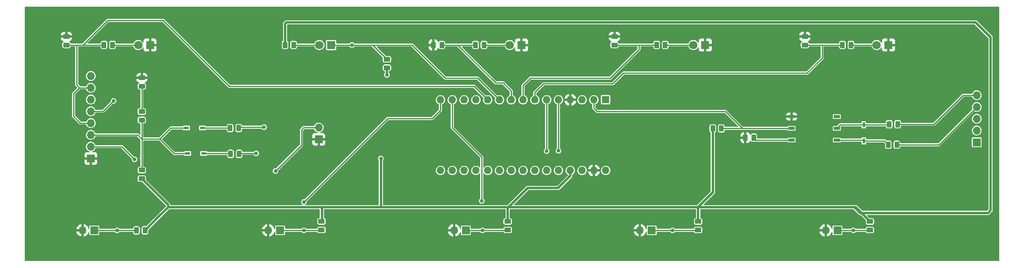
<source format=gtl>
%TF.GenerationSoftware,KiCad,Pcbnew,(6.0.0-0)*%
%TF.CreationDate,2024-09-02T12:42:35-04:00*%
%TF.ProjectId,HappySwitchV3,48617070-7953-4776-9974-636856332e6b,rev?*%
%TF.SameCoordinates,Original*%
%TF.FileFunction,Copper,L1,Top*%
%TF.FilePolarity,Positive*%
%FSLAX46Y46*%
G04 Gerber Fmt 4.6, Leading zero omitted, Abs format (unit mm)*
G04 Created by KiCad (PCBNEW (6.0.0-0)) date 2024-09-02 12:42:35*
%MOMM*%
%LPD*%
G01*
G04 APERTURE LIST*
G04 Aperture macros list*
%AMRoundRect*
0 Rectangle with rounded corners*
0 $1 Rounding radius*
0 $2 $3 $4 $5 $6 $7 $8 $9 X,Y pos of 4 corners*
0 Add a 4 corners polygon primitive as box body*
4,1,4,$2,$3,$4,$5,$6,$7,$8,$9,$2,$3,0*
0 Add four circle primitives for the rounded corners*
1,1,$1+$1,$2,$3*
1,1,$1+$1,$4,$5*
1,1,$1+$1,$6,$7*
1,1,$1+$1,$8,$9*
0 Add four rect primitives between the rounded corners*
20,1,$1+$1,$2,$3,$4,$5,0*
20,1,$1+$1,$4,$5,$6,$7,0*
20,1,$1+$1,$6,$7,$8,$9,0*
20,1,$1+$1,$8,$9,$2,$3,0*%
G04 Aperture macros list end*
%TA.AperFunction,ComponentPad*%
%ADD10R,1.700000X1.700000*%
%TD*%
%TA.AperFunction,ComponentPad*%
%ADD11O,1.700000X1.700000*%
%TD*%
%TA.AperFunction,ComponentPad*%
%ADD12R,1.600000X1.600000*%
%TD*%
%TA.AperFunction,ComponentPad*%
%ADD13O,1.600000X1.600000*%
%TD*%
%TA.AperFunction,ComponentPad*%
%ADD14R,1.800000X1.800000*%
%TD*%
%TA.AperFunction,ComponentPad*%
%ADD15C,1.800000*%
%TD*%
%TA.AperFunction,SMDPad,CuDef*%
%ADD16RoundRect,0.250000X0.450000X-0.262500X0.450000X0.262500X-0.450000X0.262500X-0.450000X-0.262500X0*%
%TD*%
%TA.AperFunction,SMDPad,CuDef*%
%ADD17R,0.600800X1.111200*%
%TD*%
%TA.AperFunction,SMDPad,CuDef*%
%ADD18R,1.111200X0.600800*%
%TD*%
%TA.AperFunction,SMDPad,CuDef*%
%ADD19RoundRect,0.250000X-0.262500X-0.450000X0.262500X-0.450000X0.262500X0.450000X-0.262500X0.450000X0*%
%TD*%
%TA.AperFunction,SMDPad,CuDef*%
%ADD20RoundRect,0.250000X0.262500X0.450000X-0.262500X0.450000X-0.262500X-0.450000X0.262500X-0.450000X0*%
%TD*%
%TA.AperFunction,SMDPad,CuDef*%
%ADD21RoundRect,0.250000X-0.450000X0.262500X-0.450000X-0.262500X0.450000X-0.262500X0.450000X0.262500X0*%
%TD*%
%TA.AperFunction,SMDPad,CuDef*%
%ADD22R,1.320800X0.660400*%
%TD*%
%TA.AperFunction,ViaPad*%
%ADD23C,0.800000*%
%TD*%
%TA.AperFunction,Conductor*%
%ADD24C,0.250000*%
%TD*%
%TA.AperFunction,Conductor*%
%ADD25C,0.500000*%
%TD*%
G04 APERTURE END LIST*
D10*
%TO.P,REF\u002A\u002A,1*%
%TO.N,GND*%
X115325000Y-79350000D03*
D11*
%TO.P,REF\u002A\u002A,2*%
%TO.N,+5V*%
X115325000Y-76810000D03*
%TD*%
D12*
%TO.P,U1,1,D1/TX*%
%TO.N,unconnected-(U1-Pad1)*%
X177100000Y-70830000D03*
D13*
%TO.P,U1,17,3V3*%
%TO.N,unconnected-(U1-Pad17)*%
X144080000Y-86070000D03*
%TO.P,U1,2,D0/RX*%
%TO.N,Arduino_RX*%
X174560000Y-70830000D03*
%TO.P,U1,18,AREF*%
%TO.N,unconnected-(U1-Pad18)*%
X146620000Y-86070000D03*
%TO.P,U1,3,~{RESET}*%
%TO.N,unconnected-(U1-Pad3)*%
X172020000Y-70830000D03*
%TO.P,U1,19,A0/D14*%
%TO.N,unconnected-(U1-Pad19)*%
X149160000Y-86070000D03*
%TO.P,U1,4,GND*%
%TO.N,GND*%
X169480000Y-70830000D03*
%TO.P,U1,20,A1/D15*%
%TO.N,unconnected-(U1-Pad20)*%
X151700000Y-86070000D03*
%TO.P,U1,5,D2*%
%TO.N,Arduino_D2*%
X166940000Y-70830000D03*
%TO.P,U1,21,A2/D16*%
%TO.N,unconnected-(U1-Pad21)*%
X154240000Y-86070000D03*
%TO.P,U1,6,~D3*%
%TO.N,Arduino_D3*%
X164400000Y-70830000D03*
%TO.P,U1,22,A3/D17*%
%TO.N,unconnected-(U1-Pad22)*%
X156780000Y-86070000D03*
%TO.P,U1,7,D4*%
%TO.N,Arduino_D4*%
X161860000Y-70830000D03*
%TO.P,U1,23,A4/D18*%
%TO.N,unconnected-(U1-Pad23)*%
X159320000Y-86070000D03*
%TO.P,U1,8,~D5*%
%TO.N,Arduino_D5*%
X159320000Y-70830000D03*
%TO.P,U1,24,A5/D19*%
%TO.N,unconnected-(U1-Pad24)*%
X161860000Y-86070000D03*
%TO.P,U1,9,~D6*%
%TO.N,Arduino_D6*%
X156780000Y-70830000D03*
%TO.P,U1,25,A6/D20*%
%TO.N,unconnected-(U1-Pad25)*%
X164400000Y-86070000D03*
%TO.P,U1,10,D7*%
%TO.N,Arduino_D7*%
X154240000Y-70830000D03*
%TO.P,U1,26,A7/D21*%
%TO.N,unconnected-(U1-Pad26)*%
X166940000Y-86070000D03*
%TO.P,U1,11,D8*%
%TO.N,Arduino_D8*%
X151700000Y-70830000D03*
%TO.P,U1,27,+5V*%
%TO.N,VCC*%
X169480000Y-86070000D03*
%TO.P,U1,12,~D9*%
%TO.N,Arduino_D9*%
X149160000Y-70830000D03*
%TO.P,U1,28,~{RESET}*%
%TO.N,unconnected-(U1-Pad28)*%
X172020000Y-86070000D03*
%TO.P,U1,13,~D10*%
%TO.N,Arduino_D10*%
X146620000Y-70830000D03*
%TO.P,U1,29,GND*%
%TO.N,GND*%
X174560000Y-86070000D03*
%TO.P,U1,14,~D11*%
%TO.N,Arduino_D11*%
X144080000Y-70830000D03*
%TO.P,U1,30,VIN*%
%TO.N,unconnected-(U1-Pad30)*%
X177100000Y-86070000D03*
%TO.P,U1,15,D12*%
%TO.N,Arduino_D12*%
X141540000Y-70830000D03*
%TO.P,U1,16,D13*%
%TO.N,Arduino_D13*%
X141540000Y-86070000D03*
%TD*%
D14*
%TO.P,D2,1,K*%
%TO.N,GND*%
X238000000Y-59000000D03*
D15*
%TO.P,D2,2,A*%
%TO.N,Net-(D2-Pad2)*%
X235460000Y-59000000D03*
%TD*%
D16*
%TO.P,R15,1*%
%TO.N,VCC*%
X130000000Y-63912500D03*
%TO.P,R15,2*%
%TO.N,Arduino_D7*%
X130000000Y-62087500D03*
%TD*%
%TO.P,R16,1*%
%TO.N,Arduino_D8*%
X61000000Y-59000000D03*
%TO.P,R16,2*%
%TO.N,GND*%
X61000000Y-57175000D03*
%TD*%
D17*
%TO.P,D1,1,K*%
%TO.N,Net-(D1-Pad1)*%
X232675000Y-79675000D03*
%TO.P,D1,2,A*%
%TO.N,Net-(D1-Pad2)*%
X232675000Y-76225000D03*
%TD*%
D16*
%TO.P,R2,1*%
%TO.N,Arduino_D5*%
X179000000Y-59000000D03*
%TO.P,R2,2*%
%TO.N,GND*%
X179000000Y-57175000D03*
%TD*%
D18*
%TO.P,D6,1,K*%
%TO.N,Net-(D6-Pad1)*%
X90275000Y-76925000D03*
%TO.P,D6,2,A*%
%TO.N,MESA_VCH*%
X86825000Y-76925000D03*
%TD*%
D14*
%TO.P,D7,1,K*%
%TO.N,Arduino_D7*%
X118000000Y-59000000D03*
D15*
%TO.P,D7,2,A*%
%TO.N,Net-(D7-Pad2)*%
X115460000Y-59000000D03*
%TD*%
D16*
%TO.P,R1,1*%
%TO.N,Arduino_D4*%
X220000000Y-59000000D03*
%TO.P,R1,2*%
%TO.N,GND*%
X220000000Y-57175000D03*
%TD*%
D10*
%TO.P,J2,1*%
%TO.N,unconnected-(J2-Pad1)*%
X257000000Y-80000000D03*
D11*
%TO.P,J2,2*%
%TO.N,unconnected-(J2-Pad2)*%
X257000000Y-77460000D03*
%TO.P,J2,3*%
%TO.N,unconnected-(J2-Pad3)*%
X257000000Y-74920000D03*
%TO.P,J2,4*%
%TO.N,Net-(J2-Pad4)*%
X257000000Y-72380000D03*
%TO.P,J2,5*%
%TO.N,Net-(J2-Pad5)*%
X257000000Y-69840000D03*
%TD*%
D19*
%TO.P,R13,1*%
%TO.N,GND*%
X207175000Y-79000000D03*
%TO.P,R13,2*%
%TO.N,Net-(Q1-Pad6)*%
X209000000Y-79000000D03*
%TD*%
%TO.P,R17,1*%
%TO.N,VCC*%
X108087500Y-59000000D03*
%TO.P,R17,2*%
%TO.N,Net-(D7-Pad2)*%
X109912500Y-59000000D03*
%TD*%
D20*
%TO.P,R25,1*%
%TO.N,Net-(J2-Pad5)*%
X239962500Y-76100000D03*
%TO.P,R25,2*%
%TO.N,Net-(D1-Pad2)*%
X238137500Y-76100000D03*
%TD*%
%TO.P,R3,1*%
%TO.N,Arduino_D6*%
X141825000Y-59000000D03*
%TO.P,R3,2*%
%TO.N,GND*%
X140000000Y-59000000D03*
%TD*%
D21*
%TO.P,R21,1*%
%TO.N,VCC*%
X156000000Y-97087500D03*
%TO.P,R21,2*%
%TO.N,Arduino_D11*%
X156000000Y-98912500D03*
%TD*%
D20*
%TO.P,R23,1*%
%TO.N,VCC*%
X77912500Y-99000000D03*
%TO.P,R23,2*%
%TO.N,Arduino_D13*%
X76087500Y-99000000D03*
%TD*%
D16*
%TO.P,R10,1*%
%TO.N,VCC*%
X77225000Y-87825000D03*
%TO.P,R10,2*%
%TO.N,MESA_VCH*%
X77225000Y-86000000D03*
%TD*%
D10*
%TO.P,SW3,1,1*%
%TO.N,Arduino_D11*%
X147000000Y-99000000D03*
D11*
%TO.P,SW3,2,2*%
%TO.N,GND*%
X144460000Y-99000000D03*
%TD*%
D14*
%TO.P,D8,1,K*%
%TO.N,GND*%
X79000000Y-59000000D03*
D15*
%TO.P,D8,2,A*%
%TO.N,Net-(D8-Pad2)*%
X76460000Y-59000000D03*
%TD*%
D19*
%TO.P,R9,1*%
%TO.N,Net-(D5-Pad1)*%
X96350000Y-82500000D03*
%TO.P,R9,2*%
%TO.N,Arduino_D2*%
X98175000Y-82500000D03*
%TD*%
D10*
%TO.P,SW1,1,1*%
%TO.N,Arduino_D9*%
X227000000Y-99000000D03*
D11*
%TO.P,SW1,2,2*%
%TO.N,GND*%
X224460000Y-99000000D03*
%TD*%
D10*
%TO.P,SW2,1,1*%
%TO.N,Arduino_D10*%
X187000000Y-99000000D03*
D11*
%TO.P,SW2,2,2*%
%TO.N,GND*%
X184460000Y-99000000D03*
%TD*%
D14*
%TO.P,D4,1,K*%
%TO.N,GND*%
X159000000Y-59000000D03*
D15*
%TO.P,D4,2,A*%
%TO.N,Net-(D4-Pad2)*%
X156460000Y-59000000D03*
%TD*%
D20*
%TO.P,R7,1*%
%TO.N,Net-(D4-Pad2)*%
X150912500Y-59000000D03*
%TO.P,R7,2*%
%TO.N,Arduino_D6*%
X149087500Y-59000000D03*
%TD*%
D14*
%TO.P,D3,1,K*%
%TO.N,GND*%
X198540000Y-59000000D03*
D15*
%TO.P,D3,2,A*%
%TO.N,Net-(D3-Pad2)*%
X196000000Y-59000000D03*
%TD*%
D19*
%TO.P,R8,1*%
%TO.N,Net-(D6-Pad1)*%
X96262500Y-76925000D03*
%TO.P,R8,2*%
%TO.N,Arduino_D3*%
X98087500Y-76925000D03*
%TD*%
D18*
%TO.P,D5,1,K*%
%TO.N,Net-(D5-Pad1)*%
X90550000Y-82400000D03*
%TO.P,D5,2,A*%
%TO.N,MESA_VCH*%
X87100000Y-82400000D03*
%TD*%
D20*
%TO.P,R5,1*%
%TO.N,Net-(D2-Pad2)*%
X229912500Y-59000000D03*
%TO.P,R5,2*%
%TO.N,Arduino_D4*%
X228087500Y-59000000D03*
%TD*%
D19*
%TO.P,R4,1*%
%TO.N,Net-(D1-Pad1)*%
X237962500Y-80525000D03*
%TO.P,R4,2*%
%TO.N,Net-(J2-Pad4)*%
X239787500Y-80525000D03*
%TD*%
D22*
%TO.P,Q1,1,1*%
%TO.N,Net-(D1-Pad1)*%
X226851400Y-79540000D03*
%TO.P,Q1,2,2*%
%TO.N,Net-(D1-Pad2)*%
X226851400Y-77000000D03*
%TO.P,Q1,3,3*%
%TO.N,unconnected-(Q1-Pad3)*%
X226851400Y-74460000D03*
%TO.P,Q1,4,4*%
%TO.N,GND*%
X217148600Y-74460000D03*
%TO.P,Q1,5,5*%
%TO.N,Arduino_RX*%
X217148600Y-77000000D03*
%TO.P,Q1,6,6*%
%TO.N,Net-(Q1-Pad6)*%
X217148600Y-79540000D03*
%TD*%
D21*
%TO.P,R19,1*%
%TO.N,VCC*%
X234000000Y-97087500D03*
%TO.P,R19,2*%
%TO.N,Arduino_D9*%
X234000000Y-98912500D03*
%TD*%
D16*
%TO.P,R11,1*%
%TO.N,MESA_VCH*%
X77225000Y-75200000D03*
%TO.P,R11,2*%
%TO.N,Net-(R11-Pad2)*%
X77225000Y-73375000D03*
%TD*%
D21*
%TO.P,R20,1*%
%TO.N,VCC*%
X197000000Y-97087500D03*
%TO.P,R20,2*%
%TO.N,Arduino_D10*%
X197000000Y-98912500D03*
%TD*%
%TO.P,R22,1*%
%TO.N,VCC*%
X115912500Y-97087500D03*
%TO.P,R22,2*%
%TO.N,Arduino_D12*%
X115912500Y-98912500D03*
%TD*%
D19*
%TO.P,R18,1*%
%TO.N,Arduino_D8*%
X69087500Y-59000000D03*
%TO.P,R18,2*%
%TO.N,Net-(D8-Pad2)*%
X70912500Y-59000000D03*
%TD*%
D10*
%TO.P,SW4,1,1*%
%TO.N,Arduino_D12*%
X107000000Y-99000000D03*
D11*
%TO.P,SW4,2,2*%
%TO.N,GND*%
X104460000Y-99000000D03*
%TD*%
D10*
%TO.P,SW5,1,1*%
%TO.N,Arduino_D13*%
X67000000Y-99000000D03*
D11*
%TO.P,SW5,2,2*%
%TO.N,GND*%
X64460000Y-99000000D03*
%TD*%
D20*
%TO.P,R6,1*%
%TO.N,Net-(D3-Pad2)*%
X189912500Y-59000000D03*
%TO.P,R6,2*%
%TO.N,Arduino_D5*%
X188087500Y-59000000D03*
%TD*%
D16*
%TO.P,R12,1*%
%TO.N,Net-(R11-Pad2)*%
X77250000Y-67912500D03*
%TO.P,R12,2*%
%TO.N,GND*%
X77250000Y-66087500D03*
%TD*%
D19*
%TO.P,R14,1*%
%TO.N,VCC*%
X200175000Y-77000000D03*
%TO.P,R14,2*%
%TO.N,Arduino_RX*%
X202000000Y-77000000D03*
%TD*%
D10*
%TO.P,J1,1*%
%TO.N,GND*%
X66250000Y-83475000D03*
D11*
%TO.P,J1,2*%
%TO.N,+5V*%
X66250000Y-80935000D03*
%TO.P,J1,3*%
%TO.N,MESA_VCH*%
X66250000Y-78395000D03*
%TO.P,J1,4*%
%TO.N,Arduino_D8*%
X66250000Y-75855000D03*
%TO.P,J1,5*%
%TO.N,Arduino_D7*%
X66250000Y-73315000D03*
%TO.P,J1,6*%
%TO.N,unconnected-(J1-Pad6)*%
X66250000Y-70775000D03*
%TO.P,J1,7*%
%TO.N,Arduino_D8*%
X66250000Y-68235000D03*
%TO.P,J1,8*%
%TO.N,unconnected-(J1-Pad8)*%
X66250000Y-65695000D03*
%TD*%
D23*
%TO.N,GND*%
X54675000Y-78200000D03*
X87250000Y-72700000D03*
X187100000Y-52575000D03*
X155775000Y-89775000D03*
X145075000Y-91200000D03*
X99525000Y-88875000D03*
X132800000Y-88175000D03*
X173025000Y-82300000D03*
X106825000Y-64150000D03*
X63025000Y-89775000D03*
X86700000Y-65400000D03*
X92225000Y-79450000D03*
X124925000Y-82875000D03*
X140525000Y-77775000D03*
X209150000Y-91350000D03*
X242700000Y-88450000D03*
X213675000Y-84475000D03*
X192525000Y-79775000D03*
X212500000Y-99575000D03*
X170725000Y-98900000D03*
X131950000Y-99575000D03*
X91350000Y-97550000D03*
X178375000Y-91025000D03*
X171675000Y-77125000D03*
X156925000Y-75075000D03*
X124175000Y-72400000D03*
X131650000Y-56425000D03*
X135400000Y-52200000D03*
X95750000Y-57175000D03*
X167325000Y-59425000D03*
X208225000Y-58925000D03*
X205975000Y-68150000D03*
X243875000Y-66400000D03*
X258850000Y-52700000D03*
X258350000Y-103075000D03*
X55425000Y-102975000D03*
X54700000Y-52475000D03*
%TO.N,+5V*%
X106012500Y-86187500D03*
X75675000Y-83675000D03*
%TO.N,Arduino_D3*%
X164400000Y-81875000D03*
%TO.N,Arduino_D2*%
X166940000Y-81835000D03*
X101850000Y-82375000D03*
%TO.N,Arduino_D3*%
X103550000Y-76725000D03*
%TO.N,Arduino_D9*%
X230450000Y-99000000D03*
%TO.N,Arduino_D10*%
X191500000Y-99000000D03*
%TO.N,Arduino_D11*%
X150575000Y-99000000D03*
X150425000Y-92625000D03*
%TO.N,Arduino_D12*%
X112125000Y-92875000D03*
X112125000Y-99000000D03*
%TO.N,Arduino_D13*%
X71900000Y-99000000D03*
%TO.N,Arduino_D7*%
X122475000Y-59000000D03*
X71150000Y-71050000D03*
%TO.N,VCC*%
X130000000Y-65450000D03*
X128700000Y-83475000D03*
%TD*%
D24*
%TO.N,+5V*%
X111600000Y-80600000D02*
X111600000Y-77300000D01*
X111600000Y-77300000D02*
X112090000Y-76810000D01*
X112090000Y-76810000D02*
X115325000Y-76810000D01*
X106012500Y-86187500D02*
X111600000Y-80600000D01*
X72935000Y-80935000D02*
X75675000Y-83675000D01*
X66250000Y-80935000D02*
X72935000Y-80935000D01*
%TO.N,Arduino_D2*%
X98175000Y-82500000D02*
X98300000Y-82375000D01*
X98300000Y-82375000D02*
X101850000Y-82375000D01*
%TO.N,Arduino_D8*%
X63425000Y-59000000D02*
X64575000Y-59000000D01*
X64575000Y-59000000D02*
X69900000Y-53675000D01*
X69900000Y-53675000D02*
X81850000Y-53675000D01*
X81850000Y-53675000D02*
X96075000Y-67900000D01*
X96075000Y-67900000D02*
X148770000Y-67900000D01*
X148770000Y-67900000D02*
X151700000Y-70830000D01*
%TO.N,Arduino_D3*%
X103550000Y-76725000D02*
X98287500Y-76725000D01*
X98287500Y-76725000D02*
X98087500Y-76925000D01*
%TO.N,Arduino_D2*%
X166940000Y-70830000D02*
X166940000Y-81835000D01*
%TO.N,Arduino_D3*%
X164400000Y-70830000D02*
X164400000Y-81875000D01*
%TO.N,Arduino_RX*%
X206550000Y-77000000D02*
X202000000Y-77000000D01*
X217148600Y-77000000D02*
X206550000Y-77000000D01*
X206550000Y-77000000D02*
X202925000Y-73375000D01*
X202925000Y-73375000D02*
X175325000Y-73375000D01*
X175325000Y-73375000D02*
X174560000Y-72610000D01*
X174560000Y-72610000D02*
X174560000Y-70830000D01*
%TO.N,Arduino_D4*%
X178625000Y-67375000D02*
X163725000Y-67375000D01*
X220475000Y-65075000D02*
X180925000Y-65075000D01*
X163725000Y-67375000D02*
X161860000Y-69240000D01*
X180925000Y-65075000D02*
X178625000Y-67375000D01*
X161860000Y-69240000D02*
X161860000Y-70830000D01*
%TO.N,Arduino_D5*%
X184275000Y-59000000D02*
X181775000Y-59000000D01*
X159320000Y-67755000D02*
X159320000Y-70830000D01*
X188087500Y-59000000D02*
X184275000Y-59000000D01*
X184275000Y-59000000D02*
X184275000Y-59950000D01*
X184275000Y-59950000D02*
X178075000Y-66150000D01*
X178075000Y-66150000D02*
X160925000Y-66150000D01*
X160925000Y-66150000D02*
X159320000Y-67755000D01*
%TO.N,Arduino_D6*%
X153425000Y-67175000D02*
X155050000Y-67175000D01*
X145250000Y-59000000D02*
X153425000Y-67175000D01*
X145250000Y-59000000D02*
X141825000Y-59000000D01*
X145625000Y-59000000D02*
X145250000Y-59000000D01*
X155050000Y-67175000D02*
X156780000Y-68905000D01*
X156780000Y-68905000D02*
X156780000Y-70830000D01*
%TO.N,Arduino_D7*%
X126912500Y-59000000D02*
X135425000Y-59000000D01*
X135425000Y-59000000D02*
X142550000Y-66125000D01*
X142550000Y-66125000D02*
X149535000Y-66125000D01*
X149535000Y-66125000D02*
X154240000Y-70830000D01*
%TO.N,Arduino_D9*%
X230450000Y-99000000D02*
X233912500Y-99000000D01*
%TO.N,Arduino_D10*%
X191500000Y-99000000D02*
X191925000Y-99000000D01*
%TO.N,Arduino_D11*%
X150575000Y-99000000D02*
X151350000Y-99000000D01*
X150350000Y-83125000D02*
X150425000Y-83200000D01*
X144080000Y-70830000D02*
X144080000Y-76855000D01*
X150425000Y-83200000D02*
X150425000Y-92625000D01*
X144080000Y-76855000D02*
X150350000Y-83125000D01*
%TO.N,Arduino_D12*%
X130150000Y-74850000D02*
X139750000Y-74850000D01*
X112125000Y-92875000D02*
X130150000Y-74850000D01*
X139750000Y-74850000D02*
X141540000Y-73060000D01*
X141540000Y-73060000D02*
X141540000Y-70830000D01*
X112125000Y-99000000D02*
X115825000Y-99000000D01*
%TO.N,Arduino_D13*%
X71900000Y-99000000D02*
X76087500Y-99000000D01*
D25*
%TO.N,VCC*%
X156150000Y-94000000D02*
X160300000Y-89850000D01*
X166875000Y-89850000D02*
X169480000Y-87245000D01*
X160300000Y-89850000D02*
X166875000Y-89850000D01*
X169480000Y-87245000D02*
X169480000Y-86070000D01*
D24*
%TO.N,Net-(D1-Pad1)*%
X226851400Y-79540000D02*
X232540000Y-79540000D01*
X232540000Y-79540000D02*
X232675000Y-79675000D01*
X237112500Y-79675000D02*
X232675000Y-79675000D01*
X237962500Y-80525000D02*
X237112500Y-79675000D01*
%TO.N,Net-(D1-Pad2)*%
X227626400Y-76225000D02*
X232675000Y-76225000D01*
X238012500Y-76225000D02*
X232675000Y-76225000D01*
X238137500Y-76100000D02*
X238012500Y-76225000D01*
X226851400Y-77000000D02*
X227626400Y-76225000D01*
%TO.N,Net-(D2-Pad2)*%
X229912500Y-59000000D02*
X235460000Y-59000000D01*
%TO.N,Net-(D3-Pad2)*%
X196000000Y-59000000D02*
X189912500Y-59000000D01*
%TO.N,Net-(D4-Pad2)*%
X156460000Y-59000000D02*
X150912500Y-59000000D01*
%TO.N,Net-(D5-Pad1)*%
X90550000Y-82400000D02*
X96250000Y-82400000D01*
X96250000Y-82400000D02*
X96350000Y-82500000D01*
%TO.N,MESA_VCH*%
X76320000Y-78395000D02*
X77225000Y-79300000D01*
X77225000Y-86000000D02*
X77225000Y-83275000D01*
X77150000Y-83475000D02*
X77225000Y-83550000D01*
X77225000Y-83275000D02*
X77225000Y-79650000D01*
X84200000Y-82400000D02*
X87100000Y-82400000D01*
X77225000Y-79650000D02*
X77225000Y-79300000D01*
X83475000Y-76925000D02*
X81100000Y-79300000D01*
X77225000Y-83550000D02*
X77225000Y-83275000D01*
X77225000Y-79300000D02*
X77225000Y-75200000D01*
X66250000Y-78395000D02*
X76320000Y-78395000D01*
X77225000Y-79300000D02*
X81100000Y-79300000D01*
X86825000Y-76925000D02*
X83475000Y-76925000D01*
X81100000Y-79300000D02*
X84200000Y-82400000D01*
%TO.N,Net-(D6-Pad1)*%
X90275000Y-76925000D02*
X96262500Y-76925000D01*
%TO.N,Arduino_D4*%
X223700000Y-59000000D02*
X220000000Y-59000000D01*
X228087500Y-59000000D02*
X223700000Y-59000000D01*
X223700000Y-59000000D02*
X223700000Y-61850000D01*
X223700000Y-61850000D02*
X220475000Y-65075000D01*
%TO.N,Net-(D7-Pad2)*%
X115460000Y-59000000D02*
X109912500Y-59000000D01*
%TO.N,Net-(D8-Pad2)*%
X76460000Y-59000000D02*
X70912500Y-59000000D01*
%TO.N,Net-(Q1-Pad6)*%
X217148600Y-79540000D02*
X209540000Y-79540000D01*
X209540000Y-79540000D02*
X209000000Y-79000000D01*
%TO.N,Arduino_D6*%
X149087500Y-59000000D02*
X145625000Y-59000000D01*
%TO.N,Arduino_D7*%
X122475000Y-59000000D02*
X126912500Y-59000000D01*
X126912500Y-59000000D02*
X127156250Y-59243750D01*
X127156250Y-59243750D02*
X130000000Y-62087500D01*
X66250000Y-73315000D02*
X68885000Y-73315000D01*
X68885000Y-73315000D02*
X71150000Y-71050000D01*
X118000000Y-59000000D02*
X122475000Y-59000000D01*
%TO.N,Arduino_D8*%
X62525000Y-74375000D02*
X62525000Y-69550000D01*
X69087500Y-59000000D02*
X64575000Y-59000000D01*
X66250000Y-75855000D02*
X64005000Y-75855000D01*
X63225000Y-67620000D02*
X63225000Y-59200000D01*
X63225000Y-59200000D02*
X63425000Y-59000000D01*
X63525000Y-59000000D02*
X61000000Y-59000000D01*
X63425000Y-59000000D02*
X63525000Y-59000000D01*
X63840000Y-68235000D02*
X63225000Y-67620000D01*
X64005000Y-75855000D02*
X62525000Y-74375000D01*
X62525000Y-69550000D02*
X63840000Y-68235000D01*
X63840000Y-68235000D02*
X66250000Y-68235000D01*
%TO.N,Net-(J2-Pad4)*%
X248855000Y-80525000D02*
X257000000Y-72380000D01*
X239787500Y-80525000D02*
X248855000Y-80525000D01*
%TO.N,Arduino_D2*%
X98350000Y-82325000D02*
X98175000Y-82500000D01*
D25*
%TO.N,VCC*%
X114000000Y-94000000D02*
X111000000Y-94000000D01*
X156000000Y-94000000D02*
X128525000Y-94000000D01*
X108087500Y-54387500D02*
X108350000Y-54125000D01*
X200175000Y-77000000D02*
X200175000Y-90825000D01*
X108087500Y-59000000D02*
X108087500Y-54387500D01*
X82925000Y-93525000D02*
X82925000Y-94000000D01*
X200175000Y-90825000D02*
X197000000Y-94000000D01*
X130000000Y-63912500D02*
X130000000Y-65450000D01*
X231900000Y-95250000D02*
X230650000Y-94000000D01*
X108350000Y-54125000D02*
X256775000Y-54125000D01*
X116000000Y-94000000D02*
X114000000Y-94000000D01*
X197000000Y-94000000D02*
X197000000Y-97087500D01*
X156150000Y-94000000D02*
X197000000Y-94000000D01*
X116000000Y-94000000D02*
X116000000Y-97000000D01*
D24*
X116000000Y-97000000D02*
X115912500Y-97087500D01*
D25*
X128700000Y-83475000D02*
X128700000Y-93825000D01*
X111000000Y-94000000D02*
X107000000Y-94000000D01*
X82912500Y-94000000D02*
X80856250Y-96056250D01*
X128700000Y-93825000D02*
X128525000Y-94000000D01*
X80856250Y-96056250D02*
X77912500Y-99000000D01*
X128525000Y-94000000D02*
X116000000Y-94000000D01*
X259425000Y-95250000D02*
X231900000Y-95250000D01*
X77225000Y-87825000D02*
X82925000Y-93525000D01*
X259975000Y-94700000D02*
X259425000Y-95250000D01*
X156000000Y-94000000D02*
X156000000Y-97087500D01*
X259975000Y-57325000D02*
X259975000Y-94700000D01*
X230650000Y-94000000D02*
X230912500Y-94000000D01*
X230912500Y-94000000D02*
X234000000Y-97087500D01*
X82925000Y-94000000D02*
X82912500Y-94000000D01*
X107000000Y-94000000D02*
X82925000Y-94000000D01*
X256775000Y-54125000D02*
X259975000Y-57325000D01*
X156000000Y-94000000D02*
X156150000Y-94000000D01*
X197000000Y-94000000D02*
X230650000Y-94000000D01*
D24*
%TO.N,Net-(R11-Pad2)*%
X77225000Y-73375000D02*
X77225000Y-67937500D01*
X77225000Y-67937500D02*
X77250000Y-67912500D01*
%TO.N,Arduino_D13*%
X67000000Y-99000000D02*
X71750000Y-99000000D01*
X71750000Y-99000000D02*
X71900000Y-99000000D01*
%TO.N,Arduino_D12*%
X110950000Y-99000000D02*
X112125000Y-99000000D01*
X107000000Y-99000000D02*
X110950000Y-99000000D01*
X115825000Y-99000000D02*
X115912500Y-98912500D01*
%TO.N,Arduino_D11*%
X151350000Y-99000000D02*
X155912500Y-99000000D01*
X147000000Y-99000000D02*
X150575000Y-99000000D01*
X155912500Y-99000000D02*
X156000000Y-98912500D01*
%TO.N,Arduino_D10*%
X191925000Y-99000000D02*
X196912500Y-99000000D01*
X187000000Y-99000000D02*
X191500000Y-99000000D01*
X196912500Y-99000000D02*
X197000000Y-98912500D01*
%TO.N,Arduino_D9*%
X230375000Y-99000000D02*
X230450000Y-99000000D01*
X227000000Y-99000000D02*
X230375000Y-99000000D01*
X233912500Y-99000000D02*
X234000000Y-98912500D01*
%TO.N,Arduino_D5*%
X181775000Y-59000000D02*
X179000000Y-59000000D01*
%TO.N,Net-(J2-Pad5)*%
X254085000Y-69840000D02*
X247825000Y-76100000D01*
X257000000Y-69840000D02*
X254085000Y-69840000D01*
X247825000Y-76100000D02*
X239962500Y-76100000D01*
%TD*%
%TA.AperFunction,Conductor*%
%TO.N,GND*%
G36*
X261793208Y-50770822D02*
G01*
X261823648Y-50823545D01*
X261825000Y-50839000D01*
X261825000Y-105536000D01*
X261804178Y-105593208D01*
X261751455Y-105623648D01*
X261736000Y-105625000D01*
X52164000Y-105625000D01*
X52106792Y-105604178D01*
X52076352Y-105551455D01*
X52075000Y-105536000D01*
X52075000Y-99261416D01*
X63127026Y-99261416D01*
X63127054Y-99262628D01*
X63158897Y-99403921D01*
X63161076Y-99410876D01*
X63242338Y-99611002D01*
X63245625Y-99617508D01*
X63358483Y-99801677D01*
X63362782Y-99807551D01*
X63504211Y-99970820D01*
X63509410Y-99975911D01*
X63675600Y-100113885D01*
X63681573Y-100118067D01*
X63868061Y-100227042D01*
X63874631Y-100230190D01*
X64076421Y-100307245D01*
X64083411Y-100309276D01*
X64190620Y-100331088D01*
X64203275Y-100329197D01*
X64205934Y-100326192D01*
X64206000Y-100325843D01*
X64206000Y-100320938D01*
X64714000Y-100320938D01*
X64718376Y-100332961D01*
X64722785Y-100335507D01*
X64739696Y-100333340D01*
X64746807Y-100331828D01*
X64953700Y-100269757D01*
X64960484Y-100267099D01*
X65154455Y-100172073D01*
X65160714Y-100168342D01*
X65336560Y-100042913D01*
X65342123Y-100038212D01*
X65495127Y-99885740D01*
X65499845Y-99880195D01*
X65625885Y-99704794D01*
X65629645Y-99698535D01*
X65725343Y-99504907D01*
X65728027Y-99498126D01*
X65775344Y-99342389D01*
X65811897Y-99293705D01*
X65871192Y-99279907D01*
X65925484Y-99307451D01*
X65949500Y-99368262D01*
X65949500Y-99869748D01*
X65961133Y-99928231D01*
X66005448Y-99994552D01*
X66071769Y-100038867D01*
X66080369Y-100040578D01*
X66080370Y-100040578D01*
X66113507Y-100047169D01*
X66130252Y-100050500D01*
X67869748Y-100050500D01*
X67886493Y-100047169D01*
X67919630Y-100040578D01*
X67919631Y-100040578D01*
X67928231Y-100038867D01*
X67994552Y-99994552D01*
X68038867Y-99928231D01*
X68050500Y-99869748D01*
X68050500Y-99414500D01*
X68071322Y-99357292D01*
X68124045Y-99326852D01*
X68139500Y-99325500D01*
X71348960Y-99325500D01*
X71406168Y-99346322D01*
X71419568Y-99360320D01*
X71468162Y-99423649D01*
X71468166Y-99423653D01*
X71471718Y-99428282D01*
X71597159Y-99524536D01*
X71602551Y-99526769D01*
X71602552Y-99526770D01*
X71715805Y-99573681D01*
X71743238Y-99585044D01*
X71900000Y-99605682D01*
X72056762Y-99585044D01*
X72084195Y-99573681D01*
X72197448Y-99526770D01*
X72197449Y-99526769D01*
X72202841Y-99524536D01*
X72328282Y-99428282D01*
X72331834Y-99423653D01*
X72331838Y-99423649D01*
X72380432Y-99360320D01*
X72431777Y-99327610D01*
X72451040Y-99325500D01*
X75285500Y-99325500D01*
X75342708Y-99346322D01*
X75373148Y-99399045D01*
X75374500Y-99414500D01*
X75374500Y-99503834D01*
X75377481Y-99535369D01*
X75422366Y-99663184D01*
X75502850Y-99772150D01*
X75611816Y-99852634D01*
X75618092Y-99854838D01*
X75734519Y-99895724D01*
X75734520Y-99895724D01*
X75739631Y-99897519D01*
X75771166Y-99900500D01*
X76403834Y-99900500D01*
X76435369Y-99897519D01*
X76440480Y-99895724D01*
X76440481Y-99895724D01*
X76556908Y-99854838D01*
X76563184Y-99852634D01*
X76672150Y-99772150D01*
X76752634Y-99663184D01*
X76797519Y-99535369D01*
X76800500Y-99503834D01*
X76800500Y-98496166D01*
X76797519Y-98464631D01*
X76752634Y-98336816D01*
X76672150Y-98227850D01*
X76563184Y-98147366D01*
X76502254Y-98125969D01*
X76440481Y-98104276D01*
X76440480Y-98104276D01*
X76435369Y-98102481D01*
X76403834Y-98099500D01*
X75771166Y-98099500D01*
X75739631Y-98102481D01*
X75734520Y-98104276D01*
X75734519Y-98104276D01*
X75672746Y-98125969D01*
X75611816Y-98147366D01*
X75502850Y-98227850D01*
X75422366Y-98336816D01*
X75377481Y-98464631D01*
X75374500Y-98496166D01*
X75374500Y-98585500D01*
X75353678Y-98642708D01*
X75300955Y-98673148D01*
X75285500Y-98674500D01*
X72451040Y-98674500D01*
X72393832Y-98653678D01*
X72380432Y-98639680D01*
X72331838Y-98576351D01*
X72331834Y-98576347D01*
X72328282Y-98571718D01*
X72202841Y-98475464D01*
X72164347Y-98459519D01*
X72062153Y-98417189D01*
X72056762Y-98414956D01*
X71900000Y-98394318D01*
X71743238Y-98414956D01*
X71737847Y-98417189D01*
X71635654Y-98459519D01*
X71597159Y-98475464D01*
X71471718Y-98571718D01*
X71468166Y-98576347D01*
X71468162Y-98576351D01*
X71419568Y-98639680D01*
X71368223Y-98672390D01*
X71348960Y-98674500D01*
X68139500Y-98674500D01*
X68082292Y-98653678D01*
X68051852Y-98600955D01*
X68050500Y-98585500D01*
X68050500Y-98130252D01*
X68038867Y-98071769D01*
X67994552Y-98005448D01*
X67928231Y-97961133D01*
X67919631Y-97959422D01*
X67919630Y-97959422D01*
X67874031Y-97950352D01*
X67874032Y-97950352D01*
X67869748Y-97949500D01*
X66130252Y-97949500D01*
X66125968Y-97950352D01*
X66125969Y-97950352D01*
X66080370Y-97959422D01*
X66080369Y-97959422D01*
X66071769Y-97961133D01*
X66005448Y-98005448D01*
X65961133Y-98071769D01*
X65949500Y-98130252D01*
X65949500Y-98635627D01*
X65928678Y-98692835D01*
X65875955Y-98723275D01*
X65816000Y-98712703D01*
X65776867Y-98666067D01*
X65774181Y-98657309D01*
X65750843Y-98564399D01*
X65748500Y-98557516D01*
X65662367Y-98359424D01*
X65658929Y-98353011D01*
X65541606Y-98171658D01*
X65537153Y-98165876D01*
X65391786Y-98006120D01*
X65386461Y-98001154D01*
X65216946Y-97867279D01*
X65210885Y-97863253D01*
X65021785Y-97758864D01*
X65015137Y-97755876D01*
X64811530Y-97683774D01*
X64804487Y-97681913D01*
X64729450Y-97668547D01*
X64716847Y-97670747D01*
X64714000Y-97674128D01*
X64714000Y-100320938D01*
X64206000Y-100320938D01*
X64206000Y-99269694D01*
X64201624Y-99257671D01*
X64195266Y-99254000D01*
X63140804Y-99254000D01*
X63128781Y-99258376D01*
X63127026Y-99261416D01*
X52075000Y-99261416D01*
X52075000Y-98735028D01*
X63124154Y-98735028D01*
X63126080Y-98742815D01*
X63130446Y-98746000D01*
X64190306Y-98746000D01*
X64202329Y-98741624D01*
X64206000Y-98735266D01*
X64206000Y-97680681D01*
X64201624Y-97668658D01*
X64197515Y-97666285D01*
X64147820Y-97673890D01*
X64140734Y-97675578D01*
X63935419Y-97742685D01*
X63928714Y-97745504D01*
X63737113Y-97845245D01*
X63730952Y-97849125D01*
X63558218Y-97978818D01*
X63552775Y-97983651D01*
X63403543Y-98139813D01*
X63398963Y-98145469D01*
X63277235Y-98323914D01*
X63273642Y-98330239D01*
X63182695Y-98526169D01*
X63180184Y-98532994D01*
X63124154Y-98735028D01*
X52075000Y-98735028D01*
X52075000Y-88141334D01*
X76324500Y-88141334D01*
X76327481Y-88172869D01*
X76372366Y-88300684D01*
X76452850Y-88409650D01*
X76561816Y-88490134D01*
X76568092Y-88492338D01*
X76684519Y-88533224D01*
X76684520Y-88533224D01*
X76689631Y-88535019D01*
X76721166Y-88538000D01*
X77264031Y-88538000D01*
X77321239Y-88558822D01*
X77326964Y-88564067D01*
X82448433Y-93685536D01*
X82474161Y-93740712D01*
X82474500Y-93748469D01*
X82474500Y-93764031D01*
X82453678Y-93821239D01*
X82448433Y-93826963D01*
X80583422Y-95691975D01*
X78201965Y-98073432D01*
X78146789Y-98099161D01*
X78139032Y-98099500D01*
X77596166Y-98099500D01*
X77564631Y-98102481D01*
X77559520Y-98104276D01*
X77559519Y-98104276D01*
X77497746Y-98125969D01*
X77436816Y-98147366D01*
X77327850Y-98227850D01*
X77247366Y-98336816D01*
X77202481Y-98464631D01*
X77199500Y-98496166D01*
X77199500Y-99503834D01*
X77202481Y-99535369D01*
X77247366Y-99663184D01*
X77327850Y-99772150D01*
X77436816Y-99852634D01*
X77443092Y-99854838D01*
X77559519Y-99895724D01*
X77559520Y-99895724D01*
X77564631Y-99897519D01*
X77596166Y-99900500D01*
X78228834Y-99900500D01*
X78260369Y-99897519D01*
X78265480Y-99895724D01*
X78265481Y-99895724D01*
X78381908Y-99854838D01*
X78388184Y-99852634D01*
X78497150Y-99772150D01*
X78577634Y-99663184D01*
X78622519Y-99535369D01*
X78625500Y-99503834D01*
X78625500Y-99261416D01*
X103127026Y-99261416D01*
X103127054Y-99262628D01*
X103158897Y-99403921D01*
X103161076Y-99410876D01*
X103242338Y-99611002D01*
X103245625Y-99617508D01*
X103358483Y-99801677D01*
X103362782Y-99807551D01*
X103504211Y-99970820D01*
X103509410Y-99975911D01*
X103675600Y-100113885D01*
X103681573Y-100118067D01*
X103868061Y-100227042D01*
X103874631Y-100230190D01*
X104076421Y-100307245D01*
X104083411Y-100309276D01*
X104190620Y-100331088D01*
X104203275Y-100329197D01*
X104205934Y-100326192D01*
X104206000Y-100325843D01*
X104206000Y-100320938D01*
X104714000Y-100320938D01*
X104718376Y-100332961D01*
X104722785Y-100335507D01*
X104739696Y-100333340D01*
X104746807Y-100331828D01*
X104953700Y-100269757D01*
X104960484Y-100267099D01*
X105154455Y-100172073D01*
X105160714Y-100168342D01*
X105336560Y-100042913D01*
X105342123Y-100038212D01*
X105495127Y-99885740D01*
X105499845Y-99880195D01*
X105625885Y-99704794D01*
X105629645Y-99698535D01*
X105725343Y-99504907D01*
X105728027Y-99498126D01*
X105775344Y-99342389D01*
X105811897Y-99293705D01*
X105871192Y-99279907D01*
X105925484Y-99307451D01*
X105949500Y-99368262D01*
X105949500Y-99869748D01*
X105961133Y-99928231D01*
X106005448Y-99994552D01*
X106071769Y-100038867D01*
X106080369Y-100040578D01*
X106080370Y-100040578D01*
X106113507Y-100047169D01*
X106130252Y-100050500D01*
X107869748Y-100050500D01*
X107886493Y-100047169D01*
X107919630Y-100040578D01*
X107919631Y-100040578D01*
X107928231Y-100038867D01*
X107994552Y-99994552D01*
X108038867Y-99928231D01*
X108050500Y-99869748D01*
X108050500Y-99414500D01*
X108071322Y-99357292D01*
X108124045Y-99326852D01*
X108139500Y-99325500D01*
X111573960Y-99325500D01*
X111631168Y-99346322D01*
X111644568Y-99360320D01*
X111693162Y-99423649D01*
X111693166Y-99423653D01*
X111696718Y-99428282D01*
X111822159Y-99524536D01*
X111827551Y-99526769D01*
X111827552Y-99526770D01*
X111940805Y-99573681D01*
X111968238Y-99585044D01*
X112125000Y-99605682D01*
X112281762Y-99585044D01*
X112309195Y-99573681D01*
X112422448Y-99526770D01*
X112422449Y-99526769D01*
X112427841Y-99524536D01*
X112553282Y-99428282D01*
X112556834Y-99423653D01*
X112556838Y-99423649D01*
X112605432Y-99360320D01*
X112656777Y-99327610D01*
X112676040Y-99325500D01*
X114974779Y-99325500D01*
X115031987Y-99346322D01*
X115053074Y-99376805D01*
X115054547Y-99376025D01*
X115057662Y-99381908D01*
X115059866Y-99388184D01*
X115140350Y-99497150D01*
X115249316Y-99577634D01*
X115255592Y-99579838D01*
X115372019Y-99620724D01*
X115372020Y-99620724D01*
X115377131Y-99622519D01*
X115408666Y-99625500D01*
X116416334Y-99625500D01*
X116447869Y-99622519D01*
X116452980Y-99620724D01*
X116452981Y-99620724D01*
X116569408Y-99579838D01*
X116575684Y-99577634D01*
X116684650Y-99497150D01*
X116765134Y-99388184D01*
X116803158Y-99279907D01*
X116808224Y-99265481D01*
X116808224Y-99265480D01*
X116809651Y-99261416D01*
X143127026Y-99261416D01*
X143127054Y-99262628D01*
X143158897Y-99403921D01*
X143161076Y-99410876D01*
X143242338Y-99611002D01*
X143245625Y-99617508D01*
X143358483Y-99801677D01*
X143362782Y-99807551D01*
X143504211Y-99970820D01*
X143509410Y-99975911D01*
X143675600Y-100113885D01*
X143681573Y-100118067D01*
X143868061Y-100227042D01*
X143874631Y-100230190D01*
X144076421Y-100307245D01*
X144083411Y-100309276D01*
X144190620Y-100331088D01*
X144203275Y-100329197D01*
X144205934Y-100326192D01*
X144206000Y-100325843D01*
X144206000Y-100320938D01*
X144714000Y-100320938D01*
X144718376Y-100332961D01*
X144722785Y-100335507D01*
X144739696Y-100333340D01*
X144746807Y-100331828D01*
X144953700Y-100269757D01*
X144960484Y-100267099D01*
X145154455Y-100172073D01*
X145160714Y-100168342D01*
X145336560Y-100042913D01*
X145342123Y-100038212D01*
X145495127Y-99885740D01*
X145499845Y-99880195D01*
X145625885Y-99704794D01*
X145629645Y-99698535D01*
X145725343Y-99504907D01*
X145728027Y-99498126D01*
X145775344Y-99342389D01*
X145811897Y-99293705D01*
X145871192Y-99279907D01*
X145925484Y-99307451D01*
X145949500Y-99368262D01*
X145949500Y-99869748D01*
X145961133Y-99928231D01*
X146005448Y-99994552D01*
X146071769Y-100038867D01*
X146080369Y-100040578D01*
X146080370Y-100040578D01*
X146113507Y-100047169D01*
X146130252Y-100050500D01*
X147869748Y-100050500D01*
X147886493Y-100047169D01*
X147919630Y-100040578D01*
X147919631Y-100040578D01*
X147928231Y-100038867D01*
X147994552Y-99994552D01*
X148038867Y-99928231D01*
X148050500Y-99869748D01*
X148050500Y-99414500D01*
X148071322Y-99357292D01*
X148124045Y-99326852D01*
X148139500Y-99325500D01*
X150023960Y-99325500D01*
X150081168Y-99346322D01*
X150094568Y-99360320D01*
X150143162Y-99423649D01*
X150143166Y-99423653D01*
X150146718Y-99428282D01*
X150272159Y-99524536D01*
X150277551Y-99526769D01*
X150277552Y-99526770D01*
X150390805Y-99573681D01*
X150418238Y-99585044D01*
X150575000Y-99605682D01*
X150731762Y-99585044D01*
X150759195Y-99573681D01*
X150872448Y-99526770D01*
X150872449Y-99526769D01*
X150877841Y-99524536D01*
X151003282Y-99428282D01*
X151006834Y-99423653D01*
X151006838Y-99423649D01*
X151055432Y-99360320D01*
X151106777Y-99327610D01*
X151126040Y-99325500D01*
X155062279Y-99325500D01*
X155119487Y-99346322D01*
X155140574Y-99376805D01*
X155142047Y-99376025D01*
X155145162Y-99381908D01*
X155147366Y-99388184D01*
X155227850Y-99497150D01*
X155336816Y-99577634D01*
X155343092Y-99579838D01*
X155459519Y-99620724D01*
X155459520Y-99620724D01*
X155464631Y-99622519D01*
X155496166Y-99625500D01*
X156503834Y-99625500D01*
X156535369Y-99622519D01*
X156540480Y-99620724D01*
X156540481Y-99620724D01*
X156656908Y-99579838D01*
X156663184Y-99577634D01*
X156772150Y-99497150D01*
X156852634Y-99388184D01*
X156890658Y-99279907D01*
X156895724Y-99265481D01*
X156895724Y-99265480D01*
X156897151Y-99261416D01*
X183127026Y-99261416D01*
X183127054Y-99262628D01*
X183158897Y-99403921D01*
X183161076Y-99410876D01*
X183242338Y-99611002D01*
X183245625Y-99617508D01*
X183358483Y-99801677D01*
X183362782Y-99807551D01*
X183504211Y-99970820D01*
X183509410Y-99975911D01*
X183675600Y-100113885D01*
X183681573Y-100118067D01*
X183868061Y-100227042D01*
X183874631Y-100230190D01*
X184076421Y-100307245D01*
X184083411Y-100309276D01*
X184190620Y-100331088D01*
X184203275Y-100329197D01*
X184205934Y-100326192D01*
X184206000Y-100325843D01*
X184206000Y-100320938D01*
X184714000Y-100320938D01*
X184718376Y-100332961D01*
X184722785Y-100335507D01*
X184739696Y-100333340D01*
X184746807Y-100331828D01*
X184953700Y-100269757D01*
X184960484Y-100267099D01*
X185154455Y-100172073D01*
X185160714Y-100168342D01*
X185336560Y-100042913D01*
X185342123Y-100038212D01*
X185495127Y-99885740D01*
X185499845Y-99880195D01*
X185625885Y-99704794D01*
X185629645Y-99698535D01*
X185725343Y-99504907D01*
X185728027Y-99498126D01*
X185775344Y-99342389D01*
X185811897Y-99293705D01*
X185871192Y-99279907D01*
X185925484Y-99307451D01*
X185949500Y-99368262D01*
X185949500Y-99869748D01*
X185961133Y-99928231D01*
X186005448Y-99994552D01*
X186071769Y-100038867D01*
X186080369Y-100040578D01*
X186080370Y-100040578D01*
X186113507Y-100047169D01*
X186130252Y-100050500D01*
X187869748Y-100050500D01*
X187886493Y-100047169D01*
X187919630Y-100040578D01*
X187919631Y-100040578D01*
X187928231Y-100038867D01*
X187994552Y-99994552D01*
X188038867Y-99928231D01*
X188050500Y-99869748D01*
X188050500Y-99414500D01*
X188071322Y-99357292D01*
X188124045Y-99326852D01*
X188139500Y-99325500D01*
X190948960Y-99325500D01*
X191006168Y-99346322D01*
X191019568Y-99360320D01*
X191068162Y-99423649D01*
X191068166Y-99423653D01*
X191071718Y-99428282D01*
X191197159Y-99524536D01*
X191202551Y-99526769D01*
X191202552Y-99526770D01*
X191315805Y-99573681D01*
X191343238Y-99585044D01*
X191500000Y-99605682D01*
X191656762Y-99585044D01*
X191684195Y-99573681D01*
X191797448Y-99526770D01*
X191797449Y-99526769D01*
X191802841Y-99524536D01*
X191928282Y-99428282D01*
X191931834Y-99423653D01*
X191931838Y-99423649D01*
X191980432Y-99360320D01*
X192031777Y-99327610D01*
X192051040Y-99325500D01*
X196062279Y-99325500D01*
X196119487Y-99346322D01*
X196140574Y-99376805D01*
X196142047Y-99376025D01*
X196145162Y-99381908D01*
X196147366Y-99388184D01*
X196227850Y-99497150D01*
X196336816Y-99577634D01*
X196343092Y-99579838D01*
X196459519Y-99620724D01*
X196459520Y-99620724D01*
X196464631Y-99622519D01*
X196496166Y-99625500D01*
X197503834Y-99625500D01*
X197535369Y-99622519D01*
X197540480Y-99620724D01*
X197540481Y-99620724D01*
X197656908Y-99579838D01*
X197663184Y-99577634D01*
X197772150Y-99497150D01*
X197852634Y-99388184D01*
X197890658Y-99279907D01*
X197895724Y-99265481D01*
X197895724Y-99265480D01*
X197897151Y-99261416D01*
X223127026Y-99261416D01*
X223127054Y-99262628D01*
X223158897Y-99403921D01*
X223161076Y-99410876D01*
X223242338Y-99611002D01*
X223245625Y-99617508D01*
X223358483Y-99801677D01*
X223362782Y-99807551D01*
X223504211Y-99970820D01*
X223509410Y-99975911D01*
X223675600Y-100113885D01*
X223681573Y-100118067D01*
X223868061Y-100227042D01*
X223874631Y-100230190D01*
X224076421Y-100307245D01*
X224083411Y-100309276D01*
X224190620Y-100331088D01*
X224203275Y-100329197D01*
X224205934Y-100326192D01*
X224206000Y-100325843D01*
X224206000Y-100320938D01*
X224714000Y-100320938D01*
X224718376Y-100332961D01*
X224722785Y-100335507D01*
X224739696Y-100333340D01*
X224746807Y-100331828D01*
X224953700Y-100269757D01*
X224960484Y-100267099D01*
X225154455Y-100172073D01*
X225160714Y-100168342D01*
X225336560Y-100042913D01*
X225342123Y-100038212D01*
X225495127Y-99885740D01*
X225499845Y-99880195D01*
X225625885Y-99704794D01*
X225629645Y-99698535D01*
X225725343Y-99504907D01*
X225728027Y-99498126D01*
X225775344Y-99342389D01*
X225811897Y-99293705D01*
X225871192Y-99279907D01*
X225925484Y-99307451D01*
X225949500Y-99368262D01*
X225949500Y-99869748D01*
X225961133Y-99928231D01*
X226005448Y-99994552D01*
X226071769Y-100038867D01*
X226080369Y-100040578D01*
X226080370Y-100040578D01*
X226113507Y-100047169D01*
X226130252Y-100050500D01*
X227869748Y-100050500D01*
X227886493Y-100047169D01*
X227919630Y-100040578D01*
X227919631Y-100040578D01*
X227928231Y-100038867D01*
X227994552Y-99994552D01*
X228038867Y-99928231D01*
X228050500Y-99869748D01*
X228050500Y-99414500D01*
X228071322Y-99357292D01*
X228124045Y-99326852D01*
X228139500Y-99325500D01*
X229898960Y-99325500D01*
X229956168Y-99346322D01*
X229969568Y-99360320D01*
X230018162Y-99423649D01*
X230018166Y-99423653D01*
X230021718Y-99428282D01*
X230147159Y-99524536D01*
X230152551Y-99526769D01*
X230152552Y-99526770D01*
X230265805Y-99573681D01*
X230293238Y-99585044D01*
X230450000Y-99605682D01*
X230606762Y-99585044D01*
X230634195Y-99573681D01*
X230747448Y-99526770D01*
X230747449Y-99526769D01*
X230752841Y-99524536D01*
X230878282Y-99428282D01*
X230881834Y-99423653D01*
X230881838Y-99423649D01*
X230930432Y-99360320D01*
X230981777Y-99327610D01*
X231001040Y-99325500D01*
X233062279Y-99325500D01*
X233119487Y-99346322D01*
X233140574Y-99376805D01*
X233142047Y-99376025D01*
X233145162Y-99381908D01*
X233147366Y-99388184D01*
X233227850Y-99497150D01*
X233336816Y-99577634D01*
X233343092Y-99579838D01*
X233459519Y-99620724D01*
X233459520Y-99620724D01*
X233464631Y-99622519D01*
X233496166Y-99625500D01*
X234503834Y-99625500D01*
X234535369Y-99622519D01*
X234540480Y-99620724D01*
X234540481Y-99620724D01*
X234656908Y-99579838D01*
X234663184Y-99577634D01*
X234772150Y-99497150D01*
X234852634Y-99388184D01*
X234890658Y-99279907D01*
X234895724Y-99265481D01*
X234895724Y-99265480D01*
X234897519Y-99260369D01*
X234900500Y-99228834D01*
X234900500Y-98596166D01*
X234897519Y-98564631D01*
X234895021Y-98557516D01*
X234854838Y-98443092D01*
X234852634Y-98436816D01*
X234772150Y-98327850D01*
X234663184Y-98247366D01*
X234596345Y-98223894D01*
X234540481Y-98204276D01*
X234540480Y-98204276D01*
X234535369Y-98202481D01*
X234503834Y-98199500D01*
X233496166Y-98199500D01*
X233464631Y-98202481D01*
X233459520Y-98204276D01*
X233459519Y-98204276D01*
X233403655Y-98223894D01*
X233336816Y-98247366D01*
X233227850Y-98327850D01*
X233147366Y-98436816D01*
X233145162Y-98443092D01*
X233104980Y-98557516D01*
X233102481Y-98564631D01*
X233101971Y-98570026D01*
X233099716Y-98593877D01*
X233073601Y-98648871D01*
X233018247Y-98674213D01*
X233011111Y-98674500D01*
X231001040Y-98674500D01*
X230943832Y-98653678D01*
X230930432Y-98639680D01*
X230881838Y-98576351D01*
X230881834Y-98576347D01*
X230878282Y-98571718D01*
X230752841Y-98475464D01*
X230714347Y-98459519D01*
X230612153Y-98417189D01*
X230606762Y-98414956D01*
X230450000Y-98394318D01*
X230293238Y-98414956D01*
X230287847Y-98417189D01*
X230185654Y-98459519D01*
X230147159Y-98475464D01*
X230021718Y-98571718D01*
X230018166Y-98576347D01*
X230018162Y-98576351D01*
X229969568Y-98639680D01*
X229918223Y-98672390D01*
X229898960Y-98674500D01*
X228139500Y-98674500D01*
X228082292Y-98653678D01*
X228051852Y-98600955D01*
X228050500Y-98585500D01*
X228050500Y-98130252D01*
X228038867Y-98071769D01*
X227994552Y-98005448D01*
X227928231Y-97961133D01*
X227919631Y-97959422D01*
X227919630Y-97959422D01*
X227874031Y-97950352D01*
X227874032Y-97950352D01*
X227869748Y-97949500D01*
X226130252Y-97949500D01*
X226125968Y-97950352D01*
X226125969Y-97950352D01*
X226080370Y-97959422D01*
X226080369Y-97959422D01*
X226071769Y-97961133D01*
X226005448Y-98005448D01*
X225961133Y-98071769D01*
X225949500Y-98130252D01*
X225949500Y-98635627D01*
X225928678Y-98692835D01*
X225875955Y-98723275D01*
X225816000Y-98712703D01*
X225776867Y-98666067D01*
X225774181Y-98657309D01*
X225750843Y-98564399D01*
X225748500Y-98557516D01*
X225662367Y-98359424D01*
X225658929Y-98353011D01*
X225541606Y-98171658D01*
X225537153Y-98165876D01*
X225391786Y-98006120D01*
X225386461Y-98001154D01*
X225216946Y-97867279D01*
X225210885Y-97863253D01*
X225021785Y-97758864D01*
X225015137Y-97755876D01*
X224811530Y-97683774D01*
X224804487Y-97681913D01*
X224729450Y-97668547D01*
X224716847Y-97670747D01*
X224714000Y-97674128D01*
X224714000Y-100320938D01*
X224206000Y-100320938D01*
X224206000Y-99269694D01*
X224201624Y-99257671D01*
X224195266Y-99254000D01*
X223140804Y-99254000D01*
X223128781Y-99258376D01*
X223127026Y-99261416D01*
X197897151Y-99261416D01*
X197897519Y-99260369D01*
X197900500Y-99228834D01*
X197900500Y-98735028D01*
X223124154Y-98735028D01*
X223126080Y-98742815D01*
X223130446Y-98746000D01*
X224190306Y-98746000D01*
X224202329Y-98741624D01*
X224206000Y-98735266D01*
X224206000Y-97680681D01*
X224201624Y-97668658D01*
X224197515Y-97666285D01*
X224147820Y-97673890D01*
X224140734Y-97675578D01*
X223935419Y-97742685D01*
X223928714Y-97745504D01*
X223737113Y-97845245D01*
X223730952Y-97849125D01*
X223558218Y-97978818D01*
X223552775Y-97983651D01*
X223403543Y-98139813D01*
X223398963Y-98145469D01*
X223277235Y-98323914D01*
X223273642Y-98330239D01*
X223182695Y-98526169D01*
X223180184Y-98532994D01*
X223124154Y-98735028D01*
X197900500Y-98735028D01*
X197900500Y-98596166D01*
X197897519Y-98564631D01*
X197895021Y-98557516D01*
X197854838Y-98443092D01*
X197852634Y-98436816D01*
X197772150Y-98327850D01*
X197663184Y-98247366D01*
X197596345Y-98223894D01*
X197540481Y-98204276D01*
X197540480Y-98204276D01*
X197535369Y-98202481D01*
X197503834Y-98199500D01*
X196496166Y-98199500D01*
X196464631Y-98202481D01*
X196459520Y-98204276D01*
X196459519Y-98204276D01*
X196403655Y-98223894D01*
X196336816Y-98247366D01*
X196227850Y-98327850D01*
X196147366Y-98436816D01*
X196145162Y-98443092D01*
X196104980Y-98557516D01*
X196102481Y-98564631D01*
X196101971Y-98570026D01*
X196099716Y-98593877D01*
X196073601Y-98648871D01*
X196018247Y-98674213D01*
X196011111Y-98674500D01*
X192051040Y-98674500D01*
X191993832Y-98653678D01*
X191980432Y-98639680D01*
X191931838Y-98576351D01*
X191931834Y-98576347D01*
X191928282Y-98571718D01*
X191802841Y-98475464D01*
X191764347Y-98459519D01*
X191662153Y-98417189D01*
X191656762Y-98414956D01*
X191500000Y-98394318D01*
X191343238Y-98414956D01*
X191337847Y-98417189D01*
X191235654Y-98459519D01*
X191197159Y-98475464D01*
X191071718Y-98571718D01*
X191068166Y-98576347D01*
X191068162Y-98576351D01*
X191019568Y-98639680D01*
X190968223Y-98672390D01*
X190948960Y-98674500D01*
X188139500Y-98674500D01*
X188082292Y-98653678D01*
X188051852Y-98600955D01*
X188050500Y-98585500D01*
X188050500Y-98130252D01*
X188038867Y-98071769D01*
X187994552Y-98005448D01*
X187928231Y-97961133D01*
X187919631Y-97959422D01*
X187919630Y-97959422D01*
X187874031Y-97950352D01*
X187874032Y-97950352D01*
X187869748Y-97949500D01*
X186130252Y-97949500D01*
X186125968Y-97950352D01*
X186125969Y-97950352D01*
X186080370Y-97959422D01*
X186080369Y-97959422D01*
X186071769Y-97961133D01*
X186005448Y-98005448D01*
X185961133Y-98071769D01*
X185949500Y-98130252D01*
X185949500Y-98635627D01*
X185928678Y-98692835D01*
X185875955Y-98723275D01*
X185816000Y-98712703D01*
X185776867Y-98666067D01*
X185774181Y-98657309D01*
X185750843Y-98564399D01*
X185748500Y-98557516D01*
X185662367Y-98359424D01*
X185658929Y-98353011D01*
X185541606Y-98171658D01*
X185537153Y-98165876D01*
X185391786Y-98006120D01*
X185386461Y-98001154D01*
X185216946Y-97867279D01*
X185210885Y-97863253D01*
X185021785Y-97758864D01*
X185015137Y-97755876D01*
X184811530Y-97683774D01*
X184804487Y-97681913D01*
X184729450Y-97668547D01*
X184716847Y-97670747D01*
X184714000Y-97674128D01*
X184714000Y-100320938D01*
X184206000Y-100320938D01*
X184206000Y-99269694D01*
X184201624Y-99257671D01*
X184195266Y-99254000D01*
X183140804Y-99254000D01*
X183128781Y-99258376D01*
X183127026Y-99261416D01*
X156897151Y-99261416D01*
X156897519Y-99260369D01*
X156900500Y-99228834D01*
X156900500Y-98735028D01*
X183124154Y-98735028D01*
X183126080Y-98742815D01*
X183130446Y-98746000D01*
X184190306Y-98746000D01*
X184202329Y-98741624D01*
X184206000Y-98735266D01*
X184206000Y-97680681D01*
X184201624Y-97668658D01*
X184197515Y-97666285D01*
X184147820Y-97673890D01*
X184140734Y-97675578D01*
X183935419Y-97742685D01*
X183928714Y-97745504D01*
X183737113Y-97845245D01*
X183730952Y-97849125D01*
X183558218Y-97978818D01*
X183552775Y-97983651D01*
X183403543Y-98139813D01*
X183398963Y-98145469D01*
X183277235Y-98323914D01*
X183273642Y-98330239D01*
X183182695Y-98526169D01*
X183180184Y-98532994D01*
X183124154Y-98735028D01*
X156900500Y-98735028D01*
X156900500Y-98596166D01*
X156897519Y-98564631D01*
X156895021Y-98557516D01*
X156854838Y-98443092D01*
X156852634Y-98436816D01*
X156772150Y-98327850D01*
X156663184Y-98247366D01*
X156596345Y-98223894D01*
X156540481Y-98204276D01*
X156540480Y-98204276D01*
X156535369Y-98202481D01*
X156503834Y-98199500D01*
X155496166Y-98199500D01*
X155464631Y-98202481D01*
X155459520Y-98204276D01*
X155459519Y-98204276D01*
X155403655Y-98223894D01*
X155336816Y-98247366D01*
X155227850Y-98327850D01*
X155147366Y-98436816D01*
X155145162Y-98443092D01*
X155104980Y-98557516D01*
X155102481Y-98564631D01*
X155101971Y-98570026D01*
X155099716Y-98593877D01*
X155073601Y-98648871D01*
X155018247Y-98674213D01*
X155011111Y-98674500D01*
X151126040Y-98674500D01*
X151068832Y-98653678D01*
X151055432Y-98639680D01*
X151006838Y-98576351D01*
X151006834Y-98576347D01*
X151003282Y-98571718D01*
X150877841Y-98475464D01*
X150839347Y-98459519D01*
X150737153Y-98417189D01*
X150731762Y-98414956D01*
X150575000Y-98394318D01*
X150418238Y-98414956D01*
X150412847Y-98417189D01*
X150310654Y-98459519D01*
X150272159Y-98475464D01*
X150146718Y-98571718D01*
X150143166Y-98576347D01*
X150143162Y-98576351D01*
X150094568Y-98639680D01*
X150043223Y-98672390D01*
X150023960Y-98674500D01*
X148139500Y-98674500D01*
X148082292Y-98653678D01*
X148051852Y-98600955D01*
X148050500Y-98585500D01*
X148050500Y-98130252D01*
X148038867Y-98071769D01*
X147994552Y-98005448D01*
X147928231Y-97961133D01*
X147919631Y-97959422D01*
X147919630Y-97959422D01*
X147874031Y-97950352D01*
X147874032Y-97950352D01*
X147869748Y-97949500D01*
X146130252Y-97949500D01*
X146125968Y-97950352D01*
X146125969Y-97950352D01*
X146080370Y-97959422D01*
X146080369Y-97959422D01*
X146071769Y-97961133D01*
X146005448Y-98005448D01*
X145961133Y-98071769D01*
X145949500Y-98130252D01*
X145949500Y-98635627D01*
X145928678Y-98692835D01*
X145875955Y-98723275D01*
X145816000Y-98712703D01*
X145776867Y-98666067D01*
X145774181Y-98657309D01*
X145750843Y-98564399D01*
X145748500Y-98557516D01*
X145662367Y-98359424D01*
X145658929Y-98353011D01*
X145541606Y-98171658D01*
X145537153Y-98165876D01*
X145391786Y-98006120D01*
X145386461Y-98001154D01*
X145216946Y-97867279D01*
X145210885Y-97863253D01*
X145021785Y-97758864D01*
X145015137Y-97755876D01*
X144811530Y-97683774D01*
X144804487Y-97681913D01*
X144729450Y-97668547D01*
X144716847Y-97670747D01*
X144714000Y-97674128D01*
X144714000Y-100320938D01*
X144206000Y-100320938D01*
X144206000Y-99269694D01*
X144201624Y-99257671D01*
X144195266Y-99254000D01*
X143140804Y-99254000D01*
X143128781Y-99258376D01*
X143127026Y-99261416D01*
X116809651Y-99261416D01*
X116810019Y-99260369D01*
X116813000Y-99228834D01*
X116813000Y-98735028D01*
X143124154Y-98735028D01*
X143126080Y-98742815D01*
X143130446Y-98746000D01*
X144190306Y-98746000D01*
X144202329Y-98741624D01*
X144206000Y-98735266D01*
X144206000Y-97680681D01*
X144201624Y-97668658D01*
X144197515Y-97666285D01*
X144147820Y-97673890D01*
X144140734Y-97675578D01*
X143935419Y-97742685D01*
X143928714Y-97745504D01*
X143737113Y-97845245D01*
X143730952Y-97849125D01*
X143558218Y-97978818D01*
X143552775Y-97983651D01*
X143403543Y-98139813D01*
X143398963Y-98145469D01*
X143277235Y-98323914D01*
X143273642Y-98330239D01*
X143182695Y-98526169D01*
X143180184Y-98532994D01*
X143124154Y-98735028D01*
X116813000Y-98735028D01*
X116813000Y-98596166D01*
X116810019Y-98564631D01*
X116807521Y-98557516D01*
X116767338Y-98443092D01*
X116765134Y-98436816D01*
X116684650Y-98327850D01*
X116575684Y-98247366D01*
X116508845Y-98223894D01*
X116452981Y-98204276D01*
X116452980Y-98204276D01*
X116447869Y-98202481D01*
X116416334Y-98199500D01*
X115408666Y-98199500D01*
X115377131Y-98202481D01*
X115372020Y-98204276D01*
X115372019Y-98204276D01*
X115316155Y-98223894D01*
X115249316Y-98247366D01*
X115140350Y-98327850D01*
X115059866Y-98436816D01*
X115057662Y-98443092D01*
X115017480Y-98557516D01*
X115014981Y-98564631D01*
X115014471Y-98570026D01*
X115012216Y-98593877D01*
X114986101Y-98648871D01*
X114930747Y-98674213D01*
X114923611Y-98674500D01*
X112676040Y-98674500D01*
X112618832Y-98653678D01*
X112605432Y-98639680D01*
X112556838Y-98576351D01*
X112556834Y-98576347D01*
X112553282Y-98571718D01*
X112427841Y-98475464D01*
X112389347Y-98459519D01*
X112287153Y-98417189D01*
X112281762Y-98414956D01*
X112125000Y-98394318D01*
X111968238Y-98414956D01*
X111962847Y-98417189D01*
X111860654Y-98459519D01*
X111822159Y-98475464D01*
X111696718Y-98571718D01*
X111693166Y-98576347D01*
X111693162Y-98576351D01*
X111644568Y-98639680D01*
X111593223Y-98672390D01*
X111573960Y-98674500D01*
X108139500Y-98674500D01*
X108082292Y-98653678D01*
X108051852Y-98600955D01*
X108050500Y-98585500D01*
X108050500Y-98130252D01*
X108038867Y-98071769D01*
X107994552Y-98005448D01*
X107928231Y-97961133D01*
X107919631Y-97959422D01*
X107919630Y-97959422D01*
X107874031Y-97950352D01*
X107874032Y-97950352D01*
X107869748Y-97949500D01*
X106130252Y-97949500D01*
X106125968Y-97950352D01*
X106125969Y-97950352D01*
X106080370Y-97959422D01*
X106080369Y-97959422D01*
X106071769Y-97961133D01*
X106005448Y-98005448D01*
X105961133Y-98071769D01*
X105949500Y-98130252D01*
X105949500Y-98635627D01*
X105928678Y-98692835D01*
X105875955Y-98723275D01*
X105816000Y-98712703D01*
X105776867Y-98666067D01*
X105774181Y-98657309D01*
X105750843Y-98564399D01*
X105748500Y-98557516D01*
X105662367Y-98359424D01*
X105658929Y-98353011D01*
X105541606Y-98171658D01*
X105537153Y-98165876D01*
X105391786Y-98006120D01*
X105386461Y-98001154D01*
X105216946Y-97867279D01*
X105210885Y-97863253D01*
X105021785Y-97758864D01*
X105015137Y-97755876D01*
X104811530Y-97683774D01*
X104804487Y-97681913D01*
X104729450Y-97668547D01*
X104716847Y-97670747D01*
X104714000Y-97674128D01*
X104714000Y-100320938D01*
X104206000Y-100320938D01*
X104206000Y-99269694D01*
X104201624Y-99257671D01*
X104195266Y-99254000D01*
X103140804Y-99254000D01*
X103128781Y-99258376D01*
X103127026Y-99261416D01*
X78625500Y-99261416D01*
X78625500Y-98960969D01*
X78646322Y-98903761D01*
X78651567Y-98898036D01*
X78814575Y-98735028D01*
X103124154Y-98735028D01*
X103126080Y-98742815D01*
X103130446Y-98746000D01*
X104190306Y-98746000D01*
X104202329Y-98741624D01*
X104206000Y-98735266D01*
X104206000Y-97680681D01*
X104201624Y-97668658D01*
X104197515Y-97666285D01*
X104147820Y-97673890D01*
X104140734Y-97675578D01*
X103935419Y-97742685D01*
X103928714Y-97745504D01*
X103737113Y-97845245D01*
X103730952Y-97849125D01*
X103558218Y-97978818D01*
X103552775Y-97983651D01*
X103403543Y-98139813D01*
X103398963Y-98145469D01*
X103277235Y-98323914D01*
X103273642Y-98330239D01*
X103182695Y-98526169D01*
X103180184Y-98532994D01*
X103124154Y-98735028D01*
X78814575Y-98735028D01*
X83073036Y-94476567D01*
X83128212Y-94450839D01*
X83135969Y-94450500D01*
X115460500Y-94450500D01*
X115517708Y-94471322D01*
X115548148Y-94524045D01*
X115549500Y-94539500D01*
X115549500Y-96285500D01*
X115528678Y-96342708D01*
X115475955Y-96373148D01*
X115460500Y-96374500D01*
X115408666Y-96374500D01*
X115377131Y-96377481D01*
X115372020Y-96379276D01*
X115372019Y-96379276D01*
X115255595Y-96420161D01*
X115249316Y-96422366D01*
X115140350Y-96502850D01*
X115059866Y-96611816D01*
X115014981Y-96739631D01*
X115012000Y-96771166D01*
X115012000Y-97403834D01*
X115014981Y-97435369D01*
X115059866Y-97563184D01*
X115140350Y-97672150D01*
X115249316Y-97752634D01*
X115255592Y-97754838D01*
X115372019Y-97795724D01*
X115372020Y-97795724D01*
X115377131Y-97797519D01*
X115408666Y-97800500D01*
X116416334Y-97800500D01*
X116447869Y-97797519D01*
X116452980Y-97795724D01*
X116452981Y-97795724D01*
X116569408Y-97754838D01*
X116575684Y-97752634D01*
X116684650Y-97672150D01*
X116765134Y-97563184D01*
X116810019Y-97435369D01*
X116813000Y-97403834D01*
X116813000Y-96771166D01*
X116810019Y-96739631D01*
X116765134Y-96611816D01*
X116684650Y-96502850D01*
X116575684Y-96422366D01*
X116569408Y-96420162D01*
X116569406Y-96420161D01*
X116510012Y-96399304D01*
X116462934Y-96360703D01*
X116450500Y-96315331D01*
X116450500Y-94539500D01*
X116471322Y-94482292D01*
X116524045Y-94451852D01*
X116539500Y-94450500D01*
X128492965Y-94450500D01*
X128503425Y-94451117D01*
X128532703Y-94454582D01*
X128539310Y-94455364D01*
X128558013Y-94451948D01*
X128574004Y-94450500D01*
X155460500Y-94450500D01*
X155517708Y-94471322D01*
X155548148Y-94524045D01*
X155549500Y-94539500D01*
X155549500Y-96288475D01*
X155528678Y-96345683D01*
X155475955Y-96376123D01*
X155470576Y-96376850D01*
X155470023Y-96376971D01*
X155464631Y-96377481D01*
X155459520Y-96379276D01*
X155459519Y-96379276D01*
X155343095Y-96420161D01*
X155336816Y-96422366D01*
X155227850Y-96502850D01*
X155147366Y-96611816D01*
X155102481Y-96739631D01*
X155099500Y-96771166D01*
X155099500Y-97403834D01*
X155102481Y-97435369D01*
X155147366Y-97563184D01*
X155227850Y-97672150D01*
X155336816Y-97752634D01*
X155343092Y-97754838D01*
X155459519Y-97795724D01*
X155459520Y-97795724D01*
X155464631Y-97797519D01*
X155496166Y-97800500D01*
X156503834Y-97800500D01*
X156535369Y-97797519D01*
X156540480Y-97795724D01*
X156540481Y-97795724D01*
X156656908Y-97754838D01*
X156663184Y-97752634D01*
X156772150Y-97672150D01*
X156852634Y-97563184D01*
X156897519Y-97435369D01*
X156900500Y-97403834D01*
X156900500Y-96771166D01*
X156897519Y-96739631D01*
X156852634Y-96611816D01*
X156772150Y-96502850D01*
X156663184Y-96422366D01*
X156656905Y-96420161D01*
X156540481Y-96379276D01*
X156540480Y-96379276D01*
X156535369Y-96377481D01*
X156529975Y-96376971D01*
X156524673Y-96375808D01*
X156525029Y-96374185D01*
X156476134Y-96350971D01*
X156450787Y-96295618D01*
X156450500Y-96288475D01*
X156450500Y-94539500D01*
X156471322Y-94482292D01*
X156524045Y-94451852D01*
X156539500Y-94450500D01*
X196460500Y-94450500D01*
X196517708Y-94471322D01*
X196548148Y-94524045D01*
X196549500Y-94539500D01*
X196549500Y-96288475D01*
X196528678Y-96345683D01*
X196475955Y-96376123D01*
X196470576Y-96376850D01*
X196470023Y-96376971D01*
X196464631Y-96377481D01*
X196459520Y-96379276D01*
X196459519Y-96379276D01*
X196343095Y-96420161D01*
X196336816Y-96422366D01*
X196227850Y-96502850D01*
X196147366Y-96611816D01*
X196102481Y-96739631D01*
X196099500Y-96771166D01*
X196099500Y-97403834D01*
X196102481Y-97435369D01*
X196147366Y-97563184D01*
X196227850Y-97672150D01*
X196336816Y-97752634D01*
X196343092Y-97754838D01*
X196459519Y-97795724D01*
X196459520Y-97795724D01*
X196464631Y-97797519D01*
X196496166Y-97800500D01*
X197503834Y-97800500D01*
X197535369Y-97797519D01*
X197540480Y-97795724D01*
X197540481Y-97795724D01*
X197656908Y-97754838D01*
X197663184Y-97752634D01*
X197772150Y-97672150D01*
X197852634Y-97563184D01*
X197897519Y-97435369D01*
X197900500Y-97403834D01*
X197900500Y-96771166D01*
X197897519Y-96739631D01*
X197852634Y-96611816D01*
X197772150Y-96502850D01*
X197663184Y-96422366D01*
X197656905Y-96420161D01*
X197540481Y-96379276D01*
X197540480Y-96379276D01*
X197535369Y-96377481D01*
X197529975Y-96376971D01*
X197524673Y-96375808D01*
X197525029Y-96374185D01*
X197476134Y-96350971D01*
X197450787Y-96295618D01*
X197450500Y-96288475D01*
X197450500Y-94539500D01*
X197471322Y-94482292D01*
X197524045Y-94451852D01*
X197539500Y-94450500D01*
X230426531Y-94450500D01*
X230483739Y-94471322D01*
X230489464Y-94476567D01*
X231558798Y-95545901D01*
X231565757Y-95553733D01*
X231588128Y-95582110D01*
X231593600Y-95585892D01*
X231593601Y-95585893D01*
X231636885Y-95615809D01*
X231639148Y-95617426D01*
X231686817Y-95652634D01*
X231692880Y-95654763D01*
X231694285Y-95655479D01*
X231699569Y-95659131D01*
X231756146Y-95677024D01*
X231758686Y-95677872D01*
X231814631Y-95697519D01*
X231820250Y-95697739D01*
X231823890Y-95698449D01*
X231828730Y-95699980D01*
X231835337Y-95700500D01*
X231888756Y-95700500D01*
X231892250Y-95700569D01*
X231944582Y-95702625D01*
X232004020Y-95728623D01*
X233073433Y-96798036D01*
X233099161Y-96853212D01*
X233099500Y-96860969D01*
X233099500Y-97403834D01*
X233102481Y-97435369D01*
X233147366Y-97563184D01*
X233227850Y-97672150D01*
X233336816Y-97752634D01*
X233343092Y-97754838D01*
X233459519Y-97795724D01*
X233459520Y-97795724D01*
X233464631Y-97797519D01*
X233496166Y-97800500D01*
X234503834Y-97800500D01*
X234535369Y-97797519D01*
X234540480Y-97795724D01*
X234540481Y-97795724D01*
X234656908Y-97754838D01*
X234663184Y-97752634D01*
X234772150Y-97672150D01*
X234852634Y-97563184D01*
X234897519Y-97435369D01*
X234900500Y-97403834D01*
X234900500Y-96771166D01*
X234897519Y-96739631D01*
X234852634Y-96611816D01*
X234772150Y-96502850D01*
X234663184Y-96422366D01*
X234656905Y-96420161D01*
X234540481Y-96379276D01*
X234540480Y-96379276D01*
X234535369Y-96377481D01*
X234503834Y-96374500D01*
X233960969Y-96374500D01*
X233903761Y-96353678D01*
X233898036Y-96348433D01*
X233402036Y-95852433D01*
X233376308Y-95797257D01*
X233392064Y-95738452D01*
X233441934Y-95703533D01*
X233464969Y-95700500D01*
X259392965Y-95700500D01*
X259403425Y-95701117D01*
X259432703Y-95704582D01*
X259439310Y-95705364D01*
X259454307Y-95702625D01*
X259497581Y-95694722D01*
X259500339Y-95694263D01*
X259552384Y-95686438D01*
X259558962Y-95685449D01*
X259564755Y-95682667D01*
X259566261Y-95682178D01*
X259572573Y-95681025D01*
X259625136Y-95653721D01*
X259627634Y-95652473D01*
X259675079Y-95629690D01*
X259681079Y-95626809D01*
X259685212Y-95622988D01*
X259688284Y-95620918D01*
X259692788Y-95618579D01*
X259697828Y-95614275D01*
X259735598Y-95576505D01*
X259738118Y-95574083D01*
X259775672Y-95539369D01*
X259775673Y-95539368D01*
X259780556Y-95534854D01*
X259783896Y-95529103D01*
X259784443Y-95528421D01*
X259790967Y-95521136D01*
X260270901Y-95041202D01*
X260278734Y-95034242D01*
X260301886Y-95015990D01*
X260307110Y-95011872D01*
X260340797Y-94963131D01*
X260342423Y-94960856D01*
X260373678Y-94918541D01*
X260373680Y-94918537D01*
X260377634Y-94913184D01*
X260379763Y-94907121D01*
X260380480Y-94905713D01*
X260384131Y-94900431D01*
X260401999Y-94843935D01*
X260402875Y-94841309D01*
X260420314Y-94791649D01*
X260420314Y-94791647D01*
X260422519Y-94785369D01*
X260422739Y-94779749D01*
X260423448Y-94776112D01*
X260424980Y-94771270D01*
X260425500Y-94764663D01*
X260425500Y-94711244D01*
X260425569Y-94707750D01*
X260427577Y-94656659D01*
X260427577Y-94656656D01*
X260427838Y-94650006D01*
X260426132Y-94643572D01*
X260426037Y-94642712D01*
X260425500Y-94632946D01*
X260425500Y-57357034D01*
X260426117Y-57346574D01*
X260429582Y-57317296D01*
X260430364Y-57310689D01*
X260419718Y-57252399D01*
X260419260Y-57249647D01*
X260411438Y-57197618D01*
X260410449Y-57191038D01*
X260407667Y-57185246D01*
X260407178Y-57183741D01*
X260406025Y-57177427D01*
X260378731Y-57124884D01*
X260377482Y-57122385D01*
X260354686Y-57074912D01*
X260354685Y-57074911D01*
X260351809Y-57068921D01*
X260347991Y-57064791D01*
X260345919Y-57061716D01*
X260343579Y-57057211D01*
X260339275Y-57052172D01*
X260301505Y-57014402D01*
X260299083Y-57011882D01*
X260264369Y-56974328D01*
X260264368Y-56974327D01*
X260259854Y-56969444D01*
X260254103Y-56966104D01*
X260253421Y-56965557D01*
X260246136Y-56959033D01*
X257116202Y-53829099D01*
X257109242Y-53821266D01*
X257093200Y-53800917D01*
X257086872Y-53792890D01*
X257081401Y-53789109D01*
X257081399Y-53789107D01*
X257038131Y-53759203D01*
X257035856Y-53757577D01*
X256993541Y-53726322D01*
X256993537Y-53726320D01*
X256988184Y-53722366D01*
X256982121Y-53720237D01*
X256980713Y-53719520D01*
X256975431Y-53715869D01*
X256918935Y-53698001D01*
X256916309Y-53697125D01*
X256866649Y-53679686D01*
X256866647Y-53679686D01*
X256860369Y-53677481D01*
X256854749Y-53677261D01*
X256851112Y-53676552D01*
X256846270Y-53675020D01*
X256839663Y-53674500D01*
X256786244Y-53674500D01*
X256782750Y-53674431D01*
X256731655Y-53672423D01*
X256731653Y-53672423D01*
X256725006Y-53672162D01*
X256718577Y-53673867D01*
X256717704Y-53673963D01*
X256707941Y-53674500D01*
X108382035Y-53674500D01*
X108371575Y-53673883D01*
X108342297Y-53670418D01*
X108335690Y-53669636D01*
X108329147Y-53670831D01*
X108277419Y-53680278D01*
X108274661Y-53680737D01*
X108222616Y-53688562D01*
X108216038Y-53689551D01*
X108210245Y-53692333D01*
X108208739Y-53692822D01*
X108202427Y-53693975D01*
X108164141Y-53713863D01*
X108149866Y-53721278D01*
X108147368Y-53722526D01*
X108093921Y-53748191D01*
X108089788Y-53752012D01*
X108086716Y-53754082D01*
X108082212Y-53756421D01*
X108077172Y-53760725D01*
X108039402Y-53798495D01*
X108036882Y-53800917D01*
X108006395Y-53829099D01*
X107994444Y-53840146D01*
X107991104Y-53845897D01*
X107990557Y-53846579D01*
X107984033Y-53853864D01*
X107791599Y-54046298D01*
X107783767Y-54053257D01*
X107755390Y-54075628D01*
X107751609Y-54081099D01*
X107751607Y-54081101D01*
X107721703Y-54124369D01*
X107720077Y-54126644D01*
X107688822Y-54168959D01*
X107688820Y-54168963D01*
X107684866Y-54174316D01*
X107682737Y-54180379D01*
X107682020Y-54181787D01*
X107678369Y-54187069D01*
X107676363Y-54193413D01*
X107660510Y-54243539D01*
X107659625Y-54246191D01*
X107642186Y-54295851D01*
X107639981Y-54302131D01*
X107639761Y-54307751D01*
X107639052Y-54311388D01*
X107637520Y-54316230D01*
X107637000Y-54322837D01*
X107637000Y-54376256D01*
X107636931Y-54379750D01*
X107634662Y-54437494D01*
X107636367Y-54443923D01*
X107636463Y-54444796D01*
X107637000Y-54454559D01*
X107637000Y-58083857D01*
X107616178Y-58141065D01*
X107600878Y-58155445D01*
X107502850Y-58227850D01*
X107422366Y-58336816D01*
X107420162Y-58343092D01*
X107400152Y-58400074D01*
X107377481Y-58464631D01*
X107374500Y-58496166D01*
X107374500Y-59503834D01*
X107377481Y-59535369D01*
X107379276Y-59540480D01*
X107379276Y-59540481D01*
X107409308Y-59626001D01*
X107422366Y-59663184D01*
X107502850Y-59772150D01*
X107508206Y-59776106D01*
X107561100Y-59815174D01*
X107611816Y-59852634D01*
X107618092Y-59854838D01*
X107734519Y-59895724D01*
X107734520Y-59895724D01*
X107739631Y-59897519D01*
X107771166Y-59900500D01*
X108403834Y-59900500D01*
X108435369Y-59897519D01*
X108440480Y-59895724D01*
X108440481Y-59895724D01*
X108556908Y-59854838D01*
X108563184Y-59852634D01*
X108613901Y-59815174D01*
X108666794Y-59776106D01*
X108672150Y-59772150D01*
X108752634Y-59663184D01*
X108765692Y-59626001D01*
X108795724Y-59540481D01*
X108795724Y-59540480D01*
X108797519Y-59535369D01*
X108800500Y-59503834D01*
X109199500Y-59503834D01*
X109202481Y-59535369D01*
X109204276Y-59540480D01*
X109204276Y-59540481D01*
X109234308Y-59626001D01*
X109247366Y-59663184D01*
X109327850Y-59772150D01*
X109333206Y-59776106D01*
X109386100Y-59815174D01*
X109436816Y-59852634D01*
X109443092Y-59854838D01*
X109559519Y-59895724D01*
X109559520Y-59895724D01*
X109564631Y-59897519D01*
X109596166Y-59900500D01*
X110228834Y-59900500D01*
X110260369Y-59897519D01*
X110265480Y-59895724D01*
X110265481Y-59895724D01*
X110381908Y-59854838D01*
X110388184Y-59852634D01*
X110438901Y-59815174D01*
X110491794Y-59776106D01*
X110497150Y-59772150D01*
X110577634Y-59663184D01*
X110590692Y-59626001D01*
X110620724Y-59540481D01*
X110620724Y-59540480D01*
X110622519Y-59535369D01*
X110625500Y-59503834D01*
X110625500Y-59414500D01*
X110646322Y-59357292D01*
X110699045Y-59326852D01*
X110714500Y-59325500D01*
X114341184Y-59325500D01*
X114398392Y-59346322D01*
X114422009Y-59377239D01*
X114501149Y-59548905D01*
X114502856Y-59552607D01*
X114619588Y-59717780D01*
X114764466Y-59858913D01*
X114767850Y-59861174D01*
X114767851Y-59861175D01*
X114929245Y-59969016D01*
X114929249Y-59969018D01*
X114932637Y-59971282D01*
X115118470Y-60051122D01*
X115315740Y-60095760D01*
X115319821Y-60095920D01*
X115319826Y-60095921D01*
X115513763Y-60103540D01*
X115513766Y-60103540D01*
X115517842Y-60103700D01*
X115521875Y-60103115D01*
X115521880Y-60103115D01*
X115660619Y-60082999D01*
X115718007Y-60074678D01*
X115909531Y-60009664D01*
X115918472Y-60004657D01*
X116070089Y-59919748D01*
X116899500Y-59919748D01*
X116900352Y-59924031D01*
X116905617Y-59950498D01*
X116911133Y-59978231D01*
X116955448Y-60044552D01*
X116962741Y-60049425D01*
X117001410Y-60075263D01*
X117021769Y-60088867D01*
X117030369Y-60090578D01*
X117030370Y-60090578D01*
X117063507Y-60097169D01*
X117080252Y-60100500D01*
X118919748Y-60100500D01*
X118936493Y-60097169D01*
X118969630Y-60090578D01*
X118969631Y-60090578D01*
X118978231Y-60088867D01*
X118998591Y-60075263D01*
X119037259Y-60049425D01*
X119044552Y-60044552D01*
X119088867Y-59978231D01*
X119094384Y-59950498D01*
X119099648Y-59924031D01*
X119100500Y-59919748D01*
X119100500Y-59414500D01*
X119121322Y-59357292D01*
X119174045Y-59326852D01*
X119189500Y-59325500D01*
X121923960Y-59325500D01*
X121981168Y-59346322D01*
X121994568Y-59360320D01*
X122043162Y-59423649D01*
X122043166Y-59423653D01*
X122046718Y-59428282D01*
X122172159Y-59524536D01*
X122177551Y-59526769D01*
X122177552Y-59526770D01*
X122230991Y-59548905D01*
X122318238Y-59585044D01*
X122475000Y-59605682D01*
X122631762Y-59585044D01*
X122719009Y-59548905D01*
X122772448Y-59526770D01*
X122772449Y-59526769D01*
X122777841Y-59524536D01*
X122903282Y-59428282D01*
X122906834Y-59423653D01*
X122906838Y-59423649D01*
X122955432Y-59360320D01*
X123006777Y-59327610D01*
X123026040Y-59325500D01*
X126740808Y-59325500D01*
X126798016Y-59346322D01*
X126803741Y-59351567D01*
X129086104Y-61633930D01*
X129111832Y-61689106D01*
X129107145Y-61726349D01*
X129102481Y-61739631D01*
X129099500Y-61771166D01*
X129099500Y-62403834D01*
X129102481Y-62435369D01*
X129147366Y-62563184D01*
X129227850Y-62672150D01*
X129336816Y-62752634D01*
X129343092Y-62754838D01*
X129459519Y-62795724D01*
X129459520Y-62795724D01*
X129464631Y-62797519D01*
X129496166Y-62800500D01*
X130503834Y-62800500D01*
X130535369Y-62797519D01*
X130540480Y-62795724D01*
X130540481Y-62795724D01*
X130656908Y-62754838D01*
X130663184Y-62752634D01*
X130772150Y-62672150D01*
X130852634Y-62563184D01*
X130897519Y-62435369D01*
X130900500Y-62403834D01*
X130900500Y-61771166D01*
X130897519Y-61739631D01*
X130888931Y-61715174D01*
X130854838Y-61618092D01*
X130852634Y-61611816D01*
X130772150Y-61502850D01*
X130663184Y-61422366D01*
X130656908Y-61420162D01*
X130540481Y-61379276D01*
X130540480Y-61379276D01*
X130535369Y-61377481D01*
X130503834Y-61374500D01*
X129784192Y-61374500D01*
X129726984Y-61353678D01*
X129721259Y-61348433D01*
X127850259Y-59477433D01*
X127824531Y-59422257D01*
X127840287Y-59363452D01*
X127890157Y-59328533D01*
X127913192Y-59325500D01*
X135253308Y-59325500D01*
X135310516Y-59346322D01*
X135316241Y-59351567D01*
X142307044Y-66342370D01*
X142312289Y-66348095D01*
X142337545Y-66378194D01*
X142370516Y-66397229D01*
X142371581Y-66397844D01*
X142378117Y-66402008D01*
X142410316Y-66424554D01*
X142417838Y-66426569D01*
X142423903Y-66429398D01*
X142430209Y-66431693D01*
X142436955Y-66435588D01*
X142444625Y-66436940D01*
X142444627Y-66436941D01*
X142475647Y-66442410D01*
X142483221Y-66444089D01*
X142521193Y-66454264D01*
X142560343Y-66450839D01*
X142568099Y-66450500D01*
X149363308Y-66450500D01*
X149420516Y-66471322D01*
X149426241Y-66476567D01*
X153293990Y-70344316D01*
X153319718Y-70399492D01*
X153315891Y-70434158D01*
X153310306Y-70451765D01*
X153257942Y-70616834D01*
X153257941Y-70616839D01*
X153256628Y-70620978D01*
X153256143Y-70625298D01*
X153256143Y-70625300D01*
X153236046Y-70804474D01*
X153234757Y-70815963D01*
X153235121Y-70820297D01*
X153246954Y-70961211D01*
X153251175Y-71011483D01*
X153305258Y-71200091D01*
X153394944Y-71374601D01*
X153401975Y-71383472D01*
X153500888Y-71508270D01*
X153516818Y-71528369D01*
X153554833Y-71560722D01*
X153662924Y-71652715D01*
X153662927Y-71652717D01*
X153666238Y-71655535D01*
X153703139Y-71676158D01*
X153833715Y-71749135D01*
X153833720Y-71749137D01*
X153837513Y-71751257D01*
X153841644Y-71752599D01*
X153841648Y-71752601D01*
X154019978Y-71810544D01*
X154019980Y-71810544D01*
X154024118Y-71811889D01*
X154218946Y-71835121D01*
X154223275Y-71834788D01*
X154223279Y-71834788D01*
X154410240Y-71820402D01*
X154410244Y-71820401D01*
X154414576Y-71820068D01*
X154418764Y-71818899D01*
X154418768Y-71818898D01*
X154513401Y-71792475D01*
X154603556Y-71767303D01*
X154607439Y-71765342D01*
X154607443Y-71765340D01*
X154706061Y-71715524D01*
X154778689Y-71678837D01*
X154792278Y-71668220D01*
X154929871Y-71560722D01*
X154929875Y-71560718D01*
X154933303Y-71558040D01*
X154958914Y-71528369D01*
X155058667Y-71412804D01*
X155058669Y-71412801D01*
X155061509Y-71409511D01*
X155158425Y-71238909D01*
X155168215Y-71209481D01*
X155218983Y-71056865D01*
X155220358Y-71052732D01*
X155244949Y-70858071D01*
X155245341Y-70830000D01*
X155226194Y-70634728D01*
X155174937Y-70464956D01*
X155170744Y-70451067D01*
X155170744Y-70451066D01*
X155169484Y-70446894D01*
X155167440Y-70443050D01*
X155167438Y-70443045D01*
X155079415Y-70277500D01*
X155077370Y-70273653D01*
X155067879Y-70262016D01*
X154956113Y-70124976D01*
X154956112Y-70124975D01*
X154953361Y-70121602D01*
X154921333Y-70095106D01*
X154805528Y-69999304D01*
X154805523Y-69999301D01*
X154802180Y-69996535D01*
X154629585Y-69903213D01*
X154624084Y-69901510D01*
X154556453Y-69880575D01*
X154442152Y-69845193D01*
X154437823Y-69844738D01*
X154437818Y-69844737D01*
X154251352Y-69825138D01*
X154251348Y-69825138D01*
X154247019Y-69824683D01*
X154137005Y-69834695D01*
X154055955Y-69842071D01*
X154055952Y-69842072D01*
X154051618Y-69842466D01*
X153863393Y-69897864D01*
X153859542Y-69899877D01*
X153859540Y-69899878D01*
X153858814Y-69900258D01*
X153858495Y-69900301D01*
X153855502Y-69901510D01*
X153855191Y-69900741D01*
X153798469Y-69908311D01*
X153754646Y-69884320D01*
X149777956Y-65907630D01*
X149772711Y-65901905D01*
X149752460Y-65877771D01*
X149747455Y-65871806D01*
X149713415Y-65852153D01*
X149706883Y-65847992D01*
X149674684Y-65825446D01*
X149667162Y-65823431D01*
X149661097Y-65820602D01*
X149654791Y-65818307D01*
X149648045Y-65814412D01*
X149640375Y-65813060D01*
X149640373Y-65813059D01*
X149609353Y-65807590D01*
X149601779Y-65805911D01*
X149563807Y-65795736D01*
X149524661Y-65799161D01*
X149516904Y-65799500D01*
X142721692Y-65799500D01*
X142664484Y-65778678D01*
X142658759Y-65773433D01*
X136383393Y-59498067D01*
X138979501Y-59498067D01*
X138979738Y-59502643D01*
X138989965Y-59601218D01*
X138992009Y-59610683D01*
X139044772Y-59768833D01*
X139049125Y-59778126D01*
X139136694Y-59919634D01*
X139143078Y-59927690D01*
X139260848Y-60045255D01*
X139268913Y-60051624D01*
X139410575Y-60138946D01*
X139419883Y-60143286D01*
X139578126Y-60195773D01*
X139587574Y-60197799D01*
X139684889Y-60207770D01*
X139689401Y-60208000D01*
X139730306Y-60208000D01*
X139742329Y-60203624D01*
X139746000Y-60197266D01*
X139746000Y-60192305D01*
X140254000Y-60192305D01*
X140258376Y-60204328D01*
X140264734Y-60207999D01*
X140310567Y-60207999D01*
X140315143Y-60207762D01*
X140413718Y-60197535D01*
X140423183Y-60195491D01*
X140581333Y-60142728D01*
X140590626Y-60138375D01*
X140732134Y-60050806D01*
X140740190Y-60044422D01*
X140857755Y-59926652D01*
X140864124Y-59918587D01*
X140951446Y-59776925D01*
X140955786Y-59767617D01*
X140990657Y-59662485D01*
X141028430Y-59614741D01*
X141088056Y-59602447D01*
X141141634Y-59631357D01*
X141153536Y-59651560D01*
X141154547Y-59651025D01*
X141157662Y-59656908D01*
X141159866Y-59663184D01*
X141240350Y-59772150D01*
X141245706Y-59776106D01*
X141298600Y-59815174D01*
X141349316Y-59852634D01*
X141355592Y-59854838D01*
X141472019Y-59895724D01*
X141472020Y-59895724D01*
X141477131Y-59897519D01*
X141508666Y-59900500D01*
X142141334Y-59900500D01*
X142172869Y-59897519D01*
X142177980Y-59895724D01*
X142177981Y-59895724D01*
X142294408Y-59854838D01*
X142300684Y-59852634D01*
X142351401Y-59815174D01*
X142404294Y-59776106D01*
X142409650Y-59772150D01*
X142490134Y-59663184D01*
X142503192Y-59626001D01*
X142533224Y-59540481D01*
X142533224Y-59540480D01*
X142535019Y-59535369D01*
X142538000Y-59503834D01*
X142538000Y-59414500D01*
X142558822Y-59357292D01*
X142611545Y-59326852D01*
X142627000Y-59325500D01*
X145078308Y-59325500D01*
X145135516Y-59346322D01*
X145141241Y-59351567D01*
X153182044Y-67392370D01*
X153187289Y-67398095D01*
X153212545Y-67428194D01*
X153219288Y-67432087D01*
X153246581Y-67447844D01*
X153253117Y-67452008D01*
X153285316Y-67474554D01*
X153292838Y-67476569D01*
X153298903Y-67479398D01*
X153305209Y-67481693D01*
X153311955Y-67485588D01*
X153319625Y-67486940D01*
X153319627Y-67486941D01*
X153350647Y-67492410D01*
X153358221Y-67494089D01*
X153396193Y-67504264D01*
X153435343Y-67500839D01*
X153443099Y-67500500D01*
X154878309Y-67500500D01*
X154935517Y-67521322D01*
X154941242Y-67526568D01*
X156428433Y-69013760D01*
X156454161Y-69068935D01*
X156454500Y-69076692D01*
X156454500Y-69817642D01*
X156433678Y-69874850D01*
X156403012Y-69897134D01*
X156403393Y-69897864D01*
X156233373Y-69986748D01*
X156233369Y-69986751D01*
X156229512Y-69988767D01*
X156076600Y-70111711D01*
X155950480Y-70262016D01*
X155948381Y-70265834D01*
X155866249Y-70415232D01*
X155855956Y-70433954D01*
X155854641Y-70438101D01*
X155854640Y-70438102D01*
X155797942Y-70616834D01*
X155797941Y-70616839D01*
X155796628Y-70620978D01*
X155796143Y-70625298D01*
X155796143Y-70625300D01*
X155776046Y-70804474D01*
X155774757Y-70815963D01*
X155775121Y-70820297D01*
X155786954Y-70961211D01*
X155791175Y-71011483D01*
X155845258Y-71200091D01*
X155934944Y-71374601D01*
X155941975Y-71383472D01*
X156040888Y-71508270D01*
X156056818Y-71528369D01*
X156094833Y-71560722D01*
X156202924Y-71652715D01*
X156202927Y-71652717D01*
X156206238Y-71655535D01*
X156243139Y-71676158D01*
X156373715Y-71749135D01*
X156373720Y-71749137D01*
X156377513Y-71751257D01*
X156381644Y-71752599D01*
X156381648Y-71752601D01*
X156559978Y-71810544D01*
X156559980Y-71810544D01*
X156564118Y-71811889D01*
X156758946Y-71835121D01*
X156763275Y-71834788D01*
X156763279Y-71834788D01*
X156950240Y-71820402D01*
X156950244Y-71820401D01*
X156954576Y-71820068D01*
X156958764Y-71818899D01*
X156958768Y-71818898D01*
X157053401Y-71792475D01*
X157143556Y-71767303D01*
X157147439Y-71765342D01*
X157147443Y-71765340D01*
X157246061Y-71715524D01*
X157318689Y-71678837D01*
X157332278Y-71668220D01*
X157469871Y-71560722D01*
X157469875Y-71560718D01*
X157473303Y-71558040D01*
X157498914Y-71528369D01*
X157598667Y-71412804D01*
X157598669Y-71412801D01*
X157601509Y-71409511D01*
X157698425Y-71238909D01*
X157708215Y-71209481D01*
X157758983Y-71056865D01*
X157760358Y-71052732D01*
X157784949Y-70858071D01*
X157785341Y-70830000D01*
X157783965Y-70815963D01*
X158314757Y-70815963D01*
X158315121Y-70820297D01*
X158326954Y-70961211D01*
X158331175Y-71011483D01*
X158385258Y-71200091D01*
X158474944Y-71374601D01*
X158481975Y-71383472D01*
X158580888Y-71508270D01*
X158596818Y-71528369D01*
X158634833Y-71560722D01*
X158742924Y-71652715D01*
X158742927Y-71652717D01*
X158746238Y-71655535D01*
X158783139Y-71676158D01*
X158913715Y-71749135D01*
X158913720Y-71749137D01*
X158917513Y-71751257D01*
X158921644Y-71752599D01*
X158921648Y-71752601D01*
X159099978Y-71810544D01*
X159099980Y-71810544D01*
X159104118Y-71811889D01*
X159298946Y-71835121D01*
X159303275Y-71834788D01*
X159303279Y-71834788D01*
X159490240Y-71820402D01*
X159490244Y-71820401D01*
X159494576Y-71820068D01*
X159498764Y-71818899D01*
X159498768Y-71818898D01*
X159593401Y-71792475D01*
X159683556Y-71767303D01*
X159687439Y-71765342D01*
X159687443Y-71765340D01*
X159786061Y-71715524D01*
X159858689Y-71678837D01*
X159872278Y-71668220D01*
X160009871Y-71560722D01*
X160009875Y-71560718D01*
X160013303Y-71558040D01*
X160038914Y-71528369D01*
X160138667Y-71412804D01*
X160138669Y-71412801D01*
X160141509Y-71409511D01*
X160238425Y-71238909D01*
X160248215Y-71209481D01*
X160298983Y-71056865D01*
X160300358Y-71052732D01*
X160324949Y-70858071D01*
X160325341Y-70830000D01*
X160323965Y-70815963D01*
X160854757Y-70815963D01*
X160855121Y-70820297D01*
X160866954Y-70961211D01*
X160871175Y-71011483D01*
X160925258Y-71200091D01*
X161014944Y-71374601D01*
X161021975Y-71383472D01*
X161120888Y-71508270D01*
X161136818Y-71528369D01*
X161174833Y-71560722D01*
X161282924Y-71652715D01*
X161282927Y-71652717D01*
X161286238Y-71655535D01*
X161323139Y-71676158D01*
X161453715Y-71749135D01*
X161453720Y-71749137D01*
X161457513Y-71751257D01*
X161461644Y-71752599D01*
X161461648Y-71752601D01*
X161639978Y-71810544D01*
X161639980Y-71810544D01*
X161644118Y-71811889D01*
X161838946Y-71835121D01*
X161843275Y-71834788D01*
X161843279Y-71834788D01*
X162030240Y-71820402D01*
X162030244Y-71820401D01*
X162034576Y-71820068D01*
X162038764Y-71818899D01*
X162038768Y-71818898D01*
X162133401Y-71792475D01*
X162223556Y-71767303D01*
X162227439Y-71765342D01*
X162227443Y-71765340D01*
X162326061Y-71715524D01*
X162398689Y-71678837D01*
X162412278Y-71668220D01*
X162549871Y-71560722D01*
X162549875Y-71560718D01*
X162553303Y-71558040D01*
X162578914Y-71528369D01*
X162678667Y-71412804D01*
X162678669Y-71412801D01*
X162681509Y-71409511D01*
X162778425Y-71238909D01*
X162788215Y-71209481D01*
X162838983Y-71056865D01*
X162840358Y-71052732D01*
X162864949Y-70858071D01*
X162865341Y-70830000D01*
X162863965Y-70815963D01*
X163394757Y-70815963D01*
X163395121Y-70820297D01*
X163406954Y-70961211D01*
X163411175Y-71011483D01*
X163465258Y-71200091D01*
X163554944Y-71374601D01*
X163561975Y-71383472D01*
X163660888Y-71508270D01*
X163676818Y-71528369D01*
X163714833Y-71560722D01*
X163822924Y-71652715D01*
X163822927Y-71652717D01*
X163826238Y-71655535D01*
X163863139Y-71676158D01*
X163993715Y-71749135D01*
X163993720Y-71749137D01*
X163997513Y-71751257D01*
X164001647Y-71752600D01*
X164001651Y-71752602D01*
X164013002Y-71756290D01*
X164060976Y-71793771D01*
X164074500Y-71840934D01*
X164074500Y-81323960D01*
X164053678Y-81381168D01*
X164039680Y-81394568D01*
X163976351Y-81443162D01*
X163976347Y-81443166D01*
X163971718Y-81446718D01*
X163875464Y-81572159D01*
X163814956Y-81718238D01*
X163794318Y-81875000D01*
X163814956Y-82031762D01*
X163817189Y-82037153D01*
X163856662Y-82132448D01*
X163875464Y-82177841D01*
X163971718Y-82303282D01*
X164097159Y-82399536D01*
X164102551Y-82401769D01*
X164102552Y-82401770D01*
X164148507Y-82420805D01*
X164243238Y-82460044D01*
X164400000Y-82480682D01*
X164556762Y-82460044D01*
X164651493Y-82420805D01*
X164697448Y-82401770D01*
X164697449Y-82401769D01*
X164702841Y-82399536D01*
X164828282Y-82303282D01*
X164924536Y-82177841D01*
X164943339Y-82132448D01*
X164982811Y-82037153D01*
X164985044Y-82031762D01*
X165005682Y-81875000D01*
X164985044Y-81718238D01*
X164924536Y-81572159D01*
X164828282Y-81446718D01*
X164823653Y-81443166D01*
X164823649Y-81443162D01*
X164760320Y-81394568D01*
X164727610Y-81343223D01*
X164725500Y-81323960D01*
X164725500Y-71841279D01*
X164746322Y-71784071D01*
X164774370Y-71761840D01*
X164938689Y-71678837D01*
X164952278Y-71668220D01*
X165089871Y-71560722D01*
X165089875Y-71560718D01*
X165093303Y-71558040D01*
X165118914Y-71528369D01*
X165218667Y-71412804D01*
X165218669Y-71412801D01*
X165221509Y-71409511D01*
X165318425Y-71238909D01*
X165328215Y-71209481D01*
X165378983Y-71056865D01*
X165380358Y-71052732D01*
X165404949Y-70858071D01*
X165405341Y-70830000D01*
X165403965Y-70815963D01*
X165934757Y-70815963D01*
X165935121Y-70820297D01*
X165946954Y-70961211D01*
X165951175Y-71011483D01*
X166005258Y-71200091D01*
X166094944Y-71374601D01*
X166101975Y-71383472D01*
X166200888Y-71508270D01*
X166216818Y-71528369D01*
X166254833Y-71560722D01*
X166362924Y-71652715D01*
X166362927Y-71652717D01*
X166366238Y-71655535D01*
X166403139Y-71676158D01*
X166533715Y-71749135D01*
X166533720Y-71749137D01*
X166537513Y-71751257D01*
X166541647Y-71752600D01*
X166541651Y-71752602D01*
X166553002Y-71756290D01*
X166600976Y-71793771D01*
X166614500Y-71840934D01*
X166614500Y-81283960D01*
X166593678Y-81341168D01*
X166579680Y-81354568D01*
X166516351Y-81403162D01*
X166516347Y-81403166D01*
X166511718Y-81406718D01*
X166415464Y-81532159D01*
X166413231Y-81537551D01*
X166413230Y-81537552D01*
X166367744Y-81647366D01*
X166354956Y-81678238D01*
X166334318Y-81835000D01*
X166354956Y-81991762D01*
X166357189Y-81997153D01*
X166398207Y-82096178D01*
X166415464Y-82137841D01*
X166511718Y-82263282D01*
X166516347Y-82266834D01*
X166563847Y-82303282D01*
X166637159Y-82359536D01*
X166642551Y-82361769D01*
X166642552Y-82361770D01*
X166674492Y-82375000D01*
X166783238Y-82420044D01*
X166940000Y-82440682D01*
X167096762Y-82420044D01*
X167205508Y-82375000D01*
X167237448Y-82361770D01*
X167237449Y-82361769D01*
X167242841Y-82359536D01*
X167316153Y-82303282D01*
X167363653Y-82266834D01*
X167368282Y-82263282D01*
X167464536Y-82137841D01*
X167481794Y-82096178D01*
X167522811Y-81997153D01*
X167525044Y-81991762D01*
X167545682Y-81835000D01*
X167525044Y-81678238D01*
X167512256Y-81647366D01*
X167466770Y-81537552D01*
X167466769Y-81537551D01*
X167464536Y-81532159D01*
X167368282Y-81406718D01*
X167363653Y-81403166D01*
X167363649Y-81403162D01*
X167300320Y-81354568D01*
X167267610Y-81303223D01*
X167265500Y-81283960D01*
X167265500Y-71841279D01*
X167286322Y-71784071D01*
X167314370Y-71761840D01*
X167478689Y-71678837D01*
X167492278Y-71668220D01*
X167629871Y-71560722D01*
X167629875Y-71560718D01*
X167633303Y-71558040D01*
X167658914Y-71528369D01*
X167758667Y-71412804D01*
X167758669Y-71412801D01*
X167761509Y-71409511D01*
X167858425Y-71238909D01*
X167868215Y-71209481D01*
X167907768Y-71090579D01*
X168196317Y-71090579D01*
X168196441Y-71093415D01*
X168245179Y-71275309D01*
X168247833Y-71282601D01*
X168341269Y-71482974D01*
X168345140Y-71489680D01*
X168471959Y-71670796D01*
X168476932Y-71676723D01*
X168633277Y-71833068D01*
X168639204Y-71838041D01*
X168820320Y-71964860D01*
X168827026Y-71968731D01*
X169027399Y-72062167D01*
X169034691Y-72064821D01*
X169210841Y-72112020D01*
X169223585Y-72110905D01*
X169225386Y-72109104D01*
X169226000Y-72106335D01*
X169226000Y-72100388D01*
X169734000Y-72100388D01*
X169738376Y-72112411D01*
X169740579Y-72113683D01*
X169743415Y-72113559D01*
X169925309Y-72064821D01*
X169932601Y-72062167D01*
X170132974Y-71968731D01*
X170139680Y-71964860D01*
X170320796Y-71838041D01*
X170326723Y-71833068D01*
X170483068Y-71676723D01*
X170488041Y-71670796D01*
X170614860Y-71489680D01*
X170618731Y-71482974D01*
X170712167Y-71282601D01*
X170714821Y-71275309D01*
X170762020Y-71099159D01*
X170760905Y-71086415D01*
X170759104Y-71084614D01*
X170756335Y-71084000D01*
X169749694Y-71084000D01*
X169737671Y-71088376D01*
X169734000Y-71094734D01*
X169734000Y-72100388D01*
X169226000Y-72100388D01*
X169226000Y-71099694D01*
X169221624Y-71087671D01*
X169215266Y-71084000D01*
X168209612Y-71084000D01*
X168197589Y-71088376D01*
X168196317Y-71090579D01*
X167907768Y-71090579D01*
X167918983Y-71056865D01*
X167920358Y-71052732D01*
X167944949Y-70858071D01*
X167945341Y-70830000D01*
X167943965Y-70815963D01*
X171014757Y-70815963D01*
X171015121Y-70820297D01*
X171026954Y-70961211D01*
X171031175Y-71011483D01*
X171085258Y-71200091D01*
X171174944Y-71374601D01*
X171181975Y-71383472D01*
X171280888Y-71508270D01*
X171296818Y-71528369D01*
X171334833Y-71560722D01*
X171442924Y-71652715D01*
X171442927Y-71652717D01*
X171446238Y-71655535D01*
X171483139Y-71676158D01*
X171613715Y-71749135D01*
X171613720Y-71749137D01*
X171617513Y-71751257D01*
X171621644Y-71752599D01*
X171621648Y-71752601D01*
X171799978Y-71810544D01*
X171799980Y-71810544D01*
X171804118Y-71811889D01*
X171998946Y-71835121D01*
X172003275Y-71834788D01*
X172003279Y-71834788D01*
X172190240Y-71820402D01*
X172190244Y-71820401D01*
X172194576Y-71820068D01*
X172198764Y-71818899D01*
X172198768Y-71818898D01*
X172293401Y-71792475D01*
X172383556Y-71767303D01*
X172387439Y-71765342D01*
X172387443Y-71765340D01*
X172486061Y-71715524D01*
X172558689Y-71678837D01*
X172572278Y-71668220D01*
X172709871Y-71560722D01*
X172709875Y-71560718D01*
X172713303Y-71558040D01*
X172738914Y-71528369D01*
X172838667Y-71412804D01*
X172838669Y-71412801D01*
X172841509Y-71409511D01*
X172938425Y-71238909D01*
X172948215Y-71209481D01*
X172998983Y-71056865D01*
X173000358Y-71052732D01*
X173024949Y-70858071D01*
X173025341Y-70830000D01*
X173023965Y-70815963D01*
X173554757Y-70815963D01*
X173555121Y-70820297D01*
X173566954Y-70961211D01*
X173571175Y-71011483D01*
X173625258Y-71200091D01*
X173714944Y-71374601D01*
X173721975Y-71383472D01*
X173820888Y-71508270D01*
X173836818Y-71528369D01*
X173874833Y-71560722D01*
X173982924Y-71652715D01*
X173982927Y-71652717D01*
X173986238Y-71655535D01*
X174023139Y-71676158D01*
X174153715Y-71749135D01*
X174153720Y-71749137D01*
X174157513Y-71751257D01*
X174161647Y-71752600D01*
X174161651Y-71752602D01*
X174173002Y-71756290D01*
X174220976Y-71793771D01*
X174234500Y-71840934D01*
X174234500Y-72591904D01*
X174234161Y-72599660D01*
X174230736Y-72638807D01*
X174232751Y-72646326D01*
X174240909Y-72676769D01*
X174242590Y-72684352D01*
X174249412Y-72723045D01*
X174253307Y-72729791D01*
X174255602Y-72736097D01*
X174258431Y-72742162D01*
X174260446Y-72749684D01*
X174282992Y-72781883D01*
X174287153Y-72788415D01*
X174306806Y-72822455D01*
X174312771Y-72827460D01*
X174336912Y-72847717D01*
X174342637Y-72852963D01*
X175082044Y-73592371D01*
X175087289Y-73598095D01*
X175112545Y-73628194D01*
X175146583Y-73647846D01*
X175153122Y-73652012D01*
X175155529Y-73653697D01*
X175185316Y-73674554D01*
X175192836Y-73676569D01*
X175198907Y-73679400D01*
X175205210Y-73681694D01*
X175211955Y-73685588D01*
X175250657Y-73692413D01*
X175258227Y-73694091D01*
X175271059Y-73697529D01*
X175288671Y-73702248D01*
X175288673Y-73702248D01*
X175296193Y-73704263D01*
X175335331Y-73700839D01*
X175343088Y-73700500D01*
X202753309Y-73700500D01*
X202810517Y-73721322D01*
X202816242Y-73726568D01*
X205612241Y-76522568D01*
X205637969Y-76577743D01*
X205622213Y-76636548D01*
X205572343Y-76671467D01*
X205549308Y-76674500D01*
X202802000Y-76674500D01*
X202744792Y-76653678D01*
X202714352Y-76600955D01*
X202713000Y-76585500D01*
X202713000Y-76496166D01*
X202710019Y-76464631D01*
X202695440Y-76423114D01*
X202667338Y-76343092D01*
X202665134Y-76336816D01*
X202654997Y-76323091D01*
X202588606Y-76233206D01*
X202584650Y-76227850D01*
X202502186Y-76166941D01*
X202481036Y-76151319D01*
X202475684Y-76147366D01*
X202420093Y-76127844D01*
X202352981Y-76104276D01*
X202352980Y-76104276D01*
X202347869Y-76102481D01*
X202316334Y-76099500D01*
X201683666Y-76099500D01*
X201652131Y-76102481D01*
X201647020Y-76104276D01*
X201647019Y-76104276D01*
X201579907Y-76127844D01*
X201524316Y-76147366D01*
X201518964Y-76151319D01*
X201497814Y-76166941D01*
X201415350Y-76227850D01*
X201411394Y-76233206D01*
X201345004Y-76323091D01*
X201334866Y-76336816D01*
X201332662Y-76343092D01*
X201304561Y-76423114D01*
X201289981Y-76464631D01*
X201287000Y-76496166D01*
X201287000Y-77503834D01*
X201289981Y-77535369D01*
X201291776Y-77540480D01*
X201291776Y-77540481D01*
X201326053Y-77638089D01*
X201334866Y-77663184D01*
X201415350Y-77772150D01*
X201524316Y-77852634D01*
X201530592Y-77854838D01*
X201647019Y-77895724D01*
X201647020Y-77895724D01*
X201652131Y-77897519D01*
X201683666Y-77900500D01*
X202316334Y-77900500D01*
X202347869Y-77897519D01*
X202352980Y-77895724D01*
X202352981Y-77895724D01*
X202469408Y-77854838D01*
X202475684Y-77852634D01*
X202584650Y-77772150D01*
X202665134Y-77663184D01*
X202673947Y-77638089D01*
X202708224Y-77540481D01*
X202708224Y-77540480D01*
X202710019Y-77535369D01*
X202713000Y-77503834D01*
X202713000Y-77414500D01*
X202733822Y-77357292D01*
X202786545Y-77326852D01*
X202802000Y-77325500D01*
X206495431Y-77325500D01*
X206505886Y-77326877D01*
X206505913Y-77326569D01*
X206513671Y-77327247D01*
X206521193Y-77329263D01*
X206560331Y-77325839D01*
X206568088Y-77325500D01*
X216209796Y-77325500D01*
X216267004Y-77346322D01*
X216293963Y-77391859D01*
X216294268Y-77391733D01*
X216295153Y-77393870D01*
X216297085Y-77397133D01*
X216297621Y-77399828D01*
X216297622Y-77399830D01*
X216299333Y-77408431D01*
X216304206Y-77415724D01*
X216312966Y-77428834D01*
X216343648Y-77474752D01*
X216350941Y-77479625D01*
X216398983Y-77511726D01*
X216409969Y-77519067D01*
X216418569Y-77520778D01*
X216418570Y-77520778D01*
X216428012Y-77522656D01*
X216468452Y-77530700D01*
X217828748Y-77530700D01*
X217869188Y-77522656D01*
X217878630Y-77520778D01*
X217878631Y-77520778D01*
X217887231Y-77519067D01*
X217898218Y-77511726D01*
X217946259Y-77479625D01*
X217953552Y-77474752D01*
X217984234Y-77428834D01*
X217992994Y-77415724D01*
X217997867Y-77408431D01*
X218001189Y-77391733D01*
X218008648Y-77354231D01*
X218009500Y-77349948D01*
X225990500Y-77349948D01*
X225991352Y-77354231D01*
X225998812Y-77391733D01*
X226002133Y-77408431D01*
X226007006Y-77415724D01*
X226015766Y-77428834D01*
X226046448Y-77474752D01*
X226053741Y-77479625D01*
X226101783Y-77511726D01*
X226112769Y-77519067D01*
X226121369Y-77520778D01*
X226121370Y-77520778D01*
X226130812Y-77522656D01*
X226171252Y-77530700D01*
X227531548Y-77530700D01*
X227571988Y-77522656D01*
X227581430Y-77520778D01*
X227581431Y-77520778D01*
X227590031Y-77519067D01*
X227601018Y-77511726D01*
X227649059Y-77479625D01*
X227656352Y-77474752D01*
X227687034Y-77428834D01*
X227695794Y-77415724D01*
X227700667Y-77408431D01*
X227703989Y-77391733D01*
X227711448Y-77354231D01*
X227712300Y-77349948D01*
X227712300Y-76650052D01*
X227711828Y-76647679D01*
X227726805Y-76589248D01*
X227776292Y-76553788D01*
X227800261Y-76550500D01*
X232085100Y-76550500D01*
X232142308Y-76571322D01*
X232172748Y-76624045D01*
X232174100Y-76639500D01*
X232174100Y-76800348D01*
X232185733Y-76858831D01*
X232190606Y-76866124D01*
X232197276Y-76876106D01*
X232230048Y-76925152D01*
X232237341Y-76930025D01*
X232274476Y-76954838D01*
X232296369Y-76969467D01*
X232304969Y-76971178D01*
X232304970Y-76971178D01*
X232338107Y-76977769D01*
X232354852Y-76981100D01*
X232995148Y-76981100D01*
X233011893Y-76977769D01*
X233045030Y-76971178D01*
X233045031Y-76971178D01*
X233053631Y-76969467D01*
X233075525Y-76954838D01*
X233112659Y-76930025D01*
X233119952Y-76925152D01*
X233152724Y-76876106D01*
X233159394Y-76866124D01*
X233164267Y-76858831D01*
X233175900Y-76800348D01*
X233175900Y-76639500D01*
X233196722Y-76582292D01*
X233249445Y-76551852D01*
X233264900Y-76550500D01*
X237338475Y-76550500D01*
X237395683Y-76571322D01*
X237426123Y-76624045D01*
X237426850Y-76629424D01*
X237426971Y-76629974D01*
X237427481Y-76635369D01*
X237429276Y-76640480D01*
X237429276Y-76640481D01*
X237456841Y-76718975D01*
X237472366Y-76763184D01*
X237552850Y-76872150D01*
X237661816Y-76952634D01*
X237668092Y-76954838D01*
X237784519Y-76995724D01*
X237784520Y-76995724D01*
X237789631Y-76997519D01*
X237821166Y-77000500D01*
X238453834Y-77000500D01*
X238485369Y-76997519D01*
X238490480Y-76995724D01*
X238490481Y-76995724D01*
X238606908Y-76954838D01*
X238613184Y-76952634D01*
X238722150Y-76872150D01*
X238802634Y-76763184D01*
X238818159Y-76718975D01*
X238845724Y-76640481D01*
X238845724Y-76640480D01*
X238847519Y-76635369D01*
X238850500Y-76603834D01*
X239249500Y-76603834D01*
X239252481Y-76635369D01*
X239254276Y-76640480D01*
X239254276Y-76640481D01*
X239281841Y-76718975D01*
X239297366Y-76763184D01*
X239377850Y-76872150D01*
X239486816Y-76952634D01*
X239493092Y-76954838D01*
X239609519Y-76995724D01*
X239609520Y-76995724D01*
X239614631Y-76997519D01*
X239646166Y-77000500D01*
X240278834Y-77000500D01*
X240310369Y-76997519D01*
X240315480Y-76995724D01*
X240315481Y-76995724D01*
X240431908Y-76954838D01*
X240438184Y-76952634D01*
X240547150Y-76872150D01*
X240627634Y-76763184D01*
X240643159Y-76718975D01*
X240670724Y-76640481D01*
X240670724Y-76640480D01*
X240672519Y-76635369D01*
X240675500Y-76603834D01*
X240675500Y-76514500D01*
X240696322Y-76457292D01*
X240749045Y-76426852D01*
X240764500Y-76425500D01*
X247806904Y-76425500D01*
X247814660Y-76425839D01*
X247853807Y-76429264D01*
X247891779Y-76419089D01*
X247899353Y-76417410D01*
X247930373Y-76411941D01*
X247930375Y-76411940D01*
X247938045Y-76410588D01*
X247944791Y-76406693D01*
X247951097Y-76404398D01*
X247957162Y-76401569D01*
X247964684Y-76399554D01*
X247996883Y-76377008D01*
X248003419Y-76372844D01*
X248030712Y-76357087D01*
X248037455Y-76353194D01*
X248062715Y-76323091D01*
X248067959Y-76317367D01*
X254193759Y-70191567D01*
X254248935Y-70165839D01*
X254256692Y-70165500D01*
X255933539Y-70165500D01*
X255990747Y-70186322D01*
X256016289Y-70221737D01*
X256017344Y-70224403D01*
X256018544Y-70228586D01*
X256112712Y-70411818D01*
X256115418Y-70415232D01*
X256235379Y-70566585D01*
X256240677Y-70573270D01*
X256397564Y-70706791D01*
X256401356Y-70708910D01*
X256401357Y-70708911D01*
X256573602Y-70805176D01*
X256573606Y-70805178D01*
X256577398Y-70807297D01*
X256581529Y-70808639D01*
X256581533Y-70808641D01*
X256769189Y-70869614D01*
X256769191Y-70869614D01*
X256773329Y-70870959D01*
X256977894Y-70895351D01*
X256982223Y-70895018D01*
X256982227Y-70895018D01*
X257178964Y-70879880D01*
X257178968Y-70879879D01*
X257183300Y-70879546D01*
X257187488Y-70878377D01*
X257187492Y-70878376D01*
X257351829Y-70832492D01*
X257381725Y-70824145D01*
X257385608Y-70822184D01*
X257385612Y-70822182D01*
X257499612Y-70764596D01*
X257565610Y-70731258D01*
X257600531Y-70703975D01*
X257724519Y-70607106D01*
X257724523Y-70607102D01*
X257727951Y-70604424D01*
X257848336Y-70464956D01*
X257859722Y-70451765D01*
X257859724Y-70451762D01*
X257862564Y-70448472D01*
X257864710Y-70444694D01*
X257864713Y-70444690D01*
X257962175Y-70273125D01*
X257964323Y-70269344D01*
X257967871Y-70258680D01*
X258014392Y-70118830D01*
X258029351Y-70073863D01*
X258055171Y-69869474D01*
X258055583Y-69840000D01*
X258054554Y-69829500D01*
X258043762Y-69719443D01*
X258035480Y-69634970D01*
X257975935Y-69437749D01*
X257957959Y-69403941D01*
X257881261Y-69259691D01*
X257881260Y-69259690D01*
X257879218Y-69255849D01*
X257749011Y-69096200D01*
X257590275Y-68964882D01*
X257505792Y-68919202D01*
X257412889Y-68868970D01*
X257409055Y-68866897D01*
X257212254Y-68805977D01*
X257109811Y-68795210D01*
X257011703Y-68784898D01*
X257011698Y-68784898D01*
X257007369Y-68784443D01*
X256802203Y-68803114D01*
X256789618Y-68806818D01*
X256608750Y-68860050D01*
X256608747Y-68860051D01*
X256604572Y-68861280D01*
X256600717Y-68863295D01*
X256600713Y-68863297D01*
X256425862Y-68954708D01*
X256422002Y-68956726D01*
X256261447Y-69085815D01*
X256225865Y-69128220D01*
X256151217Y-69217182D01*
X256129024Y-69243630D01*
X256029776Y-69424162D01*
X256028461Y-69428308D01*
X256028460Y-69428310D01*
X256020815Y-69452411D01*
X255983670Y-69500645D01*
X255935981Y-69514500D01*
X254103096Y-69514500D01*
X254095339Y-69514161D01*
X254056193Y-69510736D01*
X254018221Y-69520911D01*
X254010647Y-69522590D01*
X253979627Y-69528059D01*
X253979625Y-69528060D01*
X253971955Y-69529412D01*
X253965209Y-69533307D01*
X253958903Y-69535602D01*
X253952838Y-69538431D01*
X253945316Y-69540446D01*
X253913117Y-69562992D01*
X253906585Y-69567153D01*
X253872545Y-69586806D01*
X253867540Y-69592771D01*
X253847287Y-69616907D01*
X253842042Y-69622632D01*
X247716241Y-75748433D01*
X247661065Y-75774161D01*
X247653308Y-75774500D01*
X240764500Y-75774500D01*
X240707292Y-75753678D01*
X240676852Y-75700955D01*
X240675500Y-75685500D01*
X240675500Y-75596166D01*
X240672519Y-75564631D01*
X240661110Y-75532141D01*
X240629838Y-75443092D01*
X240627634Y-75436816D01*
X240547150Y-75327850D01*
X240438184Y-75247366D01*
X240431908Y-75245162D01*
X240315481Y-75204276D01*
X240315480Y-75204276D01*
X240310369Y-75202481D01*
X240278834Y-75199500D01*
X239646166Y-75199500D01*
X239614631Y-75202481D01*
X239609520Y-75204276D01*
X239609519Y-75204276D01*
X239493092Y-75245162D01*
X239486816Y-75247366D01*
X239377850Y-75327850D01*
X239297366Y-75436816D01*
X239295162Y-75443092D01*
X239263891Y-75532141D01*
X239252481Y-75564631D01*
X239249500Y-75596166D01*
X239249500Y-76603834D01*
X238850500Y-76603834D01*
X238850500Y-75596166D01*
X238847519Y-75564631D01*
X238836110Y-75532141D01*
X238804838Y-75443092D01*
X238802634Y-75436816D01*
X238722150Y-75327850D01*
X238613184Y-75247366D01*
X238606908Y-75245162D01*
X238490481Y-75204276D01*
X238490480Y-75204276D01*
X238485369Y-75202481D01*
X238453834Y-75199500D01*
X237821166Y-75199500D01*
X237789631Y-75202481D01*
X237784520Y-75204276D01*
X237784519Y-75204276D01*
X237668092Y-75245162D01*
X237661816Y-75247366D01*
X237552850Y-75327850D01*
X237472366Y-75436816D01*
X237470162Y-75443092D01*
X237438891Y-75532141D01*
X237427481Y-75564631D01*
X237424500Y-75596166D01*
X237424500Y-75810500D01*
X237403678Y-75867708D01*
X237350955Y-75898148D01*
X237335500Y-75899500D01*
X233264900Y-75899500D01*
X233207692Y-75878678D01*
X233177252Y-75825955D01*
X233175900Y-75810500D01*
X233175900Y-75649652D01*
X233164267Y-75591169D01*
X233150140Y-75570026D01*
X233135334Y-75547869D01*
X233119952Y-75524848D01*
X233053631Y-75480533D01*
X233045031Y-75478822D01*
X233045030Y-75478822D01*
X232999431Y-75469752D01*
X232999432Y-75469752D01*
X232995148Y-75468900D01*
X232354852Y-75468900D01*
X232350568Y-75469752D01*
X232350569Y-75469752D01*
X232304970Y-75478822D01*
X232304969Y-75478822D01*
X232296369Y-75480533D01*
X232230048Y-75524848D01*
X232214666Y-75547869D01*
X232199861Y-75570026D01*
X232185733Y-75591169D01*
X232174100Y-75649652D01*
X232174100Y-75810500D01*
X232153278Y-75867708D01*
X232100555Y-75898148D01*
X232085100Y-75899500D01*
X227644497Y-75899500D01*
X227636740Y-75899161D01*
X227620636Y-75897752D01*
X227597594Y-75895736D01*
X227573537Y-75902182D01*
X227559626Y-75905909D01*
X227552048Y-75907589D01*
X227521021Y-75913060D01*
X227521020Y-75913060D01*
X227513355Y-75914412D01*
X227506613Y-75918304D01*
X227500309Y-75920599D01*
X227494237Y-75923431D01*
X227486716Y-75925446D01*
X227454517Y-75947992D01*
X227447985Y-75952153D01*
X227413945Y-75971806D01*
X227392097Y-75997843D01*
X227388687Y-76001907D01*
X227383442Y-76007632D01*
X226947841Y-76443233D01*
X226892665Y-76468961D01*
X226884908Y-76469300D01*
X226171252Y-76469300D01*
X226166968Y-76470152D01*
X226166969Y-76470152D01*
X226121370Y-76479222D01*
X226121369Y-76479222D01*
X226112769Y-76480933D01*
X226105476Y-76485806D01*
X226095323Y-76492590D01*
X226046448Y-76525248D01*
X226027963Y-76552913D01*
X226017723Y-76568238D01*
X226002133Y-76591569D01*
X226000422Y-76600169D01*
X226000422Y-76600170D01*
X225998622Y-76609219D01*
X225990500Y-76650052D01*
X225990500Y-77349948D01*
X218009500Y-77349948D01*
X218009500Y-76650052D01*
X218001378Y-76609219D01*
X217999578Y-76600170D01*
X217999578Y-76600169D01*
X217997867Y-76591569D01*
X217982278Y-76568238D01*
X217972037Y-76552913D01*
X217953552Y-76525248D01*
X217904677Y-76492590D01*
X217894524Y-76485806D01*
X217887231Y-76480933D01*
X217878631Y-76479222D01*
X217878630Y-76479222D01*
X217833031Y-76470152D01*
X217833032Y-76470152D01*
X217828748Y-76469300D01*
X216468452Y-76469300D01*
X216464168Y-76470152D01*
X216464169Y-76470152D01*
X216418570Y-76479222D01*
X216418569Y-76479222D01*
X216409969Y-76480933D01*
X216402676Y-76485806D01*
X216392523Y-76492590D01*
X216343648Y-76525248D01*
X216325163Y-76552913D01*
X216314923Y-76568238D01*
X216299333Y-76591569D01*
X216297622Y-76600168D01*
X216297621Y-76600172D01*
X216297085Y-76602867D01*
X216295257Y-76605878D01*
X216294268Y-76608267D01*
X216293900Y-76608115D01*
X216265500Y-76654912D01*
X216209796Y-76674500D01*
X206721692Y-76674500D01*
X206664484Y-76653678D01*
X206658760Y-76648433D01*
X204846208Y-74835882D01*
X215980201Y-74835882D01*
X215980460Y-74840677D01*
X215986345Y-74894857D01*
X215988909Y-74905637D01*
X216035801Y-75030722D01*
X216041832Y-75041737D01*
X216121491Y-75148027D01*
X216130373Y-75156909D01*
X216236663Y-75236568D01*
X216247678Y-75242599D01*
X216372765Y-75289492D01*
X216383543Y-75292055D01*
X216437702Y-75297938D01*
X216442530Y-75298200D01*
X216878906Y-75298200D01*
X216890929Y-75293824D01*
X216894600Y-75287466D01*
X216894600Y-75282505D01*
X217402600Y-75282505D01*
X217406976Y-75294528D01*
X217413334Y-75298199D01*
X217854682Y-75298199D01*
X217859477Y-75297940D01*
X217913657Y-75292055D01*
X217924437Y-75289491D01*
X218049522Y-75242599D01*
X218060537Y-75236568D01*
X218166827Y-75156909D01*
X218175709Y-75148027D01*
X218255368Y-75041737D01*
X218261399Y-75030722D01*
X218308292Y-74905635D01*
X218310855Y-74894857D01*
X218316738Y-74840698D01*
X218317000Y-74835870D01*
X218317000Y-74809948D01*
X225990500Y-74809948D01*
X225991352Y-74814231D01*
X225996617Y-74840698D01*
X226002133Y-74868431D01*
X226046448Y-74934752D01*
X226053741Y-74939625D01*
X226101783Y-74971726D01*
X226112769Y-74979067D01*
X226121369Y-74980778D01*
X226121370Y-74980778D01*
X226130812Y-74982656D01*
X226171252Y-74990700D01*
X227531548Y-74990700D01*
X227571988Y-74982656D01*
X227581430Y-74980778D01*
X227581431Y-74980778D01*
X227590031Y-74979067D01*
X227601018Y-74971726D01*
X227649059Y-74939625D01*
X227656352Y-74934752D01*
X227700667Y-74868431D01*
X227706184Y-74840698D01*
X227711448Y-74814231D01*
X227712300Y-74809948D01*
X227712300Y-74110052D01*
X227706188Y-74079323D01*
X227702378Y-74060170D01*
X227702378Y-74060169D01*
X227700667Y-74051569D01*
X227656352Y-73985248D01*
X227590031Y-73940933D01*
X227581431Y-73939222D01*
X227581430Y-73939222D01*
X227535831Y-73930152D01*
X227535832Y-73930152D01*
X227531548Y-73929300D01*
X226171252Y-73929300D01*
X226166968Y-73930152D01*
X226166969Y-73930152D01*
X226121370Y-73939222D01*
X226121369Y-73939222D01*
X226112769Y-73940933D01*
X226046448Y-73985248D01*
X226002133Y-74051569D01*
X226000422Y-74060169D01*
X226000422Y-74060170D01*
X225996612Y-74079323D01*
X225990500Y-74110052D01*
X225990500Y-74809948D01*
X218317000Y-74809948D01*
X218317000Y-74729694D01*
X218312624Y-74717671D01*
X218306266Y-74714000D01*
X217418294Y-74714000D01*
X217406271Y-74718376D01*
X217402600Y-74724734D01*
X217402600Y-75282505D01*
X216894600Y-75282505D01*
X216894600Y-74729694D01*
X216890224Y-74717671D01*
X216883866Y-74714000D01*
X215995895Y-74714000D01*
X215983872Y-74718376D01*
X215980201Y-74724734D01*
X215980201Y-74835882D01*
X204846208Y-74835882D01*
X204200632Y-74190306D01*
X215980200Y-74190306D01*
X215984576Y-74202329D01*
X215990934Y-74206000D01*
X216878906Y-74206000D01*
X216890929Y-74201624D01*
X216894600Y-74195266D01*
X216894600Y-74190306D01*
X217402600Y-74190306D01*
X217406976Y-74202329D01*
X217413334Y-74206000D01*
X218301305Y-74206000D01*
X218313328Y-74201624D01*
X218316999Y-74195266D01*
X218316999Y-74084119D01*
X218316740Y-74079323D01*
X218310855Y-74025143D01*
X218308291Y-74014363D01*
X218261399Y-73889278D01*
X218255368Y-73878263D01*
X218175709Y-73771973D01*
X218166827Y-73763091D01*
X218060537Y-73683432D01*
X218049522Y-73677401D01*
X217924435Y-73630508D01*
X217913657Y-73627945D01*
X217859498Y-73622062D01*
X217854670Y-73621800D01*
X217418294Y-73621800D01*
X217406271Y-73626176D01*
X217402600Y-73632534D01*
X217402600Y-74190306D01*
X216894600Y-74190306D01*
X216894600Y-73637495D01*
X216890224Y-73625472D01*
X216883866Y-73621801D01*
X216442519Y-73621801D01*
X216437723Y-73622060D01*
X216383543Y-73627945D01*
X216372763Y-73630509D01*
X216247678Y-73677401D01*
X216236663Y-73683432D01*
X216130373Y-73763091D01*
X216121491Y-73771973D01*
X216041832Y-73878263D01*
X216035801Y-73889278D01*
X215988908Y-74014365D01*
X215986345Y-74025143D01*
X215980462Y-74079302D01*
X215980200Y-74084130D01*
X215980200Y-74190306D01*
X204200632Y-74190306D01*
X203167962Y-73157636D01*
X203162716Y-73151911D01*
X203142460Y-73127771D01*
X203137455Y-73121806D01*
X203103415Y-73102153D01*
X203096883Y-73097992D01*
X203064684Y-73075446D01*
X203057162Y-73073431D01*
X203051097Y-73070602D01*
X203044791Y-73068307D01*
X203038045Y-73064412D01*
X203030375Y-73063060D01*
X203030373Y-73063059D01*
X202999353Y-73057590D01*
X202991779Y-73055911D01*
X202953807Y-73045736D01*
X202914661Y-73049161D01*
X202906904Y-73049500D01*
X175496692Y-73049500D01*
X175439484Y-73028678D01*
X175433760Y-73023433D01*
X174911568Y-72501242D01*
X174885839Y-72446066D01*
X174885500Y-72438309D01*
X174885500Y-71841279D01*
X174906322Y-71784071D01*
X174934370Y-71761840D01*
X175098689Y-71678837D01*
X175112278Y-71668220D01*
X175135921Y-71649748D01*
X176099500Y-71649748D01*
X176111133Y-71708231D01*
X176155448Y-71774552D01*
X176169034Y-71783630D01*
X176212097Y-71812404D01*
X176221769Y-71818867D01*
X176230369Y-71820578D01*
X176230370Y-71820578D01*
X176263507Y-71827169D01*
X176280252Y-71830500D01*
X177919748Y-71830500D01*
X177936493Y-71827169D01*
X177969630Y-71820578D01*
X177969631Y-71820578D01*
X177978231Y-71818867D01*
X177987904Y-71812404D01*
X178030966Y-71783630D01*
X178044552Y-71774552D01*
X178088867Y-71708231D01*
X178100500Y-71649748D01*
X178100500Y-70010252D01*
X178088867Y-69951769D01*
X178044552Y-69885448D01*
X177978231Y-69841133D01*
X177969631Y-69839422D01*
X177969630Y-69839422D01*
X177924031Y-69830352D01*
X177924032Y-69830352D01*
X177919748Y-69829500D01*
X176280252Y-69829500D01*
X176275968Y-69830352D01*
X176275969Y-69830352D01*
X176230370Y-69839422D01*
X176230369Y-69839422D01*
X176221769Y-69841133D01*
X176155448Y-69885448D01*
X176111133Y-69951769D01*
X176099500Y-70010252D01*
X176099500Y-71649748D01*
X175135921Y-71649748D01*
X175249871Y-71560722D01*
X175249875Y-71560718D01*
X175253303Y-71558040D01*
X175278914Y-71528369D01*
X175378667Y-71412804D01*
X175378669Y-71412801D01*
X175381509Y-71409511D01*
X175478425Y-71238909D01*
X175488215Y-71209481D01*
X175538983Y-71056865D01*
X175540358Y-71052732D01*
X175564949Y-70858071D01*
X175565341Y-70830000D01*
X175546194Y-70634728D01*
X175494937Y-70464956D01*
X175490744Y-70451067D01*
X175490744Y-70451066D01*
X175489484Y-70446894D01*
X175487440Y-70443050D01*
X175487438Y-70443045D01*
X175399415Y-70277500D01*
X175397370Y-70273653D01*
X175387879Y-70262016D01*
X175276113Y-70124976D01*
X175276112Y-70124975D01*
X175273361Y-70121602D01*
X175241333Y-70095106D01*
X175125528Y-69999304D01*
X175125523Y-69999301D01*
X175122180Y-69996535D01*
X174949585Y-69903213D01*
X174944084Y-69901510D01*
X174876453Y-69880575D01*
X174762152Y-69845193D01*
X174757823Y-69844738D01*
X174757818Y-69844737D01*
X174571352Y-69825138D01*
X174571348Y-69825138D01*
X174567019Y-69824683D01*
X174457005Y-69834695D01*
X174375955Y-69842071D01*
X174375952Y-69842072D01*
X174371618Y-69842466D01*
X174183393Y-69897864D01*
X174169206Y-69905281D01*
X174013373Y-69986748D01*
X174013369Y-69986751D01*
X174009512Y-69988767D01*
X173856600Y-70111711D01*
X173730480Y-70262016D01*
X173728381Y-70265834D01*
X173646249Y-70415232D01*
X173635956Y-70433954D01*
X173634641Y-70438101D01*
X173634640Y-70438102D01*
X173577942Y-70616834D01*
X173577941Y-70616839D01*
X173576628Y-70620978D01*
X173576143Y-70625298D01*
X173576143Y-70625300D01*
X173556046Y-70804474D01*
X173554757Y-70815963D01*
X173023965Y-70815963D01*
X173006194Y-70634728D01*
X172954937Y-70464956D01*
X172950744Y-70451067D01*
X172950744Y-70451066D01*
X172949484Y-70446894D01*
X172947440Y-70443050D01*
X172947438Y-70443045D01*
X172859415Y-70277500D01*
X172857370Y-70273653D01*
X172847879Y-70262016D01*
X172736113Y-70124976D01*
X172736112Y-70124975D01*
X172733361Y-70121602D01*
X172701333Y-70095106D01*
X172585528Y-69999304D01*
X172585523Y-69999301D01*
X172582180Y-69996535D01*
X172409585Y-69903213D01*
X172404084Y-69901510D01*
X172336453Y-69880575D01*
X172222152Y-69845193D01*
X172217823Y-69844738D01*
X172217818Y-69844737D01*
X172031352Y-69825138D01*
X172031348Y-69825138D01*
X172027019Y-69824683D01*
X171917005Y-69834695D01*
X171835955Y-69842071D01*
X171835952Y-69842072D01*
X171831618Y-69842466D01*
X171643393Y-69897864D01*
X171629206Y-69905281D01*
X171473373Y-69986748D01*
X171473369Y-69986751D01*
X171469512Y-69988767D01*
X171316600Y-70111711D01*
X171190480Y-70262016D01*
X171188381Y-70265834D01*
X171106249Y-70415232D01*
X171095956Y-70433954D01*
X171094641Y-70438101D01*
X171094640Y-70438102D01*
X171037942Y-70616834D01*
X171037941Y-70616839D01*
X171036628Y-70620978D01*
X171036143Y-70625298D01*
X171036143Y-70625300D01*
X171016046Y-70804474D01*
X171014757Y-70815963D01*
X167943965Y-70815963D01*
X167926194Y-70634728D01*
X167903886Y-70560841D01*
X168197980Y-70560841D01*
X168199095Y-70573585D01*
X168200896Y-70575386D01*
X168203665Y-70576000D01*
X169210306Y-70576000D01*
X169222329Y-70571624D01*
X169226000Y-70565266D01*
X169226000Y-70560306D01*
X169734000Y-70560306D01*
X169738376Y-70572329D01*
X169744734Y-70576000D01*
X170750388Y-70576000D01*
X170762411Y-70571624D01*
X170763683Y-70569421D01*
X170763559Y-70566585D01*
X170714821Y-70384691D01*
X170712167Y-70377399D01*
X170618731Y-70177026D01*
X170614860Y-70170320D01*
X170488041Y-69989204D01*
X170483068Y-69983277D01*
X170326723Y-69826932D01*
X170320796Y-69821959D01*
X170139680Y-69695140D01*
X170132974Y-69691269D01*
X169932601Y-69597833D01*
X169925309Y-69595179D01*
X169749159Y-69547980D01*
X169736415Y-69549095D01*
X169734614Y-69550896D01*
X169734000Y-69553665D01*
X169734000Y-70560306D01*
X169226000Y-70560306D01*
X169226000Y-69559612D01*
X169221624Y-69547589D01*
X169219421Y-69546317D01*
X169216585Y-69546441D01*
X169034691Y-69595179D01*
X169027399Y-69597833D01*
X168827026Y-69691269D01*
X168820320Y-69695140D01*
X168639204Y-69821959D01*
X168633277Y-69826932D01*
X168476932Y-69983277D01*
X168471959Y-69989204D01*
X168345140Y-70170320D01*
X168341269Y-70177026D01*
X168247833Y-70377399D01*
X168245179Y-70384691D01*
X168197980Y-70560841D01*
X167903886Y-70560841D01*
X167874937Y-70464956D01*
X167870744Y-70451067D01*
X167870744Y-70451066D01*
X167869484Y-70446894D01*
X167867440Y-70443050D01*
X167867438Y-70443045D01*
X167779415Y-70277500D01*
X167777370Y-70273653D01*
X167767879Y-70262016D01*
X167656113Y-70124976D01*
X167656112Y-70124975D01*
X167653361Y-70121602D01*
X167621333Y-70095106D01*
X167505528Y-69999304D01*
X167505523Y-69999301D01*
X167502180Y-69996535D01*
X167329585Y-69903213D01*
X167324084Y-69901510D01*
X167256453Y-69880575D01*
X167142152Y-69845193D01*
X167137823Y-69844738D01*
X167137818Y-69844737D01*
X166951352Y-69825138D01*
X166951348Y-69825138D01*
X166947019Y-69824683D01*
X166837005Y-69834695D01*
X166755955Y-69842071D01*
X166755952Y-69842072D01*
X166751618Y-69842466D01*
X166563393Y-69897864D01*
X166549206Y-69905281D01*
X166393373Y-69986748D01*
X166393369Y-69986751D01*
X166389512Y-69988767D01*
X166236600Y-70111711D01*
X166110480Y-70262016D01*
X166108381Y-70265834D01*
X166026249Y-70415232D01*
X166015956Y-70433954D01*
X166014641Y-70438101D01*
X166014640Y-70438102D01*
X165957942Y-70616834D01*
X165957941Y-70616839D01*
X165956628Y-70620978D01*
X165956143Y-70625298D01*
X165956143Y-70625300D01*
X165936046Y-70804474D01*
X165934757Y-70815963D01*
X165403965Y-70815963D01*
X165386194Y-70634728D01*
X165334937Y-70464956D01*
X165330744Y-70451067D01*
X165330744Y-70451066D01*
X165329484Y-70446894D01*
X165327440Y-70443050D01*
X165327438Y-70443045D01*
X165239415Y-70277500D01*
X165237370Y-70273653D01*
X165227879Y-70262016D01*
X165116113Y-70124976D01*
X165116112Y-70124975D01*
X165113361Y-70121602D01*
X165081333Y-70095106D01*
X164965528Y-69999304D01*
X164965523Y-69999301D01*
X164962180Y-69996535D01*
X164789585Y-69903213D01*
X164784084Y-69901510D01*
X164716453Y-69880575D01*
X164602152Y-69845193D01*
X164597823Y-69844738D01*
X164597818Y-69844737D01*
X164411352Y-69825138D01*
X164411348Y-69825138D01*
X164407019Y-69824683D01*
X164297005Y-69834695D01*
X164215955Y-69842071D01*
X164215952Y-69842072D01*
X164211618Y-69842466D01*
X164023393Y-69897864D01*
X164009206Y-69905281D01*
X163853373Y-69986748D01*
X163853369Y-69986751D01*
X163849512Y-69988767D01*
X163696600Y-70111711D01*
X163570480Y-70262016D01*
X163568381Y-70265834D01*
X163486249Y-70415232D01*
X163475956Y-70433954D01*
X163474641Y-70438101D01*
X163474640Y-70438102D01*
X163417942Y-70616834D01*
X163417941Y-70616839D01*
X163416628Y-70620978D01*
X163416143Y-70625298D01*
X163416143Y-70625300D01*
X163396046Y-70804474D01*
X163394757Y-70815963D01*
X162863965Y-70815963D01*
X162846194Y-70634728D01*
X162794937Y-70464956D01*
X162790744Y-70451067D01*
X162790744Y-70451066D01*
X162789484Y-70446894D01*
X162787440Y-70443050D01*
X162787438Y-70443045D01*
X162699415Y-70277500D01*
X162697370Y-70273653D01*
X162687879Y-70262016D01*
X162576113Y-70124976D01*
X162576112Y-70124975D01*
X162573361Y-70121602D01*
X162541333Y-70095106D01*
X162425528Y-69999304D01*
X162425523Y-69999301D01*
X162422180Y-69996535D01*
X162249585Y-69903213D01*
X162245430Y-69901927D01*
X162241415Y-69900239D01*
X162242244Y-69898266D01*
X162199699Y-69865986D01*
X162185500Y-69817759D01*
X162185500Y-69411691D01*
X162206322Y-69354483D01*
X162211568Y-69348758D01*
X163833760Y-67726567D01*
X163888935Y-67700839D01*
X163896692Y-67700500D01*
X178606904Y-67700500D01*
X178614660Y-67700839D01*
X178653807Y-67704264D01*
X178691779Y-67694089D01*
X178699353Y-67692410D01*
X178730373Y-67686941D01*
X178730375Y-67686940D01*
X178738045Y-67685588D01*
X178744791Y-67681693D01*
X178751097Y-67679398D01*
X178757162Y-67676569D01*
X178764684Y-67674554D01*
X178796883Y-67652008D01*
X178803419Y-67647844D01*
X178804059Y-67647475D01*
X178837455Y-67628194D01*
X178862718Y-67598087D01*
X178867964Y-67592362D01*
X181033760Y-65426567D01*
X181088935Y-65400839D01*
X181096692Y-65400500D01*
X220456904Y-65400500D01*
X220464660Y-65400839D01*
X220503807Y-65404264D01*
X220541779Y-65394089D01*
X220549353Y-65392410D01*
X220580373Y-65386941D01*
X220580375Y-65386940D01*
X220588045Y-65385588D01*
X220594791Y-65381693D01*
X220601097Y-65379398D01*
X220607162Y-65376569D01*
X220614684Y-65374554D01*
X220646883Y-65352008D01*
X220653419Y-65347844D01*
X220680712Y-65332087D01*
X220687455Y-65328194D01*
X220712713Y-65298093D01*
X220717958Y-65292368D01*
X223917370Y-62092956D01*
X223923095Y-62087711D01*
X223947229Y-62067460D01*
X223953194Y-62062455D01*
X223972847Y-62028415D01*
X223977008Y-62021883D01*
X223999554Y-61989684D01*
X224001569Y-61982162D01*
X224004398Y-61976097D01*
X224006693Y-61969791D01*
X224010588Y-61963045D01*
X224017410Y-61924352D01*
X224019091Y-61916769D01*
X224027249Y-61886326D01*
X224029264Y-61878807D01*
X224025839Y-61839657D01*
X224025500Y-61831901D01*
X224025500Y-59414500D01*
X224046322Y-59357292D01*
X224099045Y-59326852D01*
X224114500Y-59325500D01*
X227285500Y-59325500D01*
X227342708Y-59346322D01*
X227373148Y-59399045D01*
X227374500Y-59414500D01*
X227374500Y-59503834D01*
X227377481Y-59535369D01*
X227379276Y-59540480D01*
X227379276Y-59540481D01*
X227409308Y-59626001D01*
X227422366Y-59663184D01*
X227502850Y-59772150D01*
X227508206Y-59776106D01*
X227561100Y-59815174D01*
X227611816Y-59852634D01*
X227618092Y-59854838D01*
X227734519Y-59895724D01*
X227734520Y-59895724D01*
X227739631Y-59897519D01*
X227771166Y-59900500D01*
X228403834Y-59900500D01*
X228435369Y-59897519D01*
X228440480Y-59895724D01*
X228440481Y-59895724D01*
X228556908Y-59854838D01*
X228563184Y-59852634D01*
X228613901Y-59815174D01*
X228666794Y-59776106D01*
X228672150Y-59772150D01*
X228752634Y-59663184D01*
X228765692Y-59626001D01*
X228795724Y-59540481D01*
X228795724Y-59540480D01*
X228797519Y-59535369D01*
X228800500Y-59503834D01*
X229199500Y-59503834D01*
X229202481Y-59535369D01*
X229204276Y-59540480D01*
X229204276Y-59540481D01*
X229234308Y-59626001D01*
X229247366Y-59663184D01*
X229327850Y-59772150D01*
X229333206Y-59776106D01*
X229386100Y-59815174D01*
X229436816Y-59852634D01*
X229443092Y-59854838D01*
X229559519Y-59895724D01*
X229559520Y-59895724D01*
X229564631Y-59897519D01*
X229596166Y-59900500D01*
X230228834Y-59900500D01*
X230260369Y-59897519D01*
X230265480Y-59895724D01*
X230265481Y-59895724D01*
X230381908Y-59854838D01*
X230388184Y-59852634D01*
X230438901Y-59815174D01*
X230491794Y-59776106D01*
X230497150Y-59772150D01*
X230577634Y-59663184D01*
X230590692Y-59626001D01*
X230620724Y-59540481D01*
X230620724Y-59540480D01*
X230622519Y-59535369D01*
X230625500Y-59503834D01*
X230625500Y-59414500D01*
X230646322Y-59357292D01*
X230699045Y-59326852D01*
X230714500Y-59325500D01*
X234341184Y-59325500D01*
X234398392Y-59346322D01*
X234422009Y-59377239D01*
X234501149Y-59548905D01*
X234502856Y-59552607D01*
X234619588Y-59717780D01*
X234764466Y-59858913D01*
X234767850Y-59861174D01*
X234767851Y-59861175D01*
X234929245Y-59969016D01*
X234929249Y-59969018D01*
X234932637Y-59971282D01*
X235118470Y-60051122D01*
X235315740Y-60095760D01*
X235319821Y-60095920D01*
X235319826Y-60095921D01*
X235513763Y-60103540D01*
X235513766Y-60103540D01*
X235517842Y-60103700D01*
X235521875Y-60103115D01*
X235521880Y-60103115D01*
X235660619Y-60082999D01*
X235718007Y-60074678D01*
X235909531Y-60009664D01*
X235918472Y-60004657D01*
X236082439Y-59912832D01*
X236082441Y-59912831D01*
X236086001Y-59910837D01*
X236148433Y-59858913D01*
X236238362Y-59784119D01*
X236241505Y-59781505D01*
X236370837Y-59626001D01*
X236379416Y-59610683D01*
X236425349Y-59528662D01*
X236471469Y-59488922D01*
X236532343Y-59488125D01*
X236579488Y-59526644D01*
X236592001Y-59572149D01*
X236592001Y-59945682D01*
X236592260Y-59950477D01*
X236598145Y-60004657D01*
X236600709Y-60015437D01*
X236647601Y-60140522D01*
X236653632Y-60151537D01*
X236733291Y-60257827D01*
X236742173Y-60266709D01*
X236848463Y-60346368D01*
X236859478Y-60352399D01*
X236984565Y-60399292D01*
X236995343Y-60401855D01*
X237049502Y-60407738D01*
X237054330Y-60408000D01*
X237730306Y-60408000D01*
X237742329Y-60403624D01*
X237746000Y-60397266D01*
X237746000Y-60392305D01*
X238254000Y-60392305D01*
X238258376Y-60404328D01*
X238264734Y-60407999D01*
X238945682Y-60407999D01*
X238950477Y-60407740D01*
X239004657Y-60401855D01*
X239015437Y-60399291D01*
X239140522Y-60352399D01*
X239151537Y-60346368D01*
X239257827Y-60266709D01*
X239266709Y-60257827D01*
X239346368Y-60151537D01*
X239352399Y-60140522D01*
X239399292Y-60015435D01*
X239401855Y-60004657D01*
X239407738Y-59950498D01*
X239408000Y-59945670D01*
X239408000Y-59269694D01*
X239403624Y-59257671D01*
X239397266Y-59254000D01*
X238269694Y-59254000D01*
X238257671Y-59258376D01*
X238254000Y-59264734D01*
X238254000Y-60392305D01*
X237746000Y-60392305D01*
X237746000Y-58730306D01*
X238254000Y-58730306D01*
X238258376Y-58742329D01*
X238264734Y-58746000D01*
X239392305Y-58746000D01*
X239404328Y-58741624D01*
X239407999Y-58735266D01*
X239407999Y-58054319D01*
X239407740Y-58049523D01*
X239401855Y-57995343D01*
X239399291Y-57984563D01*
X239352399Y-57859478D01*
X239346368Y-57848463D01*
X239266709Y-57742173D01*
X239257827Y-57733291D01*
X239151537Y-57653632D01*
X239140522Y-57647601D01*
X239015435Y-57600708D01*
X239004657Y-57598145D01*
X238950498Y-57592262D01*
X238945670Y-57592000D01*
X238269694Y-57592000D01*
X238257671Y-57596376D01*
X238254000Y-57602734D01*
X238254000Y-58730306D01*
X237746000Y-58730306D01*
X237746000Y-57607695D01*
X237741624Y-57595672D01*
X237735266Y-57592001D01*
X237054319Y-57592001D01*
X237049523Y-57592260D01*
X236995343Y-57598145D01*
X236984563Y-57600709D01*
X236859478Y-57647601D01*
X236848463Y-57653632D01*
X236742173Y-57733291D01*
X236733291Y-57742173D01*
X236653632Y-57848463D01*
X236647601Y-57859478D01*
X236600708Y-57984565D01*
X236598145Y-57995343D01*
X236592262Y-58049502D01*
X236592000Y-58054330D01*
X236592000Y-58425396D01*
X236571178Y-58482604D01*
X236518455Y-58513044D01*
X236458500Y-58502472D01*
X236423178Y-58464760D01*
X236404155Y-58426186D01*
X236402351Y-58422527D01*
X236396698Y-58414956D01*
X236334351Y-58331464D01*
X236281335Y-58260467D01*
X236132812Y-58123174D01*
X235961757Y-58015246D01*
X235957976Y-58013737D01*
X235957971Y-58013735D01*
X235868261Y-57977945D01*
X235773898Y-57940298D01*
X235575526Y-57900839D01*
X235470138Y-57899460D01*
X235377368Y-57898245D01*
X235377363Y-57898245D01*
X235373286Y-57898192D01*
X235369272Y-57898882D01*
X235369268Y-57898882D01*
X235177968Y-57931753D01*
X235177964Y-57931754D01*
X235173949Y-57932444D01*
X235170123Y-57933855D01*
X235170121Y-57933856D01*
X235128546Y-57949194D01*
X234984193Y-58002449D01*
X234810371Y-58105862D01*
X234782587Y-58130228D01*
X234661373Y-58236529D01*
X234661371Y-58236532D01*
X234658305Y-58239220D01*
X234533089Y-58398057D01*
X234531189Y-58401669D01*
X234531188Y-58401670D01*
X234457883Y-58541000D01*
X234438914Y-58577053D01*
X234437707Y-58580939D01*
X234437707Y-58580940D01*
X234428096Y-58611893D01*
X234391245Y-58660353D01*
X234343099Y-58674500D01*
X230714500Y-58674500D01*
X230657292Y-58653678D01*
X230626852Y-58600955D01*
X230625500Y-58585500D01*
X230625500Y-58496166D01*
X230622519Y-58464631D01*
X230599849Y-58400074D01*
X230579838Y-58343092D01*
X230577634Y-58336816D01*
X230497150Y-58227850D01*
X230435933Y-58182634D01*
X230393536Y-58151319D01*
X230388184Y-58147366D01*
X230269997Y-58105862D01*
X230265481Y-58104276D01*
X230265480Y-58104276D01*
X230260369Y-58102481D01*
X230228834Y-58099500D01*
X229596166Y-58099500D01*
X229564631Y-58102481D01*
X229559520Y-58104276D01*
X229559519Y-58104276D01*
X229555003Y-58105862D01*
X229436816Y-58147366D01*
X229431464Y-58151319D01*
X229389067Y-58182634D01*
X229327850Y-58227850D01*
X229247366Y-58336816D01*
X229245162Y-58343092D01*
X229225152Y-58400074D01*
X229202481Y-58464631D01*
X229199500Y-58496166D01*
X229199500Y-59503834D01*
X228800500Y-59503834D01*
X228800500Y-58496166D01*
X228797519Y-58464631D01*
X228774849Y-58400074D01*
X228754838Y-58343092D01*
X228752634Y-58336816D01*
X228672150Y-58227850D01*
X228610933Y-58182634D01*
X228568536Y-58151319D01*
X228563184Y-58147366D01*
X228444997Y-58105862D01*
X228440481Y-58104276D01*
X228440480Y-58104276D01*
X228435369Y-58102481D01*
X228403834Y-58099500D01*
X227771166Y-58099500D01*
X227739631Y-58102481D01*
X227734520Y-58104276D01*
X227734519Y-58104276D01*
X227730003Y-58105862D01*
X227611816Y-58147366D01*
X227606464Y-58151319D01*
X227564067Y-58182634D01*
X227502850Y-58227850D01*
X227422366Y-58336816D01*
X227420162Y-58343092D01*
X227400152Y-58400074D01*
X227377481Y-58464631D01*
X227374500Y-58496166D01*
X227374500Y-58585500D01*
X227353678Y-58642708D01*
X227300955Y-58673148D01*
X227285500Y-58674500D01*
X220968449Y-58674500D01*
X220911241Y-58653678D01*
X220884476Y-58614989D01*
X220854838Y-58530592D01*
X220852634Y-58524316D01*
X220772150Y-58415350D01*
X220682286Y-58348975D01*
X220668536Y-58338819D01*
X220663184Y-58334866D01*
X220656908Y-58332662D01*
X220651025Y-58329547D01*
X220652380Y-58326988D01*
X220614014Y-58295530D01*
X220602762Y-58235699D01*
X220632602Y-58182634D01*
X220662414Y-58165732D01*
X220768833Y-58130228D01*
X220778126Y-58125875D01*
X220919634Y-58038306D01*
X220927690Y-58031922D01*
X221045255Y-57914152D01*
X221051624Y-57906087D01*
X221138946Y-57764425D01*
X221143286Y-57755117D01*
X221195773Y-57596874D01*
X221197799Y-57587426D01*
X221207770Y-57490111D01*
X221208000Y-57485599D01*
X221208000Y-57444694D01*
X221203624Y-57432671D01*
X221197266Y-57429000D01*
X218807695Y-57429000D01*
X218795672Y-57433376D01*
X218792001Y-57439734D01*
X218792001Y-57485567D01*
X218792238Y-57490143D01*
X218802465Y-57588718D01*
X218804509Y-57598183D01*
X218857272Y-57756333D01*
X218861625Y-57765626D01*
X218949194Y-57907134D01*
X218955578Y-57915190D01*
X219073348Y-58032755D01*
X219081413Y-58039124D01*
X219223075Y-58126446D01*
X219232383Y-58130786D01*
X219337515Y-58165657D01*
X219385259Y-58203430D01*
X219397553Y-58263056D01*
X219368643Y-58316634D01*
X219348440Y-58328536D01*
X219348975Y-58329547D01*
X219343092Y-58332662D01*
X219336816Y-58334866D01*
X219331464Y-58338819D01*
X219317714Y-58348975D01*
X219227850Y-58415350D01*
X219147366Y-58524316D01*
X219145162Y-58530592D01*
X219120453Y-58600955D01*
X219102481Y-58652131D01*
X219099500Y-58683666D01*
X219099500Y-59316334D01*
X219102481Y-59347869D01*
X219104276Y-59352980D01*
X219104276Y-59352981D01*
X219125880Y-59414500D01*
X219147366Y-59475684D01*
X219227850Y-59584650D01*
X219336816Y-59665134D01*
X219343092Y-59667338D01*
X219459519Y-59708224D01*
X219459520Y-59708224D01*
X219464631Y-59710019D01*
X219496166Y-59713000D01*
X220503834Y-59713000D01*
X220535369Y-59710019D01*
X220540480Y-59708224D01*
X220540481Y-59708224D01*
X220656908Y-59667338D01*
X220663184Y-59665134D01*
X220772150Y-59584650D01*
X220852634Y-59475684D01*
X220874120Y-59414500D01*
X220884476Y-59385011D01*
X220923077Y-59337934D01*
X220968449Y-59325500D01*
X223285500Y-59325500D01*
X223342708Y-59346322D01*
X223373148Y-59399045D01*
X223374500Y-59414500D01*
X223374500Y-61678308D01*
X223353678Y-61735516D01*
X223348433Y-61741241D01*
X220366241Y-64723433D01*
X220311065Y-64749161D01*
X220303308Y-64749500D01*
X180943088Y-64749500D01*
X180935332Y-64749161D01*
X180919237Y-64747753D01*
X180896193Y-64745737D01*
X180858227Y-64755909D01*
X180850657Y-64757587D01*
X180811955Y-64764412D01*
X180805210Y-64768306D01*
X180798907Y-64770600D01*
X180792836Y-64773431D01*
X180785316Y-64775446D01*
X180778940Y-64779911D01*
X180778939Y-64779911D01*
X180753122Y-64797988D01*
X180746583Y-64802154D01*
X180712545Y-64821806D01*
X180707540Y-64827771D01*
X180687293Y-64851901D01*
X180682047Y-64857627D01*
X178516241Y-67023433D01*
X178461065Y-67049161D01*
X178453308Y-67049500D01*
X163743088Y-67049500D01*
X163735332Y-67049161D01*
X163719237Y-67047753D01*
X163696193Y-67045737D01*
X163658227Y-67055909D01*
X163650657Y-67057587D01*
X163611955Y-67064412D01*
X163605210Y-67068306D01*
X163598907Y-67070600D01*
X163592836Y-67073431D01*
X163585316Y-67075446D01*
X163578940Y-67079911D01*
X163578939Y-67079911D01*
X163553122Y-67097988D01*
X163546583Y-67102154D01*
X163512545Y-67121806D01*
X163507540Y-67127771D01*
X163487287Y-67151907D01*
X163482042Y-67157631D01*
X161642636Y-68997038D01*
X161636911Y-69002284D01*
X161606806Y-69027545D01*
X161602913Y-69034288D01*
X161587156Y-69061581D01*
X161582992Y-69068117D01*
X161560446Y-69100316D01*
X161558431Y-69107838D01*
X161555602Y-69113903D01*
X161553307Y-69120209D01*
X161549412Y-69126955D01*
X161548060Y-69134625D01*
X161548059Y-69134627D01*
X161542590Y-69165647D01*
X161540911Y-69173221D01*
X161530736Y-69211193D01*
X161533282Y-69240294D01*
X161534161Y-69250339D01*
X161534500Y-69258096D01*
X161534500Y-69817642D01*
X161513678Y-69874850D01*
X161483012Y-69897134D01*
X161483393Y-69897864D01*
X161313373Y-69986748D01*
X161313369Y-69986751D01*
X161309512Y-69988767D01*
X161156600Y-70111711D01*
X161030480Y-70262016D01*
X161028381Y-70265834D01*
X160946249Y-70415232D01*
X160935956Y-70433954D01*
X160934641Y-70438101D01*
X160934640Y-70438102D01*
X160877942Y-70616834D01*
X160877941Y-70616839D01*
X160876628Y-70620978D01*
X160876143Y-70625298D01*
X160876143Y-70625300D01*
X160856046Y-70804474D01*
X160854757Y-70815963D01*
X160323965Y-70815963D01*
X160306194Y-70634728D01*
X160254937Y-70464956D01*
X160250744Y-70451067D01*
X160250744Y-70451066D01*
X160249484Y-70446894D01*
X160247440Y-70443050D01*
X160247438Y-70443045D01*
X160159415Y-70277500D01*
X160157370Y-70273653D01*
X160147879Y-70262016D01*
X160036113Y-70124976D01*
X160036112Y-70124975D01*
X160033361Y-70121602D01*
X160001333Y-70095106D01*
X159885528Y-69999304D01*
X159885523Y-69999301D01*
X159882180Y-69996535D01*
X159709585Y-69903213D01*
X159705430Y-69901927D01*
X159701415Y-69900239D01*
X159702244Y-69898266D01*
X159659699Y-69865986D01*
X159645500Y-69817759D01*
X159645500Y-67926692D01*
X159666322Y-67869484D01*
X159671567Y-67863759D01*
X161033759Y-66501567D01*
X161088935Y-66475839D01*
X161096692Y-66475500D01*
X178056904Y-66475500D01*
X178064660Y-66475839D01*
X178103807Y-66479264D01*
X178141779Y-66469089D01*
X178149353Y-66467410D01*
X178180373Y-66461941D01*
X178180375Y-66461940D01*
X178188045Y-66460588D01*
X178194791Y-66456693D01*
X178201097Y-66454398D01*
X178207162Y-66451569D01*
X178214684Y-66449554D01*
X178246883Y-66427008D01*
X178253419Y-66422844D01*
X178280712Y-66407087D01*
X178287455Y-66403194D01*
X178312713Y-66373093D01*
X178317958Y-66367368D01*
X184492370Y-60192956D01*
X184498095Y-60187711D01*
X184522229Y-60167460D01*
X184528194Y-60162455D01*
X184547847Y-60128415D01*
X184552008Y-60121883D01*
X184574554Y-60089684D01*
X184576569Y-60082162D01*
X184579398Y-60076097D01*
X184581693Y-60069791D01*
X184585588Y-60063045D01*
X184587532Y-60052023D01*
X184592410Y-60024353D01*
X184594091Y-60016769D01*
X184594449Y-60015435D01*
X184604264Y-59978807D01*
X184600839Y-59939660D01*
X184600500Y-59931904D01*
X184600500Y-59414500D01*
X184621322Y-59357292D01*
X184674045Y-59326852D01*
X184689500Y-59325500D01*
X187285500Y-59325500D01*
X187342708Y-59346322D01*
X187373148Y-59399045D01*
X187374500Y-59414500D01*
X187374500Y-59503834D01*
X187377481Y-59535369D01*
X187379276Y-59540480D01*
X187379276Y-59540481D01*
X187409308Y-59626001D01*
X187422366Y-59663184D01*
X187502850Y-59772150D01*
X187508206Y-59776106D01*
X187561100Y-59815174D01*
X187611816Y-59852634D01*
X187618092Y-59854838D01*
X187734519Y-59895724D01*
X187734520Y-59895724D01*
X187739631Y-59897519D01*
X187771166Y-59900500D01*
X188403834Y-59900500D01*
X188435369Y-59897519D01*
X188440480Y-59895724D01*
X188440481Y-59895724D01*
X188556908Y-59854838D01*
X188563184Y-59852634D01*
X188613901Y-59815174D01*
X188666794Y-59776106D01*
X188672150Y-59772150D01*
X188752634Y-59663184D01*
X188765692Y-59626001D01*
X188795724Y-59540481D01*
X188795724Y-59540480D01*
X188797519Y-59535369D01*
X188800500Y-59503834D01*
X189199500Y-59503834D01*
X189202481Y-59535369D01*
X189204276Y-59540480D01*
X189204276Y-59540481D01*
X189234308Y-59626001D01*
X189247366Y-59663184D01*
X189327850Y-59772150D01*
X189333206Y-59776106D01*
X189386100Y-59815174D01*
X189436816Y-59852634D01*
X189443092Y-59854838D01*
X189559519Y-59895724D01*
X189559520Y-59895724D01*
X189564631Y-59897519D01*
X189596166Y-59900500D01*
X190228834Y-59900500D01*
X190260369Y-59897519D01*
X190265480Y-59895724D01*
X190265481Y-59895724D01*
X190381908Y-59854838D01*
X190388184Y-59852634D01*
X190438901Y-59815174D01*
X190491794Y-59776106D01*
X190497150Y-59772150D01*
X190577634Y-59663184D01*
X190590692Y-59626001D01*
X190620724Y-59540481D01*
X190620724Y-59540480D01*
X190622519Y-59535369D01*
X190625500Y-59503834D01*
X190625500Y-59414500D01*
X190646322Y-59357292D01*
X190699045Y-59326852D01*
X190714500Y-59325500D01*
X194881184Y-59325500D01*
X194938392Y-59346322D01*
X194962009Y-59377239D01*
X195041149Y-59548905D01*
X195042856Y-59552607D01*
X195159588Y-59717780D01*
X195304466Y-59858913D01*
X195307850Y-59861174D01*
X195307851Y-59861175D01*
X195469245Y-59969016D01*
X195469249Y-59969018D01*
X195472637Y-59971282D01*
X195658470Y-60051122D01*
X195855740Y-60095760D01*
X195859821Y-60095920D01*
X195859826Y-60095921D01*
X196053763Y-60103540D01*
X196053766Y-60103540D01*
X196057842Y-60103700D01*
X196061875Y-60103115D01*
X196061880Y-60103115D01*
X196200619Y-60082999D01*
X196258007Y-60074678D01*
X196449531Y-60009664D01*
X196458472Y-60004657D01*
X196622439Y-59912832D01*
X196622441Y-59912831D01*
X196626001Y-59910837D01*
X196688433Y-59858913D01*
X196778362Y-59784119D01*
X196781505Y-59781505D01*
X196910837Y-59626001D01*
X196919416Y-59610683D01*
X196965349Y-59528662D01*
X197011469Y-59488922D01*
X197072343Y-59488125D01*
X197119488Y-59526644D01*
X197132001Y-59572149D01*
X197132001Y-59945682D01*
X197132260Y-59950477D01*
X197138145Y-60004657D01*
X197140709Y-60015437D01*
X197187601Y-60140522D01*
X197193632Y-60151537D01*
X197273291Y-60257827D01*
X197282173Y-60266709D01*
X197388463Y-60346368D01*
X197399478Y-60352399D01*
X197524565Y-60399292D01*
X197535343Y-60401855D01*
X197589502Y-60407738D01*
X197594330Y-60408000D01*
X198270306Y-60408000D01*
X198282329Y-60403624D01*
X198286000Y-60397266D01*
X198286000Y-60392305D01*
X198794000Y-60392305D01*
X198798376Y-60404328D01*
X198804734Y-60407999D01*
X199485682Y-60407999D01*
X199490477Y-60407740D01*
X199544657Y-60401855D01*
X199555437Y-60399291D01*
X199680522Y-60352399D01*
X199691537Y-60346368D01*
X199797827Y-60266709D01*
X199806709Y-60257827D01*
X199886368Y-60151537D01*
X199892399Y-60140522D01*
X199939292Y-60015435D01*
X199941855Y-60004657D01*
X199947738Y-59950498D01*
X199948000Y-59945670D01*
X199948000Y-59269694D01*
X199943624Y-59257671D01*
X199937266Y-59254000D01*
X198809694Y-59254000D01*
X198797671Y-59258376D01*
X198794000Y-59264734D01*
X198794000Y-60392305D01*
X198286000Y-60392305D01*
X198286000Y-58730306D01*
X198794000Y-58730306D01*
X198798376Y-58742329D01*
X198804734Y-58746000D01*
X199932305Y-58746000D01*
X199944328Y-58741624D01*
X199947999Y-58735266D01*
X199947999Y-58054319D01*
X199947740Y-58049523D01*
X199941855Y-57995343D01*
X199939291Y-57984563D01*
X199892399Y-57859478D01*
X199886368Y-57848463D01*
X199806709Y-57742173D01*
X199797827Y-57733291D01*
X199691537Y-57653632D01*
X199680522Y-57647601D01*
X199555435Y-57600708D01*
X199544657Y-57598145D01*
X199490498Y-57592262D01*
X199485670Y-57592000D01*
X198809694Y-57592000D01*
X198797671Y-57596376D01*
X198794000Y-57602734D01*
X198794000Y-58730306D01*
X198286000Y-58730306D01*
X198286000Y-57607695D01*
X198281624Y-57595672D01*
X198275266Y-57592001D01*
X197594319Y-57592001D01*
X197589523Y-57592260D01*
X197535343Y-57598145D01*
X197524563Y-57600709D01*
X197399478Y-57647601D01*
X197388463Y-57653632D01*
X197282173Y-57733291D01*
X197273291Y-57742173D01*
X197193632Y-57848463D01*
X197187601Y-57859478D01*
X197140708Y-57984565D01*
X197138145Y-57995343D01*
X197132262Y-58049502D01*
X197132000Y-58054330D01*
X197132000Y-58425396D01*
X197111178Y-58482604D01*
X197058455Y-58513044D01*
X196998500Y-58502472D01*
X196963178Y-58464760D01*
X196944155Y-58426186D01*
X196942351Y-58422527D01*
X196936698Y-58414956D01*
X196874351Y-58331464D01*
X196821335Y-58260467D01*
X196672812Y-58123174D01*
X196501757Y-58015246D01*
X196497976Y-58013737D01*
X196497971Y-58013735D01*
X196408261Y-57977945D01*
X196313898Y-57940298D01*
X196115526Y-57900839D01*
X196010138Y-57899460D01*
X195917368Y-57898245D01*
X195917363Y-57898245D01*
X195913286Y-57898192D01*
X195909272Y-57898882D01*
X195909268Y-57898882D01*
X195717968Y-57931753D01*
X195717964Y-57931754D01*
X195713949Y-57932444D01*
X195710123Y-57933855D01*
X195710121Y-57933856D01*
X195668546Y-57949194D01*
X195524193Y-58002449D01*
X195350371Y-58105862D01*
X195322587Y-58130228D01*
X195201373Y-58236529D01*
X195201371Y-58236532D01*
X195198305Y-58239220D01*
X195073089Y-58398057D01*
X195071189Y-58401669D01*
X195071188Y-58401670D01*
X194997883Y-58541000D01*
X194978914Y-58577053D01*
X194977707Y-58580939D01*
X194977707Y-58580940D01*
X194968096Y-58611893D01*
X194931245Y-58660353D01*
X194883099Y-58674500D01*
X190714500Y-58674500D01*
X190657292Y-58653678D01*
X190626852Y-58600955D01*
X190625500Y-58585500D01*
X190625500Y-58496166D01*
X190622519Y-58464631D01*
X190599849Y-58400074D01*
X190579838Y-58343092D01*
X190577634Y-58336816D01*
X190497150Y-58227850D01*
X190435933Y-58182634D01*
X190393536Y-58151319D01*
X190388184Y-58147366D01*
X190269997Y-58105862D01*
X190265481Y-58104276D01*
X190265480Y-58104276D01*
X190260369Y-58102481D01*
X190228834Y-58099500D01*
X189596166Y-58099500D01*
X189564631Y-58102481D01*
X189559520Y-58104276D01*
X189559519Y-58104276D01*
X189555003Y-58105862D01*
X189436816Y-58147366D01*
X189431464Y-58151319D01*
X189389067Y-58182634D01*
X189327850Y-58227850D01*
X189247366Y-58336816D01*
X189245162Y-58343092D01*
X189225152Y-58400074D01*
X189202481Y-58464631D01*
X189199500Y-58496166D01*
X189199500Y-59503834D01*
X188800500Y-59503834D01*
X188800500Y-58496166D01*
X188797519Y-58464631D01*
X188774849Y-58400074D01*
X188754838Y-58343092D01*
X188752634Y-58336816D01*
X188672150Y-58227850D01*
X188610933Y-58182634D01*
X188568536Y-58151319D01*
X188563184Y-58147366D01*
X188444997Y-58105862D01*
X188440481Y-58104276D01*
X188440480Y-58104276D01*
X188435369Y-58102481D01*
X188403834Y-58099500D01*
X187771166Y-58099500D01*
X187739631Y-58102481D01*
X187734520Y-58104276D01*
X187734519Y-58104276D01*
X187730003Y-58105862D01*
X187611816Y-58147366D01*
X187606464Y-58151319D01*
X187564067Y-58182634D01*
X187502850Y-58227850D01*
X187422366Y-58336816D01*
X187420162Y-58343092D01*
X187400152Y-58400074D01*
X187377481Y-58464631D01*
X187374500Y-58496166D01*
X187374500Y-58585500D01*
X187353678Y-58642708D01*
X187300955Y-58673148D01*
X187285500Y-58674500D01*
X179968449Y-58674500D01*
X179911241Y-58653678D01*
X179884476Y-58614989D01*
X179854838Y-58530592D01*
X179852634Y-58524316D01*
X179772150Y-58415350D01*
X179682286Y-58348975D01*
X179668536Y-58338819D01*
X179663184Y-58334866D01*
X179656908Y-58332662D01*
X179651025Y-58329547D01*
X179652380Y-58326988D01*
X179614014Y-58295530D01*
X179602762Y-58235699D01*
X179632602Y-58182634D01*
X179662414Y-58165732D01*
X179768833Y-58130228D01*
X179778126Y-58125875D01*
X179919634Y-58038306D01*
X179927690Y-58031922D01*
X180045255Y-57914152D01*
X180051624Y-57906087D01*
X180138946Y-57764425D01*
X180143286Y-57755117D01*
X180195773Y-57596874D01*
X180197799Y-57587426D01*
X180207770Y-57490111D01*
X180208000Y-57485599D01*
X180208000Y-57444694D01*
X180203624Y-57432671D01*
X180197266Y-57429000D01*
X177807695Y-57429000D01*
X177795672Y-57433376D01*
X177792001Y-57439734D01*
X177792001Y-57485567D01*
X177792238Y-57490143D01*
X177802465Y-57588718D01*
X177804509Y-57598183D01*
X177857272Y-57756333D01*
X177861625Y-57765626D01*
X177949194Y-57907134D01*
X177955578Y-57915190D01*
X178073348Y-58032755D01*
X178081413Y-58039124D01*
X178223075Y-58126446D01*
X178232383Y-58130786D01*
X178337515Y-58165657D01*
X178385259Y-58203430D01*
X178397553Y-58263056D01*
X178368643Y-58316634D01*
X178348440Y-58328536D01*
X178348975Y-58329547D01*
X178343092Y-58332662D01*
X178336816Y-58334866D01*
X178331464Y-58338819D01*
X178317714Y-58348975D01*
X178227850Y-58415350D01*
X178147366Y-58524316D01*
X178145162Y-58530592D01*
X178120453Y-58600955D01*
X178102481Y-58652131D01*
X178099500Y-58683666D01*
X178099500Y-59316334D01*
X178102481Y-59347869D01*
X178104276Y-59352980D01*
X178104276Y-59352981D01*
X178125880Y-59414500D01*
X178147366Y-59475684D01*
X178227850Y-59584650D01*
X178336816Y-59665134D01*
X178343092Y-59667338D01*
X178459519Y-59708224D01*
X178459520Y-59708224D01*
X178464631Y-59710019D01*
X178496166Y-59713000D01*
X179503834Y-59713000D01*
X179535369Y-59710019D01*
X179540480Y-59708224D01*
X179540481Y-59708224D01*
X179656908Y-59667338D01*
X179663184Y-59665134D01*
X179772150Y-59584650D01*
X179852634Y-59475684D01*
X179874120Y-59414500D01*
X179884476Y-59385011D01*
X179923077Y-59337934D01*
X179968449Y-59325500D01*
X183860500Y-59325500D01*
X183917708Y-59346322D01*
X183948148Y-59399045D01*
X183949500Y-59414500D01*
X183949500Y-59778308D01*
X183928678Y-59835516D01*
X183923433Y-59841241D01*
X177966241Y-65798433D01*
X177911065Y-65824161D01*
X177903308Y-65824500D01*
X160943096Y-65824500D01*
X160935339Y-65824161D01*
X160896193Y-65820736D01*
X160858221Y-65830911D01*
X160850647Y-65832590D01*
X160819627Y-65838059D01*
X160819625Y-65838060D01*
X160811955Y-65839412D01*
X160805209Y-65843307D01*
X160798903Y-65845602D01*
X160792838Y-65848431D01*
X160785316Y-65850446D01*
X160753117Y-65872992D01*
X160746585Y-65877153D01*
X160712545Y-65896806D01*
X160703463Y-65907630D01*
X160687287Y-65926907D01*
X160682042Y-65932632D01*
X159102630Y-67512044D01*
X159096905Y-67517289D01*
X159066806Y-67542545D01*
X159062913Y-67549288D01*
X159047156Y-67576581D01*
X159042992Y-67583117D01*
X159020446Y-67615316D01*
X159018431Y-67622838D01*
X159015602Y-67628903D01*
X159013307Y-67635209D01*
X159009412Y-67641955D01*
X159008060Y-67649625D01*
X159008059Y-67649627D01*
X159002590Y-67680647D01*
X159000911Y-67688221D01*
X158990736Y-67726193D01*
X158993666Y-67759684D01*
X158994161Y-67765339D01*
X158994500Y-67773096D01*
X158994500Y-69817642D01*
X158973678Y-69874850D01*
X158943012Y-69897134D01*
X158943393Y-69897864D01*
X158773373Y-69986748D01*
X158773369Y-69986751D01*
X158769512Y-69988767D01*
X158616600Y-70111711D01*
X158490480Y-70262016D01*
X158488381Y-70265834D01*
X158406249Y-70415232D01*
X158395956Y-70433954D01*
X158394641Y-70438101D01*
X158394640Y-70438102D01*
X158337942Y-70616834D01*
X158337941Y-70616839D01*
X158336628Y-70620978D01*
X158336143Y-70625298D01*
X158336143Y-70625300D01*
X158316046Y-70804474D01*
X158314757Y-70815963D01*
X157783965Y-70815963D01*
X157766194Y-70634728D01*
X157714937Y-70464956D01*
X157710744Y-70451067D01*
X157710744Y-70451066D01*
X157709484Y-70446894D01*
X157707440Y-70443050D01*
X157707438Y-70443045D01*
X157619415Y-70277500D01*
X157617370Y-70273653D01*
X157607879Y-70262016D01*
X157496113Y-70124976D01*
X157496112Y-70124975D01*
X157493361Y-70121602D01*
X157461333Y-70095106D01*
X157345528Y-69999304D01*
X157345523Y-69999301D01*
X157342180Y-69996535D01*
X157169585Y-69903213D01*
X157165430Y-69901927D01*
X157161415Y-69900239D01*
X157162244Y-69898266D01*
X157119699Y-69865986D01*
X157105500Y-69817759D01*
X157105500Y-68923084D01*
X157105839Y-68915327D01*
X157108584Y-68883950D01*
X157109263Y-68876193D01*
X157099091Y-68838232D01*
X157097412Y-68830658D01*
X157091940Y-68799622D01*
X157091940Y-68799621D01*
X157090588Y-68791955D01*
X157086697Y-68785215D01*
X157084408Y-68778926D01*
X157081568Y-68772836D01*
X157079553Y-68765316D01*
X157057006Y-68733115D01*
X157052854Y-68726596D01*
X157033194Y-68692545D01*
X157003093Y-68667287D01*
X156997369Y-68662042D01*
X155292962Y-66957636D01*
X155287716Y-66951911D01*
X155267460Y-66927771D01*
X155262455Y-66921806D01*
X155228415Y-66902153D01*
X155221883Y-66897992D01*
X155189684Y-66875446D01*
X155182162Y-66873431D01*
X155176097Y-66870602D01*
X155169791Y-66868307D01*
X155163045Y-66864412D01*
X155155375Y-66863060D01*
X155155373Y-66863059D01*
X155124353Y-66857590D01*
X155116779Y-66855911D01*
X155078807Y-66845736D01*
X155039661Y-66849161D01*
X155031904Y-66849500D01*
X153596692Y-66849500D01*
X153539484Y-66828678D01*
X153533759Y-66823433D01*
X146187759Y-59477433D01*
X146162031Y-59422257D01*
X146177787Y-59363452D01*
X146227657Y-59328533D01*
X146250692Y-59325500D01*
X148285500Y-59325500D01*
X148342708Y-59346322D01*
X148373148Y-59399045D01*
X148374500Y-59414500D01*
X148374500Y-59503834D01*
X148377481Y-59535369D01*
X148379276Y-59540480D01*
X148379276Y-59540481D01*
X148409308Y-59626001D01*
X148422366Y-59663184D01*
X148502850Y-59772150D01*
X148508206Y-59776106D01*
X148561100Y-59815174D01*
X148611816Y-59852634D01*
X148618092Y-59854838D01*
X148734519Y-59895724D01*
X148734520Y-59895724D01*
X148739631Y-59897519D01*
X148771166Y-59900500D01*
X149403834Y-59900500D01*
X149435369Y-59897519D01*
X149440480Y-59895724D01*
X149440481Y-59895724D01*
X149556908Y-59854838D01*
X149563184Y-59852634D01*
X149613901Y-59815174D01*
X149666794Y-59776106D01*
X149672150Y-59772150D01*
X149752634Y-59663184D01*
X149765692Y-59626001D01*
X149795724Y-59540481D01*
X149795724Y-59540480D01*
X149797519Y-59535369D01*
X149800500Y-59503834D01*
X150199500Y-59503834D01*
X150202481Y-59535369D01*
X150204276Y-59540480D01*
X150204276Y-59540481D01*
X150234308Y-59626001D01*
X150247366Y-59663184D01*
X150327850Y-59772150D01*
X150333206Y-59776106D01*
X150386100Y-59815174D01*
X150436816Y-59852634D01*
X150443092Y-59854838D01*
X150559519Y-59895724D01*
X150559520Y-59895724D01*
X150564631Y-59897519D01*
X150596166Y-59900500D01*
X151228834Y-59900500D01*
X151260369Y-59897519D01*
X151265480Y-59895724D01*
X151265481Y-59895724D01*
X151381908Y-59854838D01*
X151388184Y-59852634D01*
X151438901Y-59815174D01*
X151491794Y-59776106D01*
X151497150Y-59772150D01*
X151577634Y-59663184D01*
X151590692Y-59626001D01*
X151620724Y-59540481D01*
X151620724Y-59540480D01*
X151622519Y-59535369D01*
X151625500Y-59503834D01*
X151625500Y-59414500D01*
X151646322Y-59357292D01*
X151699045Y-59326852D01*
X151714500Y-59325500D01*
X155341184Y-59325500D01*
X155398392Y-59346322D01*
X155422009Y-59377239D01*
X155501149Y-59548905D01*
X155502856Y-59552607D01*
X155619588Y-59717780D01*
X155764466Y-59858913D01*
X155767850Y-59861174D01*
X155767851Y-59861175D01*
X155929245Y-59969016D01*
X155929249Y-59969018D01*
X155932637Y-59971282D01*
X156118470Y-60051122D01*
X156315740Y-60095760D01*
X156319821Y-60095920D01*
X156319826Y-60095921D01*
X156513763Y-60103540D01*
X156513766Y-60103540D01*
X156517842Y-60103700D01*
X156521875Y-60103115D01*
X156521880Y-60103115D01*
X156660619Y-60082999D01*
X156718007Y-60074678D01*
X156909531Y-60009664D01*
X156918472Y-60004657D01*
X157082439Y-59912832D01*
X157082441Y-59912831D01*
X157086001Y-59910837D01*
X157148433Y-59858913D01*
X157238362Y-59784119D01*
X157241505Y-59781505D01*
X157370837Y-59626001D01*
X157379416Y-59610683D01*
X157425349Y-59528662D01*
X157471469Y-59488922D01*
X157532343Y-59488125D01*
X157579488Y-59526644D01*
X157592001Y-59572149D01*
X157592001Y-59945682D01*
X157592260Y-59950477D01*
X157598145Y-60004657D01*
X157600709Y-60015437D01*
X157647601Y-60140522D01*
X157653632Y-60151537D01*
X157733291Y-60257827D01*
X157742173Y-60266709D01*
X157848463Y-60346368D01*
X157859478Y-60352399D01*
X157984565Y-60399292D01*
X157995343Y-60401855D01*
X158049502Y-60407738D01*
X158054330Y-60408000D01*
X158730306Y-60408000D01*
X158742329Y-60403624D01*
X158746000Y-60397266D01*
X158746000Y-60392305D01*
X159254000Y-60392305D01*
X159258376Y-60404328D01*
X159264734Y-60407999D01*
X159945682Y-60407999D01*
X159950477Y-60407740D01*
X160004657Y-60401855D01*
X160015437Y-60399291D01*
X160140522Y-60352399D01*
X160151537Y-60346368D01*
X160257827Y-60266709D01*
X160266709Y-60257827D01*
X160346368Y-60151537D01*
X160352399Y-60140522D01*
X160399292Y-60015435D01*
X160401855Y-60004657D01*
X160407738Y-59950498D01*
X160408000Y-59945670D01*
X160408000Y-59269694D01*
X160403624Y-59257671D01*
X160397266Y-59254000D01*
X159269694Y-59254000D01*
X159257671Y-59258376D01*
X159254000Y-59264734D01*
X159254000Y-60392305D01*
X158746000Y-60392305D01*
X158746000Y-58730306D01*
X159254000Y-58730306D01*
X159258376Y-58742329D01*
X159264734Y-58746000D01*
X160392305Y-58746000D01*
X160404328Y-58741624D01*
X160407999Y-58735266D01*
X160407999Y-58054319D01*
X160407740Y-58049523D01*
X160401855Y-57995343D01*
X160399291Y-57984563D01*
X160352399Y-57859478D01*
X160346368Y-57848463D01*
X160266709Y-57742173D01*
X160257827Y-57733291D01*
X160151537Y-57653632D01*
X160140522Y-57647601D01*
X160015435Y-57600708D01*
X160004657Y-57598145D01*
X159950498Y-57592262D01*
X159945670Y-57592000D01*
X159269694Y-57592000D01*
X159257671Y-57596376D01*
X159254000Y-57602734D01*
X159254000Y-58730306D01*
X158746000Y-58730306D01*
X158746000Y-57607695D01*
X158741624Y-57595672D01*
X158735266Y-57592001D01*
X158054319Y-57592001D01*
X158049523Y-57592260D01*
X157995343Y-57598145D01*
X157984563Y-57600709D01*
X157859478Y-57647601D01*
X157848463Y-57653632D01*
X157742173Y-57733291D01*
X157733291Y-57742173D01*
X157653632Y-57848463D01*
X157647601Y-57859478D01*
X157600708Y-57984565D01*
X157598145Y-57995343D01*
X157592262Y-58049502D01*
X157592000Y-58054330D01*
X157592000Y-58425396D01*
X157571178Y-58482604D01*
X157518455Y-58513044D01*
X157458500Y-58502472D01*
X157423178Y-58464760D01*
X157404155Y-58426186D01*
X157402351Y-58422527D01*
X157396698Y-58414956D01*
X157334351Y-58331464D01*
X157281335Y-58260467D01*
X157132812Y-58123174D01*
X156961757Y-58015246D01*
X156957976Y-58013737D01*
X156957971Y-58013735D01*
X156868261Y-57977945D01*
X156773898Y-57940298D01*
X156575526Y-57900839D01*
X156470138Y-57899460D01*
X156377368Y-57898245D01*
X156377363Y-57898245D01*
X156373286Y-57898192D01*
X156369272Y-57898882D01*
X156369268Y-57898882D01*
X156177968Y-57931753D01*
X156177964Y-57931754D01*
X156173949Y-57932444D01*
X156170123Y-57933855D01*
X156170121Y-57933856D01*
X156128546Y-57949194D01*
X155984193Y-58002449D01*
X155810371Y-58105862D01*
X155782587Y-58130228D01*
X155661373Y-58236529D01*
X155661371Y-58236532D01*
X155658305Y-58239220D01*
X155533089Y-58398057D01*
X155531189Y-58401669D01*
X155531188Y-58401670D01*
X155457883Y-58541000D01*
X155438914Y-58577053D01*
X155437707Y-58580939D01*
X155437707Y-58580940D01*
X155428096Y-58611893D01*
X155391245Y-58660353D01*
X155343099Y-58674500D01*
X151714500Y-58674500D01*
X151657292Y-58653678D01*
X151626852Y-58600955D01*
X151625500Y-58585500D01*
X151625500Y-58496166D01*
X151622519Y-58464631D01*
X151599849Y-58400074D01*
X151579838Y-58343092D01*
X151577634Y-58336816D01*
X151497150Y-58227850D01*
X151435933Y-58182634D01*
X151393536Y-58151319D01*
X151388184Y-58147366D01*
X151269997Y-58105862D01*
X151265481Y-58104276D01*
X151265480Y-58104276D01*
X151260369Y-58102481D01*
X151228834Y-58099500D01*
X150596166Y-58099500D01*
X150564631Y-58102481D01*
X150559520Y-58104276D01*
X150559519Y-58104276D01*
X150555003Y-58105862D01*
X150436816Y-58147366D01*
X150431464Y-58151319D01*
X150389067Y-58182634D01*
X150327850Y-58227850D01*
X150247366Y-58336816D01*
X150245162Y-58343092D01*
X150225152Y-58400074D01*
X150202481Y-58464631D01*
X150199500Y-58496166D01*
X150199500Y-59503834D01*
X149800500Y-59503834D01*
X149800500Y-58496166D01*
X149797519Y-58464631D01*
X149774849Y-58400074D01*
X149754838Y-58343092D01*
X149752634Y-58336816D01*
X149672150Y-58227850D01*
X149610933Y-58182634D01*
X149568536Y-58151319D01*
X149563184Y-58147366D01*
X149444997Y-58105862D01*
X149440481Y-58104276D01*
X149440480Y-58104276D01*
X149435369Y-58102481D01*
X149403834Y-58099500D01*
X148771166Y-58099500D01*
X148739631Y-58102481D01*
X148734520Y-58104276D01*
X148734519Y-58104276D01*
X148730003Y-58105862D01*
X148611816Y-58147366D01*
X148606464Y-58151319D01*
X148564067Y-58182634D01*
X148502850Y-58227850D01*
X148422366Y-58336816D01*
X148420162Y-58343092D01*
X148400152Y-58400074D01*
X148377481Y-58464631D01*
X148374500Y-58496166D01*
X148374500Y-58585500D01*
X148353678Y-58642708D01*
X148300955Y-58673148D01*
X148285500Y-58674500D01*
X145304571Y-58674500D01*
X145294113Y-58673123D01*
X145294086Y-58673430D01*
X145286328Y-58672751D01*
X145278807Y-58670736D01*
X145239661Y-58674161D01*
X145231904Y-58674500D01*
X142627000Y-58674500D01*
X142569792Y-58653678D01*
X142539352Y-58600955D01*
X142538000Y-58585500D01*
X142538000Y-58496166D01*
X142535019Y-58464631D01*
X142512349Y-58400074D01*
X142492338Y-58343092D01*
X142490134Y-58336816D01*
X142409650Y-58227850D01*
X142348433Y-58182634D01*
X142306036Y-58151319D01*
X142300684Y-58147366D01*
X142182497Y-58105862D01*
X142177981Y-58104276D01*
X142177980Y-58104276D01*
X142172869Y-58102481D01*
X142141334Y-58099500D01*
X141508666Y-58099500D01*
X141477131Y-58102481D01*
X141472020Y-58104276D01*
X141472019Y-58104276D01*
X141467503Y-58105862D01*
X141349316Y-58147366D01*
X141343964Y-58151319D01*
X141301567Y-58182634D01*
X141240350Y-58227850D01*
X141159866Y-58336816D01*
X141157662Y-58343092D01*
X141154547Y-58348975D01*
X141151988Y-58347620D01*
X141120530Y-58385986D01*
X141060699Y-58397238D01*
X141007634Y-58367398D01*
X140990732Y-58337586D01*
X140955228Y-58231167D01*
X140950875Y-58221874D01*
X140863306Y-58080366D01*
X140856922Y-58072310D01*
X140739152Y-57954745D01*
X140731087Y-57948376D01*
X140589425Y-57861054D01*
X140580117Y-57856714D01*
X140421874Y-57804227D01*
X140412426Y-57802201D01*
X140315111Y-57792230D01*
X140310599Y-57792000D01*
X140269694Y-57792000D01*
X140257671Y-57796376D01*
X140254000Y-57802734D01*
X140254000Y-60192305D01*
X139746000Y-60192305D01*
X139746000Y-59269694D01*
X139741624Y-59257671D01*
X139735266Y-59254000D01*
X138995195Y-59254000D01*
X138983172Y-59258376D01*
X138979501Y-59264734D01*
X138979501Y-59498067D01*
X136383393Y-59498067D01*
X135667956Y-58782630D01*
X135662711Y-58776905D01*
X135642460Y-58752771D01*
X135637455Y-58746806D01*
X135608876Y-58730306D01*
X138979500Y-58730306D01*
X138983876Y-58742329D01*
X138990234Y-58746000D01*
X139730306Y-58746000D01*
X139742329Y-58741624D01*
X139746000Y-58735266D01*
X139746000Y-57807695D01*
X139741624Y-57795672D01*
X139735266Y-57792001D01*
X139689433Y-57792001D01*
X139684857Y-57792238D01*
X139586282Y-57802465D01*
X139576817Y-57804509D01*
X139418667Y-57857272D01*
X139409374Y-57861625D01*
X139267866Y-57949194D01*
X139259810Y-57955578D01*
X139142245Y-58073348D01*
X139135876Y-58081413D01*
X139048554Y-58223075D01*
X139044214Y-58232383D01*
X138991727Y-58390626D01*
X138989701Y-58400074D01*
X138979730Y-58497389D01*
X138979500Y-58501901D01*
X138979500Y-58730306D01*
X135608876Y-58730306D01*
X135603415Y-58727153D01*
X135596883Y-58722992D01*
X135564684Y-58700446D01*
X135557162Y-58698431D01*
X135551097Y-58695602D01*
X135544791Y-58693307D01*
X135538045Y-58689412D01*
X135530375Y-58688060D01*
X135530373Y-58688059D01*
X135499353Y-58682590D01*
X135491779Y-58680911D01*
X135453807Y-58670736D01*
X135414661Y-58674161D01*
X135406904Y-58674500D01*
X126967071Y-58674500D01*
X126956613Y-58673123D01*
X126956586Y-58673430D01*
X126948828Y-58672751D01*
X126941307Y-58670736D01*
X126902161Y-58674161D01*
X126894404Y-58674500D01*
X123026040Y-58674500D01*
X122968832Y-58653678D01*
X122955432Y-58639680D01*
X122906838Y-58576351D01*
X122906834Y-58576347D01*
X122903282Y-58571718D01*
X122777841Y-58475464D01*
X122752000Y-58464760D01*
X122637153Y-58417189D01*
X122631762Y-58414956D01*
X122475000Y-58394318D01*
X122318238Y-58414956D01*
X122312847Y-58417189D01*
X122198001Y-58464760D01*
X122172159Y-58475464D01*
X122046718Y-58571718D01*
X122043166Y-58576347D01*
X122043162Y-58576351D01*
X121994568Y-58639680D01*
X121943223Y-58672390D01*
X121923960Y-58674500D01*
X119189500Y-58674500D01*
X119132292Y-58653678D01*
X119101852Y-58600955D01*
X119100500Y-58585500D01*
X119100500Y-58080252D01*
X119094388Y-58049523D01*
X119090578Y-58030370D01*
X119090578Y-58030369D01*
X119088867Y-58021769D01*
X119044552Y-57955448D01*
X118978231Y-57911133D01*
X118969631Y-57909422D01*
X118969630Y-57909422D01*
X118930486Y-57901636D01*
X118919748Y-57899500D01*
X117080252Y-57899500D01*
X117069514Y-57901636D01*
X117030370Y-57909422D01*
X117030369Y-57909422D01*
X117021769Y-57911133D01*
X116955448Y-57955448D01*
X116911133Y-58021769D01*
X116909422Y-58030369D01*
X116909422Y-58030370D01*
X116905612Y-58049523D01*
X116899500Y-58080252D01*
X116899500Y-59919748D01*
X116070089Y-59919748D01*
X116082439Y-59912832D01*
X116082441Y-59912831D01*
X116086001Y-59910837D01*
X116148433Y-59858913D01*
X116238362Y-59784119D01*
X116241505Y-59781505D01*
X116370837Y-59626001D01*
X116379416Y-59610683D01*
X116467667Y-59453097D01*
X116469664Y-59449531D01*
X116534678Y-59258007D01*
X116542462Y-59204321D01*
X116563325Y-59060432D01*
X116563326Y-59060423D01*
X116563700Y-59057842D01*
X116565215Y-59000000D01*
X116546708Y-58798591D01*
X116540592Y-58776905D01*
X116492915Y-58607853D01*
X116492913Y-58607848D01*
X116491807Y-58603926D01*
X116402351Y-58422527D01*
X116396698Y-58414956D01*
X116334351Y-58331464D01*
X116281335Y-58260467D01*
X116132812Y-58123174D01*
X115961757Y-58015246D01*
X115957976Y-58013737D01*
X115957971Y-58013735D01*
X115868261Y-57977945D01*
X115773898Y-57940298D01*
X115575526Y-57900839D01*
X115470138Y-57899460D01*
X115377368Y-57898245D01*
X115377363Y-57898245D01*
X115373286Y-57898192D01*
X115369272Y-57898882D01*
X115369268Y-57898882D01*
X115177968Y-57931753D01*
X115177964Y-57931754D01*
X115173949Y-57932444D01*
X115170123Y-57933855D01*
X115170121Y-57933856D01*
X115128546Y-57949194D01*
X114984193Y-58002449D01*
X114810371Y-58105862D01*
X114782587Y-58130228D01*
X114661373Y-58236529D01*
X114661371Y-58236532D01*
X114658305Y-58239220D01*
X114533089Y-58398057D01*
X114531189Y-58401669D01*
X114531188Y-58401670D01*
X114457883Y-58541000D01*
X114438914Y-58577053D01*
X114437707Y-58580939D01*
X114437707Y-58580940D01*
X114428096Y-58611893D01*
X114391245Y-58660353D01*
X114343099Y-58674500D01*
X110714500Y-58674500D01*
X110657292Y-58653678D01*
X110626852Y-58600955D01*
X110625500Y-58585500D01*
X110625500Y-58496166D01*
X110622519Y-58464631D01*
X110599849Y-58400074D01*
X110579838Y-58343092D01*
X110577634Y-58336816D01*
X110497150Y-58227850D01*
X110435933Y-58182634D01*
X110393536Y-58151319D01*
X110388184Y-58147366D01*
X110269997Y-58105862D01*
X110265481Y-58104276D01*
X110265480Y-58104276D01*
X110260369Y-58102481D01*
X110228834Y-58099500D01*
X109596166Y-58099500D01*
X109564631Y-58102481D01*
X109559520Y-58104276D01*
X109559519Y-58104276D01*
X109555003Y-58105862D01*
X109436816Y-58147366D01*
X109431464Y-58151319D01*
X109389067Y-58182634D01*
X109327850Y-58227850D01*
X109247366Y-58336816D01*
X109245162Y-58343092D01*
X109225152Y-58400074D01*
X109202481Y-58464631D01*
X109199500Y-58496166D01*
X109199500Y-59503834D01*
X108800500Y-59503834D01*
X108800500Y-58496166D01*
X108797519Y-58464631D01*
X108774849Y-58400074D01*
X108754838Y-58343092D01*
X108752634Y-58336816D01*
X108672150Y-58227850D01*
X108574123Y-58155445D01*
X108540477Y-58104709D01*
X108538000Y-58083857D01*
X108538000Y-56905306D01*
X177792000Y-56905306D01*
X177796376Y-56917329D01*
X177802734Y-56921000D01*
X178730306Y-56921000D01*
X178742329Y-56916624D01*
X178746000Y-56910266D01*
X178746000Y-56905306D01*
X179254000Y-56905306D01*
X179258376Y-56917329D01*
X179264734Y-56921000D01*
X180192305Y-56921000D01*
X180204328Y-56916624D01*
X180207999Y-56910266D01*
X180207999Y-56905306D01*
X218792000Y-56905306D01*
X218796376Y-56917329D01*
X218802734Y-56921000D01*
X219730306Y-56921000D01*
X219742329Y-56916624D01*
X219746000Y-56910266D01*
X219746000Y-56905306D01*
X220254000Y-56905306D01*
X220258376Y-56917329D01*
X220264734Y-56921000D01*
X221192305Y-56921000D01*
X221204328Y-56916624D01*
X221207999Y-56910266D01*
X221207999Y-56864433D01*
X221207762Y-56859857D01*
X221197535Y-56761282D01*
X221195491Y-56751817D01*
X221142728Y-56593667D01*
X221138375Y-56584374D01*
X221050806Y-56442866D01*
X221044422Y-56434810D01*
X220926652Y-56317245D01*
X220918587Y-56310876D01*
X220776925Y-56223554D01*
X220767617Y-56219214D01*
X220609374Y-56166727D01*
X220599926Y-56164701D01*
X220502611Y-56154730D01*
X220498099Y-56154500D01*
X220269694Y-56154500D01*
X220257671Y-56158876D01*
X220254000Y-56165234D01*
X220254000Y-56905306D01*
X219746000Y-56905306D01*
X219746000Y-56170195D01*
X219741624Y-56158172D01*
X219735266Y-56154501D01*
X219501933Y-56154501D01*
X219497357Y-56154738D01*
X219398782Y-56164965D01*
X219389317Y-56167009D01*
X219231167Y-56219772D01*
X219221874Y-56224125D01*
X219080366Y-56311694D01*
X219072310Y-56318078D01*
X218954745Y-56435848D01*
X218948376Y-56443913D01*
X218861054Y-56585575D01*
X218856714Y-56594883D01*
X218804227Y-56753126D01*
X218802201Y-56762574D01*
X218792230Y-56859889D01*
X218792000Y-56864401D01*
X218792000Y-56905306D01*
X180207999Y-56905306D01*
X180207999Y-56864433D01*
X180207762Y-56859857D01*
X180197535Y-56761282D01*
X180195491Y-56751817D01*
X180142728Y-56593667D01*
X180138375Y-56584374D01*
X180050806Y-56442866D01*
X180044422Y-56434810D01*
X179926652Y-56317245D01*
X179918587Y-56310876D01*
X179776925Y-56223554D01*
X179767617Y-56219214D01*
X179609374Y-56166727D01*
X179599926Y-56164701D01*
X179502611Y-56154730D01*
X179498099Y-56154500D01*
X179269694Y-56154500D01*
X179257671Y-56158876D01*
X179254000Y-56165234D01*
X179254000Y-56905306D01*
X178746000Y-56905306D01*
X178746000Y-56170195D01*
X178741624Y-56158172D01*
X178735266Y-56154501D01*
X178501933Y-56154501D01*
X178497357Y-56154738D01*
X178398782Y-56164965D01*
X178389317Y-56167009D01*
X178231167Y-56219772D01*
X178221874Y-56224125D01*
X178080366Y-56311694D01*
X178072310Y-56318078D01*
X177954745Y-56435848D01*
X177948376Y-56443913D01*
X177861054Y-56585575D01*
X177856714Y-56594883D01*
X177804227Y-56753126D01*
X177802201Y-56762574D01*
X177792230Y-56859889D01*
X177792000Y-56864401D01*
X177792000Y-56905306D01*
X108538000Y-56905306D01*
X108538000Y-54664500D01*
X108558822Y-54607292D01*
X108611545Y-54576852D01*
X108627000Y-54575500D01*
X256551531Y-54575500D01*
X256608739Y-54596322D01*
X256614464Y-54601567D01*
X259498433Y-57485536D01*
X259524161Y-57540712D01*
X259524500Y-57548469D01*
X259524500Y-94476531D01*
X259503678Y-94533739D01*
X259498433Y-94539464D01*
X259264464Y-94773433D01*
X259209288Y-94799161D01*
X259201531Y-94799500D01*
X232385969Y-94799500D01*
X232328761Y-94778678D01*
X232323036Y-94773433D01*
X231253702Y-93704099D01*
X231246742Y-93696266D01*
X231228490Y-93673114D01*
X231224372Y-93667890D01*
X231218901Y-93664109D01*
X231218899Y-93664107D01*
X231175631Y-93634203D01*
X231173356Y-93632577D01*
X231131041Y-93601322D01*
X231131037Y-93601320D01*
X231125684Y-93597366D01*
X231119621Y-93595237D01*
X231118213Y-93594520D01*
X231112931Y-93590869D01*
X231056435Y-93573001D01*
X231053809Y-93572125D01*
X231004149Y-93554686D01*
X231004147Y-93554686D01*
X230997869Y-93552481D01*
X230992249Y-93552261D01*
X230988612Y-93551552D01*
X230983770Y-93550020D01*
X230977163Y-93549500D01*
X230923744Y-93549500D01*
X230920250Y-93549431D01*
X230869155Y-93547423D01*
X230869153Y-93547423D01*
X230862506Y-93547162D01*
X230856077Y-93548867D01*
X230855204Y-93548963D01*
X230845441Y-93549500D01*
X230661244Y-93549500D01*
X230657750Y-93549431D01*
X230606655Y-93547423D01*
X230606653Y-93547423D01*
X230600006Y-93547162D01*
X230593577Y-93548867D01*
X230592704Y-93548963D01*
X230582941Y-93549500D01*
X198302469Y-93549500D01*
X198245261Y-93528678D01*
X198214821Y-93475955D01*
X198225393Y-93416000D01*
X198239536Y-93397567D01*
X200470901Y-91166202D01*
X200478734Y-91159242D01*
X200501886Y-91140990D01*
X200507110Y-91136872D01*
X200540797Y-91088131D01*
X200542423Y-91085856D01*
X200573678Y-91043541D01*
X200573680Y-91043537D01*
X200577634Y-91038184D01*
X200579763Y-91032121D01*
X200580480Y-91030713D01*
X200584131Y-91025431D01*
X200601999Y-90968935D01*
X200602875Y-90966309D01*
X200620314Y-90916649D01*
X200620314Y-90916647D01*
X200622519Y-90910369D01*
X200622739Y-90904749D01*
X200623448Y-90901112D01*
X200624980Y-90896270D01*
X200625500Y-90889663D01*
X200625500Y-90836244D01*
X200625569Y-90832750D01*
X200627577Y-90781655D01*
X200627577Y-90781653D01*
X200627838Y-90775006D01*
X200626133Y-90768577D01*
X200626037Y-90767704D01*
X200625500Y-90757941D01*
X200625500Y-79498067D01*
X206154501Y-79498067D01*
X206154738Y-79502643D01*
X206164965Y-79601218D01*
X206167009Y-79610683D01*
X206219772Y-79768833D01*
X206224125Y-79778126D01*
X206311694Y-79919634D01*
X206318078Y-79927690D01*
X206435848Y-80045255D01*
X206443913Y-80051624D01*
X206585575Y-80138946D01*
X206594883Y-80143286D01*
X206753126Y-80195773D01*
X206762574Y-80197799D01*
X206859889Y-80207770D01*
X206864401Y-80208000D01*
X206905306Y-80208000D01*
X206917329Y-80203624D01*
X206921000Y-80197266D01*
X206921000Y-80192305D01*
X207429000Y-80192305D01*
X207433376Y-80204328D01*
X207439734Y-80207999D01*
X207485567Y-80207999D01*
X207490143Y-80207762D01*
X207588718Y-80197535D01*
X207598183Y-80195491D01*
X207756333Y-80142728D01*
X207765626Y-80138375D01*
X207907134Y-80050806D01*
X207915190Y-80044422D01*
X208032755Y-79926652D01*
X208039124Y-79918587D01*
X208126446Y-79776925D01*
X208130786Y-79767617D01*
X208165657Y-79662485D01*
X208203430Y-79614741D01*
X208263056Y-79602447D01*
X208316634Y-79631357D01*
X208328536Y-79651560D01*
X208329547Y-79651025D01*
X208332662Y-79656908D01*
X208334866Y-79663184D01*
X208415350Y-79772150D01*
X208524316Y-79852634D01*
X208530592Y-79854838D01*
X208647019Y-79895724D01*
X208647020Y-79895724D01*
X208652131Y-79897519D01*
X208683666Y-79900500D01*
X209316334Y-79900500D01*
X209347869Y-79897519D01*
X209352980Y-79895724D01*
X209352981Y-79895724D01*
X209438239Y-79865784D01*
X209490761Y-79863789D01*
X209501595Y-79866691D01*
X209511193Y-79869263D01*
X209550331Y-79865839D01*
X209558088Y-79865500D01*
X216209796Y-79865500D01*
X216267004Y-79886322D01*
X216293963Y-79931859D01*
X216294268Y-79931733D01*
X216295153Y-79933870D01*
X216297085Y-79937133D01*
X216297621Y-79939828D01*
X216297622Y-79939830D01*
X216299333Y-79948431D01*
X216343648Y-80014752D01*
X216361330Y-80026567D01*
X216398983Y-80051726D01*
X216409969Y-80059067D01*
X216418569Y-80060778D01*
X216418570Y-80060778D01*
X216428012Y-80062656D01*
X216468452Y-80070700D01*
X217828748Y-80070700D01*
X217869188Y-80062656D01*
X217878630Y-80060778D01*
X217878631Y-80060778D01*
X217887231Y-80059067D01*
X217898218Y-80051726D01*
X217935870Y-80026567D01*
X217953552Y-80014752D01*
X217997867Y-79948431D01*
X218001189Y-79931733D01*
X218008648Y-79894231D01*
X218009500Y-79889948D01*
X225990500Y-79889948D01*
X225991352Y-79894231D01*
X225998812Y-79931733D01*
X226002133Y-79948431D01*
X226046448Y-80014752D01*
X226064130Y-80026567D01*
X226101783Y-80051726D01*
X226112769Y-80059067D01*
X226121369Y-80060778D01*
X226121370Y-80060778D01*
X226130812Y-80062656D01*
X226171252Y-80070700D01*
X227531548Y-80070700D01*
X227571988Y-80062656D01*
X227581430Y-80060778D01*
X227581431Y-80060778D01*
X227590031Y-80059067D01*
X227601018Y-80051726D01*
X227638670Y-80026567D01*
X227656352Y-80014752D01*
X227700667Y-79948431D01*
X227702378Y-79939830D01*
X227702379Y-79939828D01*
X227702915Y-79937133D01*
X227704743Y-79934122D01*
X227705732Y-79931733D01*
X227706100Y-79931885D01*
X227734500Y-79885088D01*
X227790204Y-79865500D01*
X232085100Y-79865500D01*
X232142308Y-79886322D01*
X232172748Y-79939045D01*
X232174100Y-79954500D01*
X232174100Y-80250348D01*
X232185733Y-80308831D01*
X232230048Y-80375152D01*
X232296369Y-80419467D01*
X232304969Y-80421178D01*
X232304970Y-80421178D01*
X232338107Y-80427769D01*
X232354852Y-80431100D01*
X232995148Y-80431100D01*
X233011893Y-80427769D01*
X233045030Y-80421178D01*
X233045031Y-80421178D01*
X233053631Y-80419467D01*
X233119952Y-80375152D01*
X233164267Y-80308831D01*
X233175900Y-80250348D01*
X233175900Y-80089500D01*
X233196722Y-80032292D01*
X233249445Y-80001852D01*
X233264900Y-80000500D01*
X236940808Y-80000500D01*
X236998016Y-80021322D01*
X237003741Y-80026567D01*
X237223433Y-80246259D01*
X237249161Y-80301435D01*
X237249500Y-80309192D01*
X237249500Y-81028834D01*
X237252481Y-81060369D01*
X237297366Y-81188184D01*
X237377850Y-81297150D01*
X237486816Y-81377634D01*
X237493092Y-81379838D01*
X237609519Y-81420724D01*
X237609520Y-81420724D01*
X237614631Y-81422519D01*
X237646166Y-81425500D01*
X238278834Y-81425500D01*
X238310369Y-81422519D01*
X238315480Y-81420724D01*
X238315481Y-81420724D01*
X238431908Y-81379838D01*
X238438184Y-81377634D01*
X238547150Y-81297150D01*
X238627634Y-81188184D01*
X238672519Y-81060369D01*
X238675500Y-81028834D01*
X239074500Y-81028834D01*
X239077481Y-81060369D01*
X239122366Y-81188184D01*
X239202850Y-81297150D01*
X239311816Y-81377634D01*
X239318092Y-81379838D01*
X239434519Y-81420724D01*
X239434520Y-81420724D01*
X239439631Y-81422519D01*
X239471166Y-81425500D01*
X240103834Y-81425500D01*
X240135369Y-81422519D01*
X240140480Y-81420724D01*
X240140481Y-81420724D01*
X240256908Y-81379838D01*
X240263184Y-81377634D01*
X240372150Y-81297150D01*
X240452634Y-81188184D01*
X240497519Y-81060369D01*
X240500500Y-81028834D01*
X240500500Y-80939500D01*
X240521322Y-80882292D01*
X240543049Y-80869748D01*
X255949500Y-80869748D01*
X255950352Y-80874031D01*
X255958688Y-80915937D01*
X255961133Y-80928231D01*
X256005448Y-80994552D01*
X256071769Y-81038867D01*
X256080369Y-81040578D01*
X256080370Y-81040578D01*
X256113507Y-81047169D01*
X256130252Y-81050500D01*
X257869748Y-81050500D01*
X257886493Y-81047169D01*
X257919630Y-81040578D01*
X257919631Y-81040578D01*
X257928231Y-81038867D01*
X257994552Y-80994552D01*
X258038867Y-80928231D01*
X258041313Y-80915937D01*
X258049648Y-80874031D01*
X258050500Y-80869748D01*
X258050500Y-79130252D01*
X258042957Y-79092329D01*
X258040578Y-79080370D01*
X258040578Y-79080369D01*
X258038867Y-79071769D01*
X258024168Y-79049770D01*
X257999425Y-79012741D01*
X257994552Y-79005448D01*
X257948236Y-78974500D01*
X257935524Y-78966006D01*
X257928231Y-78961133D01*
X257919631Y-78959422D01*
X257919630Y-78959422D01*
X257874031Y-78950352D01*
X257874032Y-78950352D01*
X257869748Y-78949500D01*
X256130252Y-78949500D01*
X256125968Y-78950352D01*
X256125969Y-78950352D01*
X256080370Y-78959422D01*
X256080369Y-78959422D01*
X256071769Y-78961133D01*
X256064476Y-78966006D01*
X256051764Y-78974500D01*
X256005448Y-79005448D01*
X256000575Y-79012741D01*
X255975833Y-79049770D01*
X255961133Y-79071769D01*
X255959422Y-79080369D01*
X255959422Y-79080370D01*
X255957043Y-79092329D01*
X255949500Y-79130252D01*
X255949500Y-80869748D01*
X240543049Y-80869748D01*
X240574045Y-80851852D01*
X240589500Y-80850500D01*
X248836904Y-80850500D01*
X248844660Y-80850839D01*
X248883807Y-80854264D01*
X248921779Y-80844089D01*
X248929353Y-80842410D01*
X248960373Y-80836941D01*
X248960375Y-80836940D01*
X248968045Y-80835588D01*
X248974791Y-80831693D01*
X248981097Y-80829398D01*
X248987162Y-80826569D01*
X248994684Y-80824554D01*
X249026883Y-80802008D01*
X249033419Y-80797844D01*
X249060712Y-80782087D01*
X249067455Y-80778194D01*
X249092718Y-80748087D01*
X249097964Y-80742362D01*
X252395065Y-77445262D01*
X255944520Y-77445262D01*
X255944884Y-77449596D01*
X255956522Y-77588184D01*
X255961759Y-77650553D01*
X256018544Y-77848586D01*
X256112712Y-78031818D01*
X256115418Y-78035232D01*
X256230044Y-78179854D01*
X256240677Y-78193270D01*
X256397564Y-78326791D01*
X256401356Y-78328910D01*
X256401357Y-78328911D01*
X256573602Y-78425176D01*
X256573606Y-78425178D01*
X256577398Y-78427297D01*
X256581529Y-78428639D01*
X256581533Y-78428641D01*
X256769189Y-78489614D01*
X256769191Y-78489614D01*
X256773329Y-78490959D01*
X256977894Y-78515351D01*
X256982223Y-78515018D01*
X256982227Y-78515018D01*
X257178964Y-78499880D01*
X257178968Y-78499879D01*
X257183300Y-78499546D01*
X257187488Y-78498377D01*
X257187492Y-78498376D01*
X257345246Y-78454330D01*
X257381725Y-78444145D01*
X257385608Y-78442184D01*
X257385612Y-78442182D01*
X257474652Y-78397204D01*
X257565610Y-78351258D01*
X257576062Y-78343092D01*
X257724519Y-78227106D01*
X257724523Y-78227102D01*
X257727951Y-78224424D01*
X257831659Y-78104276D01*
X257859722Y-78071765D01*
X257859724Y-78071762D01*
X257862564Y-78068472D01*
X257864710Y-78064694D01*
X257864713Y-78064690D01*
X257949528Y-77915388D01*
X257964323Y-77889344D01*
X257972305Y-77865351D01*
X258026891Y-77701258D01*
X258029351Y-77693863D01*
X258055171Y-77489474D01*
X258055583Y-77460000D01*
X258052732Y-77430917D01*
X258045212Y-77354231D01*
X258035480Y-77254970D01*
X257975935Y-77057749D01*
X257970916Y-77048310D01*
X257881261Y-76879691D01*
X257881260Y-76879690D01*
X257879218Y-76875849D01*
X257749011Y-76716200D01*
X257590275Y-76584882D01*
X257559493Y-76568238D01*
X257412889Y-76488970D01*
X257409055Y-76486897D01*
X257212254Y-76425977D01*
X257109812Y-76415210D01*
X257011703Y-76404898D01*
X257011698Y-76404898D01*
X257007369Y-76404443D01*
X256802203Y-76423114D01*
X256788099Y-76427265D01*
X256608750Y-76480050D01*
X256608747Y-76480051D01*
X256604572Y-76481280D01*
X256600717Y-76483295D01*
X256600713Y-76483297D01*
X256465878Y-76553788D01*
X256422002Y-76576726D01*
X256261447Y-76705815D01*
X256182124Y-76800348D01*
X256151217Y-76837182D01*
X256129024Y-76863630D01*
X256029776Y-77044162D01*
X256028461Y-77048308D01*
X256028460Y-77048310D01*
X255968798Y-77236388D01*
X255968797Y-77236393D01*
X255967484Y-77240532D01*
X255966999Y-77244852D01*
X255966999Y-77244854D01*
X255945005Y-77440937D01*
X255944520Y-77445262D01*
X252395065Y-77445262D01*
X254935065Y-74905262D01*
X255944520Y-74905262D01*
X255944884Y-74909596D01*
X255951695Y-74990700D01*
X255961759Y-75110553D01*
X256018544Y-75308586D01*
X256112712Y-75491818D01*
X256115418Y-75495232D01*
X256234755Y-75645798D01*
X256240677Y-75653270D01*
X256296707Y-75700955D01*
X256384858Y-75775977D01*
X256397564Y-75786791D01*
X256401356Y-75788910D01*
X256401357Y-75788911D01*
X256573602Y-75885176D01*
X256573606Y-75885178D01*
X256577398Y-75887297D01*
X256581529Y-75888639D01*
X256581533Y-75888641D01*
X256769189Y-75949614D01*
X256769191Y-75949614D01*
X256773329Y-75950959D01*
X256977894Y-75975351D01*
X256982223Y-75975018D01*
X256982227Y-75975018D01*
X257178964Y-75959880D01*
X257178968Y-75959879D01*
X257183300Y-75959546D01*
X257187488Y-75958377D01*
X257187492Y-75958376D01*
X257322793Y-75920599D01*
X257381725Y-75904145D01*
X257385608Y-75902184D01*
X257385612Y-75902182D01*
X257483925Y-75852520D01*
X257565610Y-75811258D01*
X257594213Y-75788911D01*
X257724519Y-75687106D01*
X257724523Y-75687102D01*
X257727951Y-75684424D01*
X257862564Y-75528472D01*
X257864710Y-75524694D01*
X257864713Y-75524690D01*
X257962175Y-75353125D01*
X257964323Y-75349344D01*
X257969692Y-75333206D01*
X258013178Y-75202481D01*
X258029351Y-75153863D01*
X258055171Y-74949474D01*
X258055583Y-74920000D01*
X258052021Y-74883666D01*
X258045212Y-74814231D01*
X258035480Y-74714970D01*
X257975935Y-74517749D01*
X257967081Y-74501097D01*
X257881261Y-74339691D01*
X257881260Y-74339690D01*
X257879218Y-74335849D01*
X257749011Y-74176200D01*
X257590275Y-74044882D01*
X257553769Y-74025143D01*
X257412889Y-73948970D01*
X257409055Y-73946897D01*
X257212254Y-73885977D01*
X257109811Y-73875210D01*
X257011703Y-73864898D01*
X257011698Y-73864898D01*
X257007369Y-73864443D01*
X256802203Y-73883114D01*
X256789618Y-73886818D01*
X256608750Y-73940050D01*
X256608747Y-73940051D01*
X256604572Y-73941280D01*
X256600717Y-73943295D01*
X256600713Y-73943297D01*
X256506519Y-73992541D01*
X256422002Y-74036726D01*
X256261447Y-74165815D01*
X256225865Y-74208220D01*
X256151217Y-74297182D01*
X256129024Y-74323630D01*
X256029776Y-74504162D01*
X256028461Y-74508308D01*
X256028460Y-74508310D01*
X255968798Y-74696388D01*
X255968797Y-74696393D01*
X255967484Y-74700532D01*
X255966999Y-74704852D01*
X255966999Y-74704854D01*
X255945687Y-74894857D01*
X255944520Y-74905262D01*
X254935065Y-74905262D01*
X256476076Y-73364251D01*
X256531251Y-73338523D01*
X256574318Y-73345576D01*
X256577398Y-73347297D01*
X256719197Y-73393370D01*
X256769189Y-73409614D01*
X256769191Y-73409614D01*
X256773329Y-73410959D01*
X256977894Y-73435351D01*
X256982223Y-73435018D01*
X256982227Y-73435018D01*
X257178964Y-73419880D01*
X257178968Y-73419879D01*
X257183300Y-73419546D01*
X257187488Y-73418377D01*
X257187492Y-73418376D01*
X257305146Y-73385526D01*
X257381725Y-73364145D01*
X257385608Y-73362184D01*
X257385612Y-73362182D01*
X257499612Y-73304596D01*
X257565610Y-73271258D01*
X257607635Y-73238425D01*
X257724519Y-73147106D01*
X257724523Y-73147102D01*
X257727951Y-73144424D01*
X257824538Y-73032526D01*
X257859722Y-72991765D01*
X257859724Y-72991762D01*
X257862564Y-72988472D01*
X257864710Y-72984694D01*
X257864713Y-72984690D01*
X257962175Y-72813125D01*
X257964323Y-72809344D01*
X257967960Y-72798413D01*
X258013338Y-72662000D01*
X258029351Y-72613863D01*
X258055171Y-72409474D01*
X258055583Y-72380000D01*
X258035480Y-72174970D01*
X257975935Y-71977749D01*
X257966682Y-71960347D01*
X257881261Y-71799691D01*
X257881260Y-71799690D01*
X257879218Y-71795849D01*
X257749011Y-71636200D01*
X257590275Y-71504882D01*
X257562160Y-71489680D01*
X257412889Y-71408970D01*
X257409055Y-71406897D01*
X257212254Y-71345977D01*
X257109811Y-71335210D01*
X257011703Y-71324898D01*
X257011698Y-71324898D01*
X257007369Y-71324443D01*
X256802203Y-71343114D01*
X256778018Y-71350232D01*
X256608750Y-71400050D01*
X256608747Y-71400051D01*
X256604572Y-71401280D01*
X256600717Y-71403295D01*
X256600713Y-71403297D01*
X256448307Y-71482974D01*
X256422002Y-71496726D01*
X256261447Y-71625815D01*
X256219204Y-71676158D01*
X256133808Y-71777929D01*
X256129024Y-71783630D01*
X256029776Y-71964162D01*
X256028461Y-71968308D01*
X256028460Y-71968310D01*
X255968798Y-72156388D01*
X255968797Y-72156393D01*
X255967484Y-72160532D01*
X255966999Y-72164852D01*
X255966999Y-72164854D01*
X255947285Y-72340609D01*
X255944520Y-72365262D01*
X255944884Y-72369596D01*
X255955939Y-72501242D01*
X255961759Y-72570553D01*
X256018544Y-72768586D01*
X256020534Y-72772458D01*
X256033873Y-72798413D01*
X256041502Y-72858813D01*
X256017647Y-72902026D01*
X248746242Y-80173432D01*
X248691066Y-80199161D01*
X248683309Y-80199500D01*
X240589500Y-80199500D01*
X240532292Y-80178678D01*
X240501852Y-80125955D01*
X240500500Y-80110500D01*
X240500500Y-80021166D01*
X240497519Y-79989631D01*
X240486516Y-79958297D01*
X240454838Y-79868092D01*
X240452634Y-79861816D01*
X240372150Y-79752850D01*
X240263184Y-79672366D01*
X240202413Y-79651025D01*
X240140481Y-79629276D01*
X240140480Y-79629276D01*
X240135369Y-79627481D01*
X240103834Y-79624500D01*
X239471166Y-79624500D01*
X239439631Y-79627481D01*
X239434520Y-79629276D01*
X239434519Y-79629276D01*
X239372587Y-79651025D01*
X239311816Y-79672366D01*
X239202850Y-79752850D01*
X239122366Y-79861816D01*
X239120162Y-79868092D01*
X239088485Y-79958297D01*
X239077481Y-79989631D01*
X239074500Y-80021166D01*
X239074500Y-81028834D01*
X238675500Y-81028834D01*
X238675500Y-80021166D01*
X238672519Y-79989631D01*
X238661516Y-79958297D01*
X238629838Y-79868092D01*
X238627634Y-79861816D01*
X238547150Y-79752850D01*
X238438184Y-79672366D01*
X238377413Y-79651025D01*
X238315481Y-79629276D01*
X238315480Y-79629276D01*
X238310369Y-79627481D01*
X238278834Y-79624500D01*
X237646166Y-79624500D01*
X237614631Y-79627481D01*
X237601349Y-79632145D01*
X237540473Y-79631452D01*
X237508930Y-79611104D01*
X237355456Y-79457630D01*
X237350211Y-79451905D01*
X237329960Y-79427771D01*
X237324955Y-79421806D01*
X237290915Y-79402153D01*
X237284383Y-79397992D01*
X237252184Y-79375446D01*
X237244662Y-79373431D01*
X237238597Y-79370602D01*
X237232291Y-79368307D01*
X237225545Y-79364412D01*
X237217875Y-79363060D01*
X237217873Y-79363059D01*
X237186853Y-79357590D01*
X237179279Y-79355911D01*
X237141307Y-79345736D01*
X237102161Y-79349161D01*
X237094404Y-79349500D01*
X233264900Y-79349500D01*
X233207692Y-79328678D01*
X233177252Y-79275955D01*
X233175900Y-79260500D01*
X233175900Y-79099652D01*
X233164267Y-79041169D01*
X233119952Y-78974848D01*
X233053631Y-78930533D01*
X233045031Y-78928822D01*
X233045030Y-78928822D01*
X232999431Y-78919752D01*
X232999432Y-78919752D01*
X232995148Y-78918900D01*
X232354852Y-78918900D01*
X232350568Y-78919752D01*
X232350569Y-78919752D01*
X232304970Y-78928822D01*
X232304969Y-78928822D01*
X232296369Y-78930533D01*
X232230048Y-78974848D01*
X232185733Y-79041169D01*
X232174100Y-79099652D01*
X232174100Y-79125500D01*
X232153278Y-79182708D01*
X232100555Y-79213148D01*
X232085100Y-79214500D01*
X227790204Y-79214500D01*
X227732996Y-79193678D01*
X227706037Y-79148141D01*
X227705732Y-79148267D01*
X227704847Y-79146130D01*
X227702915Y-79142867D01*
X227702379Y-79140172D01*
X227702378Y-79140168D01*
X227700667Y-79131569D01*
X227656352Y-79065248D01*
X227590031Y-79020933D01*
X227581431Y-79019222D01*
X227581430Y-79019222D01*
X227535831Y-79010152D01*
X227535832Y-79010152D01*
X227531548Y-79009300D01*
X226171252Y-79009300D01*
X226166968Y-79010152D01*
X226166969Y-79010152D01*
X226121370Y-79019222D01*
X226121369Y-79019222D01*
X226112769Y-79020933D01*
X226046448Y-79065248D01*
X226002133Y-79131569D01*
X226000422Y-79140169D01*
X226000422Y-79140170D01*
X225997248Y-79156126D01*
X225990500Y-79190052D01*
X225990500Y-79889948D01*
X218009500Y-79889948D01*
X218009500Y-79190052D01*
X218002752Y-79156126D01*
X217999578Y-79140170D01*
X217999578Y-79140169D01*
X217997867Y-79131569D01*
X217953552Y-79065248D01*
X217887231Y-79020933D01*
X217878631Y-79019222D01*
X217878630Y-79019222D01*
X217833031Y-79010152D01*
X217833032Y-79010152D01*
X217828748Y-79009300D01*
X216468452Y-79009300D01*
X216464168Y-79010152D01*
X216464169Y-79010152D01*
X216418570Y-79019222D01*
X216418569Y-79019222D01*
X216409969Y-79020933D01*
X216343648Y-79065248D01*
X216299333Y-79131569D01*
X216297622Y-79140168D01*
X216297621Y-79140172D01*
X216297085Y-79142867D01*
X216295257Y-79145878D01*
X216294268Y-79148267D01*
X216293900Y-79148115D01*
X216265500Y-79194912D01*
X216209796Y-79214500D01*
X209802000Y-79214500D01*
X209744792Y-79193678D01*
X209714352Y-79140955D01*
X209713000Y-79125500D01*
X209713000Y-78496166D01*
X209710019Y-78464631D01*
X209704714Y-78449523D01*
X209667338Y-78343092D01*
X209665134Y-78336816D01*
X209584650Y-78227850D01*
X209516662Y-78177633D01*
X209481036Y-78151319D01*
X209475684Y-78147366D01*
X209469408Y-78145162D01*
X209352981Y-78104276D01*
X209352980Y-78104276D01*
X209347869Y-78102481D01*
X209316334Y-78099500D01*
X208683666Y-78099500D01*
X208652131Y-78102481D01*
X208647020Y-78104276D01*
X208647019Y-78104276D01*
X208530592Y-78145162D01*
X208524316Y-78147366D01*
X208518964Y-78151319D01*
X208483338Y-78177633D01*
X208415350Y-78227850D01*
X208334866Y-78336816D01*
X208332662Y-78343092D01*
X208329547Y-78348975D01*
X208326988Y-78347620D01*
X208295530Y-78385986D01*
X208235699Y-78397238D01*
X208182634Y-78367398D01*
X208165732Y-78337586D01*
X208130228Y-78231167D01*
X208125875Y-78221874D01*
X208038306Y-78080366D01*
X208031922Y-78072310D01*
X207914152Y-77954745D01*
X207906087Y-77948376D01*
X207764425Y-77861054D01*
X207755117Y-77856714D01*
X207596874Y-77804227D01*
X207587426Y-77802201D01*
X207490111Y-77792230D01*
X207485599Y-77792000D01*
X207444694Y-77792000D01*
X207432671Y-77796376D01*
X207429000Y-77802734D01*
X207429000Y-80192305D01*
X206921000Y-80192305D01*
X206921000Y-79269694D01*
X206916624Y-79257671D01*
X206910266Y-79254000D01*
X206170195Y-79254000D01*
X206158172Y-79258376D01*
X206154501Y-79264734D01*
X206154501Y-79498067D01*
X200625500Y-79498067D01*
X200625500Y-78730306D01*
X206154500Y-78730306D01*
X206158876Y-78742329D01*
X206165234Y-78746000D01*
X206905306Y-78746000D01*
X206917329Y-78741624D01*
X206921000Y-78735266D01*
X206921000Y-77807695D01*
X206916624Y-77795672D01*
X206910266Y-77792001D01*
X206864433Y-77792001D01*
X206859857Y-77792238D01*
X206761282Y-77802465D01*
X206751817Y-77804509D01*
X206593667Y-77857272D01*
X206584374Y-77861625D01*
X206442866Y-77949194D01*
X206434810Y-77955578D01*
X206317245Y-78073348D01*
X206310876Y-78081413D01*
X206223554Y-78223075D01*
X206219214Y-78232383D01*
X206166727Y-78390626D01*
X206164701Y-78400074D01*
X206154730Y-78497389D01*
X206154500Y-78501901D01*
X206154500Y-78730306D01*
X200625500Y-78730306D01*
X200625500Y-77916143D01*
X200646322Y-77858935D01*
X200661623Y-77844554D01*
X200666491Y-77840959D01*
X200759650Y-77772150D01*
X200840134Y-77663184D01*
X200848947Y-77638089D01*
X200883224Y-77540481D01*
X200883224Y-77540480D01*
X200885019Y-77535369D01*
X200888000Y-77503834D01*
X200888000Y-76496166D01*
X200885019Y-76464631D01*
X200870440Y-76423114D01*
X200842338Y-76343092D01*
X200840134Y-76336816D01*
X200829997Y-76323091D01*
X200763606Y-76233206D01*
X200759650Y-76227850D01*
X200677186Y-76166941D01*
X200656036Y-76151319D01*
X200650684Y-76147366D01*
X200595093Y-76127844D01*
X200527981Y-76104276D01*
X200527980Y-76104276D01*
X200522869Y-76102481D01*
X200491334Y-76099500D01*
X199858666Y-76099500D01*
X199827131Y-76102481D01*
X199822020Y-76104276D01*
X199822019Y-76104276D01*
X199754907Y-76127844D01*
X199699316Y-76147366D01*
X199693964Y-76151319D01*
X199672814Y-76166941D01*
X199590350Y-76227850D01*
X199586394Y-76233206D01*
X199520004Y-76323091D01*
X199509866Y-76336816D01*
X199507662Y-76343092D01*
X199479561Y-76423114D01*
X199464981Y-76464631D01*
X199462000Y-76496166D01*
X199462000Y-77503834D01*
X199464981Y-77535369D01*
X199466776Y-77540480D01*
X199466776Y-77540481D01*
X199501053Y-77638089D01*
X199509866Y-77663184D01*
X199590350Y-77772150D01*
X199683510Y-77840959D01*
X199688377Y-77844554D01*
X199722023Y-77895291D01*
X199724500Y-77916143D01*
X199724500Y-90601531D01*
X199703678Y-90658739D01*
X199698433Y-90664464D01*
X196839464Y-93523433D01*
X196784288Y-93549161D01*
X196776531Y-93549500D01*
X157452469Y-93549500D01*
X157395261Y-93528678D01*
X157364821Y-93475955D01*
X157375393Y-93416000D01*
X157389536Y-93397567D01*
X160460536Y-90326567D01*
X160515712Y-90300839D01*
X160523469Y-90300500D01*
X166842965Y-90300500D01*
X166853425Y-90301117D01*
X166882703Y-90304582D01*
X166889310Y-90305364D01*
X166901209Y-90303191D01*
X166947581Y-90294722D01*
X166950339Y-90294263D01*
X167002384Y-90286438D01*
X167008962Y-90285449D01*
X167014755Y-90282667D01*
X167016261Y-90282178D01*
X167022573Y-90281025D01*
X167075136Y-90253721D01*
X167077634Y-90252473D01*
X167125079Y-90229690D01*
X167131079Y-90226809D01*
X167135212Y-90222988D01*
X167138284Y-90220918D01*
X167142788Y-90218579D01*
X167147828Y-90214275D01*
X167185598Y-90176505D01*
X167188118Y-90174083D01*
X167225672Y-90139369D01*
X167225673Y-90139368D01*
X167230556Y-90134854D01*
X167233896Y-90129103D01*
X167234443Y-90128421D01*
X167240967Y-90121136D01*
X169775901Y-87586202D01*
X169783734Y-87579242D01*
X169806886Y-87560990D01*
X169812110Y-87556872D01*
X169843981Y-87510759D01*
X169845797Y-87508131D01*
X169847423Y-87505856D01*
X169878678Y-87463541D01*
X169878680Y-87463537D01*
X169882634Y-87458184D01*
X169884763Y-87452121D01*
X169885480Y-87450713D01*
X169889131Y-87445431D01*
X169906999Y-87388935D01*
X169907875Y-87386309D01*
X169925314Y-87336649D01*
X169925314Y-87336647D01*
X169927519Y-87330369D01*
X169927739Y-87324749D01*
X169928448Y-87321112D01*
X169929980Y-87316270D01*
X169930500Y-87309663D01*
X169930500Y-87256244D01*
X169930569Y-87252750D01*
X169932577Y-87201659D01*
X169932577Y-87201656D01*
X169932838Y-87195006D01*
X169931132Y-87188572D01*
X169931037Y-87187712D01*
X169930500Y-87177946D01*
X169930500Y-87018137D01*
X169951322Y-86960929D01*
X169979370Y-86938698D01*
X170018689Y-86918837D01*
X170045801Y-86897655D01*
X170169871Y-86800722D01*
X170169875Y-86800718D01*
X170173303Y-86798040D01*
X170176150Y-86794742D01*
X170298667Y-86652804D01*
X170298669Y-86652801D01*
X170301509Y-86649511D01*
X170398425Y-86478909D01*
X170460358Y-86292732D01*
X170484949Y-86098071D01*
X170485341Y-86070000D01*
X170483965Y-86055963D01*
X171014757Y-86055963D01*
X171015121Y-86060297D01*
X171026288Y-86193280D01*
X171031175Y-86251483D01*
X171085258Y-86440091D01*
X171174944Y-86614601D01*
X171177650Y-86618015D01*
X171266154Y-86729680D01*
X171296818Y-86768369D01*
X171334833Y-86800722D01*
X171442924Y-86892715D01*
X171442927Y-86892717D01*
X171446238Y-86895535D01*
X171483139Y-86916158D01*
X171613715Y-86989135D01*
X171613720Y-86989137D01*
X171617513Y-86991257D01*
X171621644Y-86992599D01*
X171621648Y-86992601D01*
X171799978Y-87050544D01*
X171799980Y-87050544D01*
X171804118Y-87051889D01*
X171998946Y-87075121D01*
X172003275Y-87074788D01*
X172003279Y-87074788D01*
X172190240Y-87060402D01*
X172190244Y-87060401D01*
X172194576Y-87060068D01*
X172198764Y-87058899D01*
X172198768Y-87058898D01*
X172278606Y-87036606D01*
X172383556Y-87007303D01*
X172387439Y-87005342D01*
X172387443Y-87005340D01*
X172475361Y-86960929D01*
X172558689Y-86918837D01*
X172585801Y-86897655D01*
X172709871Y-86800722D01*
X172709875Y-86800718D01*
X172713303Y-86798040D01*
X172716150Y-86794742D01*
X172838667Y-86652804D01*
X172838669Y-86652801D01*
X172841509Y-86649511D01*
X172938425Y-86478909D01*
X172987768Y-86330579D01*
X173276317Y-86330579D01*
X173276441Y-86333415D01*
X173325179Y-86515309D01*
X173327833Y-86522601D01*
X173421269Y-86722974D01*
X173425140Y-86729680D01*
X173551959Y-86910796D01*
X173556932Y-86916723D01*
X173713277Y-87073068D01*
X173719204Y-87078041D01*
X173900320Y-87204860D01*
X173907026Y-87208731D01*
X174107399Y-87302167D01*
X174114691Y-87304821D01*
X174290841Y-87352020D01*
X174303585Y-87350905D01*
X174305386Y-87349104D01*
X174306000Y-87346335D01*
X174306000Y-87340388D01*
X174814000Y-87340388D01*
X174818376Y-87352411D01*
X174820579Y-87353683D01*
X174823415Y-87353559D01*
X175005309Y-87304821D01*
X175012601Y-87302167D01*
X175212974Y-87208731D01*
X175219680Y-87204860D01*
X175400796Y-87078041D01*
X175406723Y-87073068D01*
X175563068Y-86916723D01*
X175568041Y-86910796D01*
X175694860Y-86729680D01*
X175698731Y-86722974D01*
X175792167Y-86522601D01*
X175794821Y-86515309D01*
X175842020Y-86339159D01*
X175840905Y-86326415D01*
X175839104Y-86324614D01*
X175836335Y-86324000D01*
X174829694Y-86324000D01*
X174817671Y-86328376D01*
X174814000Y-86334734D01*
X174814000Y-87340388D01*
X174306000Y-87340388D01*
X174306000Y-86339694D01*
X174301624Y-86327671D01*
X174295266Y-86324000D01*
X173289612Y-86324000D01*
X173277589Y-86328376D01*
X173276317Y-86330579D01*
X172987768Y-86330579D01*
X173000358Y-86292732D01*
X173024949Y-86098071D01*
X173025341Y-86070000D01*
X173023965Y-86055963D01*
X176094757Y-86055963D01*
X176095121Y-86060297D01*
X176106288Y-86193280D01*
X176111175Y-86251483D01*
X176165258Y-86440091D01*
X176254944Y-86614601D01*
X176257650Y-86618015D01*
X176346154Y-86729680D01*
X176376818Y-86768369D01*
X176414833Y-86800722D01*
X176522924Y-86892715D01*
X176522927Y-86892717D01*
X176526238Y-86895535D01*
X176563139Y-86916158D01*
X176693715Y-86989135D01*
X176693720Y-86989137D01*
X176697513Y-86991257D01*
X176701644Y-86992599D01*
X176701648Y-86992601D01*
X176879978Y-87050544D01*
X176879980Y-87050544D01*
X176884118Y-87051889D01*
X177078946Y-87075121D01*
X177083275Y-87074788D01*
X177083279Y-87074788D01*
X177270240Y-87060402D01*
X177270244Y-87060401D01*
X177274576Y-87060068D01*
X177278764Y-87058899D01*
X177278768Y-87058898D01*
X177358606Y-87036606D01*
X177463556Y-87007303D01*
X177467439Y-87005342D01*
X177467443Y-87005340D01*
X177555361Y-86960929D01*
X177638689Y-86918837D01*
X177665801Y-86897655D01*
X177789871Y-86800722D01*
X177789875Y-86800718D01*
X177793303Y-86798040D01*
X177796150Y-86794742D01*
X177918667Y-86652804D01*
X177918669Y-86652801D01*
X177921509Y-86649511D01*
X178018425Y-86478909D01*
X178080358Y-86292732D01*
X178104949Y-86098071D01*
X178105341Y-86070000D01*
X178086194Y-85874728D01*
X178029484Y-85686894D01*
X178027440Y-85683050D01*
X178027438Y-85683045D01*
X177966103Y-85567692D01*
X177937370Y-85513653D01*
X177927879Y-85502016D01*
X177816113Y-85364976D01*
X177816112Y-85364975D01*
X177813361Y-85361602D01*
X177778378Y-85332662D01*
X177665528Y-85239304D01*
X177665523Y-85239301D01*
X177662180Y-85236535D01*
X177489585Y-85143213D01*
X177468342Y-85136637D01*
X177428127Y-85124189D01*
X177302152Y-85085193D01*
X177297823Y-85084738D01*
X177297818Y-85084737D01*
X177111352Y-85065138D01*
X177111348Y-85065138D01*
X177107019Y-85064683D01*
X176997005Y-85074695D01*
X176915955Y-85082071D01*
X176915952Y-85082072D01*
X176911618Y-85082466D01*
X176723393Y-85137864D01*
X176709206Y-85145281D01*
X176553373Y-85226748D01*
X176553369Y-85226751D01*
X176549512Y-85228767D01*
X176396600Y-85351711D01*
X176270480Y-85502016D01*
X176268381Y-85505834D01*
X176190764Y-85647019D01*
X176175956Y-85673954D01*
X176174641Y-85678101D01*
X176174640Y-85678102D01*
X176117942Y-85856834D01*
X176117941Y-85856839D01*
X176116628Y-85860978D01*
X176116143Y-85865298D01*
X176116143Y-85865300D01*
X176097586Y-86030738D01*
X176094757Y-86055963D01*
X173023965Y-86055963D01*
X173006194Y-85874728D01*
X172983886Y-85800841D01*
X173277980Y-85800841D01*
X173279095Y-85813585D01*
X173280896Y-85815386D01*
X173283665Y-85816000D01*
X174290306Y-85816000D01*
X174302329Y-85811624D01*
X174306000Y-85805266D01*
X174306000Y-85800306D01*
X174814000Y-85800306D01*
X174818376Y-85812329D01*
X174824734Y-85816000D01*
X175830388Y-85816000D01*
X175842411Y-85811624D01*
X175843683Y-85809421D01*
X175843559Y-85806585D01*
X175794821Y-85624691D01*
X175792167Y-85617399D01*
X175698731Y-85417026D01*
X175694860Y-85410320D01*
X175568041Y-85229204D01*
X175563068Y-85223277D01*
X175406723Y-85066932D01*
X175400796Y-85061959D01*
X175219680Y-84935140D01*
X175212974Y-84931269D01*
X175012601Y-84837833D01*
X175005309Y-84835179D01*
X174829159Y-84787980D01*
X174816415Y-84789095D01*
X174814614Y-84790896D01*
X174814000Y-84793665D01*
X174814000Y-85800306D01*
X174306000Y-85800306D01*
X174306000Y-84799612D01*
X174301624Y-84787589D01*
X174299421Y-84786317D01*
X174296585Y-84786441D01*
X174114691Y-84835179D01*
X174107399Y-84837833D01*
X173907026Y-84931269D01*
X173900320Y-84935140D01*
X173719204Y-85061959D01*
X173713277Y-85066932D01*
X173556932Y-85223277D01*
X173551959Y-85229204D01*
X173425140Y-85410320D01*
X173421269Y-85417026D01*
X173327833Y-85617399D01*
X173325179Y-85624691D01*
X173277980Y-85800841D01*
X172983886Y-85800841D01*
X172949484Y-85686894D01*
X172947440Y-85683050D01*
X172947438Y-85683045D01*
X172886103Y-85567692D01*
X172857370Y-85513653D01*
X172847879Y-85502016D01*
X172736113Y-85364976D01*
X172736112Y-85364975D01*
X172733361Y-85361602D01*
X172698378Y-85332662D01*
X172585528Y-85239304D01*
X172585523Y-85239301D01*
X172582180Y-85236535D01*
X172409585Y-85143213D01*
X172388342Y-85136637D01*
X172348127Y-85124189D01*
X172222152Y-85085193D01*
X172217823Y-85084738D01*
X172217818Y-85084737D01*
X172031352Y-85065138D01*
X172031348Y-85065138D01*
X172027019Y-85064683D01*
X171917005Y-85074695D01*
X171835955Y-85082071D01*
X171835952Y-85082072D01*
X171831618Y-85082466D01*
X171643393Y-85137864D01*
X171629206Y-85145281D01*
X171473373Y-85226748D01*
X171473369Y-85226751D01*
X171469512Y-85228767D01*
X171316600Y-85351711D01*
X171190480Y-85502016D01*
X171188381Y-85505834D01*
X171110764Y-85647019D01*
X171095956Y-85673954D01*
X171094641Y-85678101D01*
X171094640Y-85678102D01*
X171037942Y-85856834D01*
X171037941Y-85856839D01*
X171036628Y-85860978D01*
X171036143Y-85865298D01*
X171036143Y-85865300D01*
X171017586Y-86030738D01*
X171014757Y-86055963D01*
X170483965Y-86055963D01*
X170466194Y-85874728D01*
X170409484Y-85686894D01*
X170407440Y-85683050D01*
X170407438Y-85683045D01*
X170346103Y-85567692D01*
X170317370Y-85513653D01*
X170307879Y-85502016D01*
X170196113Y-85364976D01*
X170196112Y-85364975D01*
X170193361Y-85361602D01*
X170158378Y-85332662D01*
X170045528Y-85239304D01*
X170045523Y-85239301D01*
X170042180Y-85236535D01*
X169869585Y-85143213D01*
X169848342Y-85136637D01*
X169808127Y-85124189D01*
X169682152Y-85085193D01*
X169677823Y-85084738D01*
X169677818Y-85084737D01*
X169491352Y-85065138D01*
X169491348Y-85065138D01*
X169487019Y-85064683D01*
X169377005Y-85074695D01*
X169295955Y-85082071D01*
X169295952Y-85082072D01*
X169291618Y-85082466D01*
X169103393Y-85137864D01*
X169089206Y-85145281D01*
X168933373Y-85226748D01*
X168933369Y-85226751D01*
X168929512Y-85228767D01*
X168776600Y-85351711D01*
X168650480Y-85502016D01*
X168648381Y-85505834D01*
X168570764Y-85647019D01*
X168555956Y-85673954D01*
X168554641Y-85678101D01*
X168554640Y-85678102D01*
X168497942Y-85856834D01*
X168497941Y-85856839D01*
X168496628Y-85860978D01*
X168496143Y-85865298D01*
X168496143Y-85865300D01*
X168477586Y-86030738D01*
X168474757Y-86055963D01*
X168475121Y-86060297D01*
X168486288Y-86193280D01*
X168491175Y-86251483D01*
X168545258Y-86440091D01*
X168634944Y-86614601D01*
X168637650Y-86618015D01*
X168726154Y-86729680D01*
X168756818Y-86768369D01*
X168794833Y-86800722D01*
X168902925Y-86892715D01*
X168906238Y-86895535D01*
X168983466Y-86938696D01*
X168983920Y-86938950D01*
X169023699Y-86985035D01*
X169029500Y-87016640D01*
X169029500Y-87021531D01*
X169008678Y-87078739D01*
X169003433Y-87084464D01*
X166714464Y-89373433D01*
X166659288Y-89399161D01*
X166651531Y-89399500D01*
X160332034Y-89399500D01*
X160321574Y-89398883D01*
X160292296Y-89395418D01*
X160285689Y-89394636D01*
X160227399Y-89405282D01*
X160224655Y-89405739D01*
X160166038Y-89414551D01*
X160160246Y-89417333D01*
X160158741Y-89417822D01*
X160152427Y-89418975D01*
X160099885Y-89446268D01*
X160097387Y-89447517D01*
X160043921Y-89473191D01*
X160039791Y-89477009D01*
X160036716Y-89479081D01*
X160032211Y-89481421D01*
X160027172Y-89485725D01*
X159989402Y-89523495D01*
X159986882Y-89525917D01*
X159944444Y-89565146D01*
X159941104Y-89570897D01*
X159940557Y-89571579D01*
X159934033Y-89578864D01*
X155989464Y-93523433D01*
X155934288Y-93549161D01*
X155926531Y-93549500D01*
X129239500Y-93549500D01*
X129182292Y-93528678D01*
X129151852Y-93475955D01*
X129150500Y-93460500D01*
X129150500Y-86055963D01*
X140534757Y-86055963D01*
X140535121Y-86060297D01*
X140546288Y-86193280D01*
X140551175Y-86251483D01*
X140605258Y-86440091D01*
X140694944Y-86614601D01*
X140697650Y-86618015D01*
X140786154Y-86729680D01*
X140816818Y-86768369D01*
X140854833Y-86800722D01*
X140962924Y-86892715D01*
X140962927Y-86892717D01*
X140966238Y-86895535D01*
X141003139Y-86916158D01*
X141133715Y-86989135D01*
X141133720Y-86989137D01*
X141137513Y-86991257D01*
X141141644Y-86992599D01*
X141141648Y-86992601D01*
X141319978Y-87050544D01*
X141319980Y-87050544D01*
X141324118Y-87051889D01*
X141518946Y-87075121D01*
X141523275Y-87074788D01*
X141523279Y-87074788D01*
X141710240Y-87060402D01*
X141710244Y-87060401D01*
X141714576Y-87060068D01*
X141718764Y-87058899D01*
X141718768Y-87058898D01*
X141798606Y-87036606D01*
X141903556Y-87007303D01*
X141907439Y-87005342D01*
X141907443Y-87005340D01*
X141995361Y-86960929D01*
X142078689Y-86918837D01*
X142105801Y-86897655D01*
X142229871Y-86800722D01*
X142229875Y-86800718D01*
X142233303Y-86798040D01*
X142236150Y-86794742D01*
X142358667Y-86652804D01*
X142358669Y-86652801D01*
X142361509Y-86649511D01*
X142458425Y-86478909D01*
X142520358Y-86292732D01*
X142544949Y-86098071D01*
X142545341Y-86070000D01*
X142543965Y-86055963D01*
X143074757Y-86055963D01*
X143075121Y-86060297D01*
X143086288Y-86193280D01*
X143091175Y-86251483D01*
X143145258Y-86440091D01*
X143234944Y-86614601D01*
X143237650Y-86618015D01*
X143326154Y-86729680D01*
X143356818Y-86768369D01*
X143394833Y-86800722D01*
X143502924Y-86892715D01*
X143502927Y-86892717D01*
X143506238Y-86895535D01*
X143543139Y-86916158D01*
X143673715Y-86989135D01*
X143673720Y-86989137D01*
X143677513Y-86991257D01*
X143681644Y-86992599D01*
X143681648Y-86992601D01*
X143859978Y-87050544D01*
X143859980Y-87050544D01*
X143864118Y-87051889D01*
X144058946Y-87075121D01*
X144063275Y-87074788D01*
X144063279Y-87074788D01*
X144250240Y-87060402D01*
X144250244Y-87060401D01*
X144254576Y-87060068D01*
X144258764Y-87058899D01*
X144258768Y-87058898D01*
X144338606Y-87036606D01*
X144443556Y-87007303D01*
X144447439Y-87005342D01*
X144447443Y-87005340D01*
X144535361Y-86960929D01*
X144618689Y-86918837D01*
X144645801Y-86897655D01*
X144769871Y-86800722D01*
X144769875Y-86800718D01*
X144773303Y-86798040D01*
X144776150Y-86794742D01*
X144898667Y-86652804D01*
X144898669Y-86652801D01*
X144901509Y-86649511D01*
X144998425Y-86478909D01*
X145060358Y-86292732D01*
X145084949Y-86098071D01*
X145085341Y-86070000D01*
X145083965Y-86055963D01*
X145614757Y-86055963D01*
X145615121Y-86060297D01*
X145626288Y-86193280D01*
X145631175Y-86251483D01*
X145685258Y-86440091D01*
X145774944Y-86614601D01*
X145777650Y-86618015D01*
X145866154Y-86729680D01*
X145896818Y-86768369D01*
X145934833Y-86800722D01*
X146042924Y-86892715D01*
X146042927Y-86892717D01*
X146046238Y-86895535D01*
X146083139Y-86916158D01*
X146213715Y-86989135D01*
X146213720Y-86989137D01*
X146217513Y-86991257D01*
X146221644Y-86992599D01*
X146221648Y-86992601D01*
X146399978Y-87050544D01*
X146399980Y-87050544D01*
X146404118Y-87051889D01*
X146598946Y-87075121D01*
X146603275Y-87074788D01*
X146603279Y-87074788D01*
X146790240Y-87060402D01*
X146790244Y-87060401D01*
X146794576Y-87060068D01*
X146798764Y-87058899D01*
X146798768Y-87058898D01*
X146878606Y-87036606D01*
X146983556Y-87007303D01*
X146987439Y-87005342D01*
X146987443Y-87005340D01*
X147075361Y-86960929D01*
X147158689Y-86918837D01*
X147185801Y-86897655D01*
X147309871Y-86800722D01*
X147309875Y-86800718D01*
X147313303Y-86798040D01*
X147316150Y-86794742D01*
X147438667Y-86652804D01*
X147438669Y-86652801D01*
X147441509Y-86649511D01*
X147538425Y-86478909D01*
X147600358Y-86292732D01*
X147624949Y-86098071D01*
X147625341Y-86070000D01*
X147606194Y-85874728D01*
X147549484Y-85686894D01*
X147547440Y-85683050D01*
X147547438Y-85683045D01*
X147486103Y-85567692D01*
X147457370Y-85513653D01*
X147447879Y-85502016D01*
X147336113Y-85364976D01*
X147336112Y-85364975D01*
X147333361Y-85361602D01*
X147298378Y-85332662D01*
X147185528Y-85239304D01*
X147185523Y-85239301D01*
X147182180Y-85236535D01*
X147009585Y-85143213D01*
X146988342Y-85136637D01*
X146948127Y-85124189D01*
X146822152Y-85085193D01*
X146817823Y-85084738D01*
X146817818Y-85084737D01*
X146631352Y-85065138D01*
X146631348Y-85065138D01*
X146627019Y-85064683D01*
X146517005Y-85074695D01*
X146435955Y-85082071D01*
X146435952Y-85082072D01*
X146431618Y-85082466D01*
X146243393Y-85137864D01*
X146229206Y-85145281D01*
X146073373Y-85226748D01*
X146073369Y-85226751D01*
X146069512Y-85228767D01*
X145916600Y-85351711D01*
X145790480Y-85502016D01*
X145788381Y-85505834D01*
X145710764Y-85647019D01*
X145695956Y-85673954D01*
X145694641Y-85678101D01*
X145694640Y-85678102D01*
X145637942Y-85856834D01*
X145637941Y-85856839D01*
X145636628Y-85860978D01*
X145636143Y-85865298D01*
X145636143Y-85865300D01*
X145617586Y-86030738D01*
X145614757Y-86055963D01*
X145083965Y-86055963D01*
X145066194Y-85874728D01*
X145009484Y-85686894D01*
X145007440Y-85683050D01*
X145007438Y-85683045D01*
X144946103Y-85567692D01*
X144917370Y-85513653D01*
X144907879Y-85502016D01*
X144796113Y-85364976D01*
X144796112Y-85364975D01*
X144793361Y-85361602D01*
X144758378Y-85332662D01*
X144645528Y-85239304D01*
X144645523Y-85239301D01*
X144642180Y-85236535D01*
X144469585Y-85143213D01*
X144448342Y-85136637D01*
X144408127Y-85124189D01*
X144282152Y-85085193D01*
X144277823Y-85084738D01*
X144277818Y-85084737D01*
X144091352Y-85065138D01*
X144091348Y-85065138D01*
X144087019Y-85064683D01*
X143977005Y-85074695D01*
X143895955Y-85082071D01*
X143895952Y-85082072D01*
X143891618Y-85082466D01*
X143703393Y-85137864D01*
X143689206Y-85145281D01*
X143533373Y-85226748D01*
X143533369Y-85226751D01*
X143529512Y-85228767D01*
X143376600Y-85351711D01*
X143250480Y-85502016D01*
X143248381Y-85505834D01*
X143170764Y-85647019D01*
X143155956Y-85673954D01*
X143154641Y-85678101D01*
X143154640Y-85678102D01*
X143097942Y-85856834D01*
X143097941Y-85856839D01*
X143096628Y-85860978D01*
X143096143Y-85865298D01*

... [108735 chars truncated]
</source>
